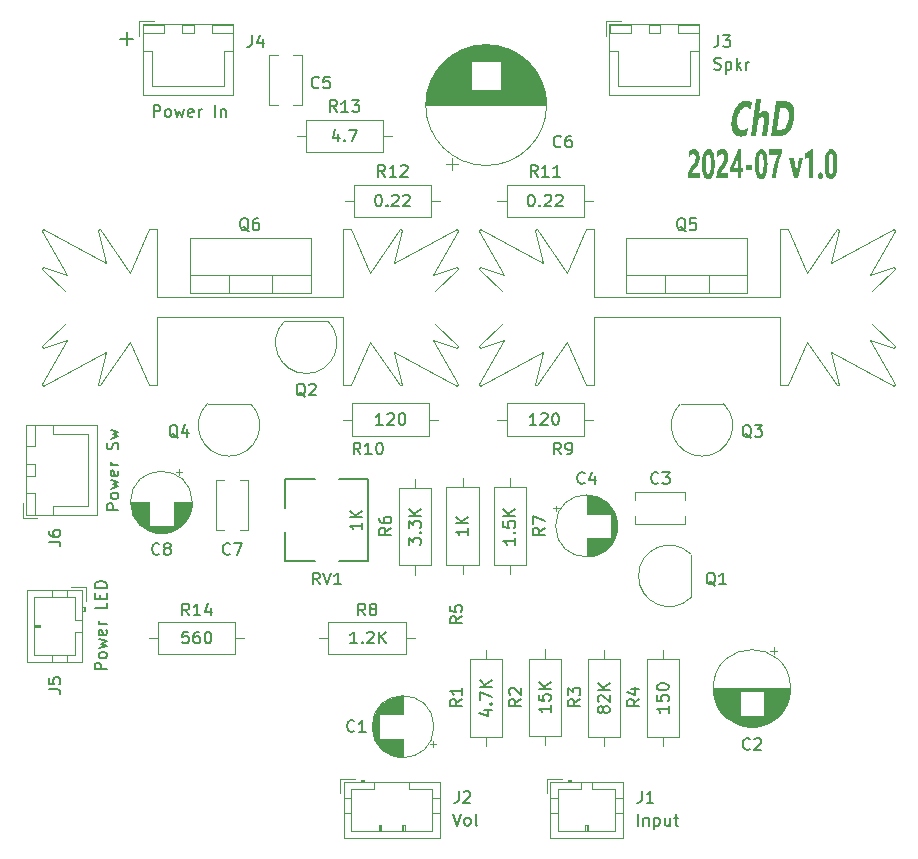
<source format=gbr>
%TF.GenerationSoftware,KiCad,Pcbnew,8.0.3*%
%TF.CreationDate,2024-07-15T18:29:38-05:00*%
%TF.ProjectId,amplifier,616d706c-6966-4696-9572-2e6b69636164,1.0*%
%TF.SameCoordinates,Original*%
%TF.FileFunction,Legend,Top*%
%TF.FilePolarity,Positive*%
%FSLAX46Y46*%
G04 Gerber Fmt 4.6, Leading zero omitted, Abs format (unit mm)*
G04 Created by KiCad (PCBNEW 8.0.3) date 2024-07-15 18:29:38*
%MOMM*%
%LPD*%
G01*
G04 APERTURE LIST*
%ADD10C,0.160000*%
%ADD11C,0.450000*%
%ADD12C,0.200000*%
%ADD13C,0.375000*%
%ADD14C,0.120000*%
%ADD15C,0.150000*%
G04 APERTURE END LIST*
D10*
X142295739Y-75821680D02*
X142438596Y-75869299D01*
X142438596Y-75869299D02*
X142676691Y-75869299D01*
X142676691Y-75869299D02*
X142771929Y-75821680D01*
X142771929Y-75821680D02*
X142819548Y-75774060D01*
X142819548Y-75774060D02*
X142867167Y-75678822D01*
X142867167Y-75678822D02*
X142867167Y-75583584D01*
X142867167Y-75583584D02*
X142819548Y-75488346D01*
X142819548Y-75488346D02*
X142771929Y-75440727D01*
X142771929Y-75440727D02*
X142676691Y-75393108D01*
X142676691Y-75393108D02*
X142486215Y-75345489D01*
X142486215Y-75345489D02*
X142390977Y-75297870D01*
X142390977Y-75297870D02*
X142343358Y-75250251D01*
X142343358Y-75250251D02*
X142295739Y-75155013D01*
X142295739Y-75155013D02*
X142295739Y-75059775D01*
X142295739Y-75059775D02*
X142343358Y-74964537D01*
X142343358Y-74964537D02*
X142390977Y-74916918D01*
X142390977Y-74916918D02*
X142486215Y-74869299D01*
X142486215Y-74869299D02*
X142724310Y-74869299D01*
X142724310Y-74869299D02*
X142867167Y-74916918D01*
X143295739Y-75202632D02*
X143295739Y-76202632D01*
X143295739Y-75250251D02*
X143390977Y-75202632D01*
X143390977Y-75202632D02*
X143581453Y-75202632D01*
X143581453Y-75202632D02*
X143676691Y-75250251D01*
X143676691Y-75250251D02*
X143724310Y-75297870D01*
X143724310Y-75297870D02*
X143771929Y-75393108D01*
X143771929Y-75393108D02*
X143771929Y-75678822D01*
X143771929Y-75678822D02*
X143724310Y-75774060D01*
X143724310Y-75774060D02*
X143676691Y-75821680D01*
X143676691Y-75821680D02*
X143581453Y-75869299D01*
X143581453Y-75869299D02*
X143390977Y-75869299D01*
X143390977Y-75869299D02*
X143295739Y-75821680D01*
X144200501Y-75869299D02*
X144200501Y-74869299D01*
X144295739Y-75488346D02*
X144581453Y-75869299D01*
X144581453Y-75202632D02*
X144200501Y-75583584D01*
X145010025Y-75869299D02*
X145010025Y-75202632D01*
X145010025Y-75393108D02*
X145057644Y-75297870D01*
X145057644Y-75297870D02*
X145105263Y-75250251D01*
X145105263Y-75250251D02*
X145200501Y-75202632D01*
X145200501Y-75202632D02*
X145295739Y-75202632D01*
X90869299Y-126656641D02*
X89869299Y-126656641D01*
X89869299Y-126656641D02*
X89869299Y-126275689D01*
X89869299Y-126275689D02*
X89916918Y-126180451D01*
X89916918Y-126180451D02*
X89964537Y-126132832D01*
X89964537Y-126132832D02*
X90059775Y-126085213D01*
X90059775Y-126085213D02*
X90202632Y-126085213D01*
X90202632Y-126085213D02*
X90297870Y-126132832D01*
X90297870Y-126132832D02*
X90345489Y-126180451D01*
X90345489Y-126180451D02*
X90393108Y-126275689D01*
X90393108Y-126275689D02*
X90393108Y-126656641D01*
X90869299Y-125513784D02*
X90821680Y-125609022D01*
X90821680Y-125609022D02*
X90774060Y-125656641D01*
X90774060Y-125656641D02*
X90678822Y-125704260D01*
X90678822Y-125704260D02*
X90393108Y-125704260D01*
X90393108Y-125704260D02*
X90297870Y-125656641D01*
X90297870Y-125656641D02*
X90250251Y-125609022D01*
X90250251Y-125609022D02*
X90202632Y-125513784D01*
X90202632Y-125513784D02*
X90202632Y-125370927D01*
X90202632Y-125370927D02*
X90250251Y-125275689D01*
X90250251Y-125275689D02*
X90297870Y-125228070D01*
X90297870Y-125228070D02*
X90393108Y-125180451D01*
X90393108Y-125180451D02*
X90678822Y-125180451D01*
X90678822Y-125180451D02*
X90774060Y-125228070D01*
X90774060Y-125228070D02*
X90821680Y-125275689D01*
X90821680Y-125275689D02*
X90869299Y-125370927D01*
X90869299Y-125370927D02*
X90869299Y-125513784D01*
X90202632Y-124847117D02*
X90869299Y-124656641D01*
X90869299Y-124656641D02*
X90393108Y-124466165D01*
X90393108Y-124466165D02*
X90869299Y-124275689D01*
X90869299Y-124275689D02*
X90202632Y-124085213D01*
X90821680Y-123323308D02*
X90869299Y-123418546D01*
X90869299Y-123418546D02*
X90869299Y-123609022D01*
X90869299Y-123609022D02*
X90821680Y-123704260D01*
X90821680Y-123704260D02*
X90726441Y-123751879D01*
X90726441Y-123751879D02*
X90345489Y-123751879D01*
X90345489Y-123751879D02*
X90250251Y-123704260D01*
X90250251Y-123704260D02*
X90202632Y-123609022D01*
X90202632Y-123609022D02*
X90202632Y-123418546D01*
X90202632Y-123418546D02*
X90250251Y-123323308D01*
X90250251Y-123323308D02*
X90345489Y-123275689D01*
X90345489Y-123275689D02*
X90440727Y-123275689D01*
X90440727Y-123275689D02*
X90535965Y-123751879D01*
X90869299Y-122847117D02*
X90202632Y-122847117D01*
X90393108Y-122847117D02*
X90297870Y-122799498D01*
X90297870Y-122799498D02*
X90250251Y-122751879D01*
X90250251Y-122751879D02*
X90202632Y-122656641D01*
X90202632Y-122656641D02*
X90202632Y-122561403D01*
X90869299Y-120989974D02*
X90869299Y-121466164D01*
X90869299Y-121466164D02*
X89869299Y-121466164D01*
X90345489Y-120656640D02*
X90345489Y-120323307D01*
X90869299Y-120180450D02*
X90869299Y-120656640D01*
X90869299Y-120656640D02*
X89869299Y-120656640D01*
X89869299Y-120656640D02*
X89869299Y-120180450D01*
X90869299Y-119751878D02*
X89869299Y-119751878D01*
X89869299Y-119751878D02*
X89869299Y-119513783D01*
X89869299Y-119513783D02*
X89916918Y-119370926D01*
X89916918Y-119370926D02*
X90012156Y-119275688D01*
X90012156Y-119275688D02*
X90107394Y-119228069D01*
X90107394Y-119228069D02*
X90297870Y-119180450D01*
X90297870Y-119180450D02*
X90440727Y-119180450D01*
X90440727Y-119180450D02*
X90631203Y-119228069D01*
X90631203Y-119228069D02*
X90726441Y-119275688D01*
X90726441Y-119275688D02*
X90821680Y-119370926D01*
X90821680Y-119370926D02*
X90869299Y-119513783D01*
X90869299Y-119513783D02*
X90869299Y-119751878D01*
D11*
G36*
X145116887Y-81383021D02*
G01*
X145010041Y-81442978D01*
X144910310Y-81482648D01*
X144803057Y-81511499D01*
X144688281Y-81529531D01*
X144586890Y-81536293D01*
X144544870Y-81536894D01*
X144437694Y-81530666D01*
X144338180Y-81511981D01*
X144224564Y-81471109D01*
X144122922Y-81410773D01*
X144033253Y-81330975D01*
X143955558Y-81231713D01*
X143902023Y-81138290D01*
X143846990Y-81007250D01*
X143806148Y-80863259D01*
X143779499Y-80706316D01*
X143767041Y-80536422D01*
X143768775Y-80353576D01*
X143780380Y-80197974D01*
X143795045Y-80075833D01*
X143823476Y-79903241D01*
X143859678Y-79739007D01*
X143903649Y-79583131D01*
X143955390Y-79435612D01*
X144014902Y-79296451D01*
X144082183Y-79165647D01*
X144157234Y-79043201D01*
X144240055Y-78929113D01*
X144328456Y-78825902D01*
X144420245Y-78736451D01*
X144515424Y-78660763D01*
X144613991Y-78598836D01*
X144715947Y-78550670D01*
X144821292Y-78516267D01*
X144930026Y-78495624D01*
X145042149Y-78488743D01*
X145144536Y-78492582D01*
X145254698Y-78506762D01*
X145354856Y-78531390D01*
X145457072Y-78572332D01*
X145503279Y-78597920D01*
X145414375Y-79239057D01*
X145324952Y-79161480D01*
X145225697Y-79106067D01*
X145116612Y-79072820D01*
X145013099Y-79061910D01*
X144997697Y-79061737D01*
X144898269Y-79070908D01*
X144788391Y-79104788D01*
X144685104Y-79163632D01*
X144588409Y-79247441D01*
X144523377Y-79322588D01*
X144452320Y-79426650D01*
X144391188Y-79543747D01*
X144339983Y-79673877D01*
X144298704Y-79817043D01*
X144267351Y-79973243D01*
X144259106Y-80028206D01*
X144243295Y-80182045D01*
X144240911Y-80346156D01*
X144255824Y-80493718D01*
X144294048Y-80642095D01*
X144321632Y-80708178D01*
X144391700Y-80819095D01*
X144479780Y-80898321D01*
X144585873Y-80945857D01*
X144693480Y-80961455D01*
X144709979Y-80961702D01*
X144820244Y-80953322D01*
X144928780Y-80928183D01*
X145035586Y-80886283D01*
X145140663Y-80827624D01*
X145199930Y-80786580D01*
X145116887Y-81383021D01*
G37*
G36*
X146746475Y-81490000D02*
G01*
X146323447Y-81490000D01*
X146489043Y-80294187D01*
X146503045Y-80137059D01*
X146490620Y-79978126D01*
X146425113Y-79860732D01*
X146332728Y-79831835D01*
X146232414Y-79860332D01*
X146148666Y-79938350D01*
X146131960Y-79961528D01*
X146070516Y-80077917D01*
X146029065Y-80217525D01*
X146016678Y-80289790D01*
X145850104Y-81490000D01*
X145425610Y-81490000D01*
X145860851Y-78348060D01*
X146285345Y-78348060D01*
X146098743Y-79697745D01*
X146104117Y-79697745D01*
X146183732Y-79573737D01*
X146267607Y-79475385D01*
X146355740Y-79402691D01*
X146463946Y-79350308D01*
X146561307Y-79333203D01*
X146577948Y-79332847D01*
X146685644Y-79346345D01*
X146794461Y-79401181D01*
X146874608Y-79498200D01*
X146926085Y-79637401D01*
X146948892Y-79818783D01*
X146946495Y-79994260D01*
X146932656Y-80143584D01*
X146925750Y-80196734D01*
X146746475Y-81490000D01*
G37*
G36*
X148367244Y-78541262D02*
G01*
X148481226Y-78558135D01*
X148585628Y-78586256D01*
X148680451Y-78625626D01*
X148804726Y-78705772D01*
X148907448Y-78811227D01*
X148988618Y-78941991D01*
X149048235Y-79098064D01*
X149086300Y-79279447D01*
X149102812Y-79486139D01*
X149101847Y-79637994D01*
X149091302Y-79801097D01*
X149071179Y-79975450D01*
X149043465Y-80143668D01*
X149008195Y-80303208D01*
X148965368Y-80454070D01*
X148914986Y-80596254D01*
X148857047Y-80729759D01*
X148791551Y-80854586D01*
X148718500Y-80970735D01*
X148637892Y-81078206D01*
X148551499Y-81174720D01*
X148461091Y-81258366D01*
X148366668Y-81329143D01*
X148268230Y-81387051D01*
X148165778Y-81432091D01*
X148059311Y-81464262D01*
X147948830Y-81483565D01*
X147834333Y-81490000D01*
X147151430Y-81490000D01*
X147226254Y-80949979D01*
X147660432Y-80949979D01*
X147875366Y-80949979D01*
X147978223Y-80940860D01*
X148075034Y-80913502D01*
X148180341Y-80858535D01*
X148277420Y-80778743D01*
X148354082Y-80690593D01*
X148423164Y-80586728D01*
X148482767Y-80469675D01*
X148532891Y-80339433D01*
X148573534Y-80196001D01*
X148604698Y-80039380D01*
X148612979Y-79984242D01*
X148628470Y-79832310D01*
X148630133Y-79671074D01*
X148610395Y-79507927D01*
X148567576Y-79367312D01*
X148545568Y-79320390D01*
X148472448Y-79214282D01*
X148379117Y-79138490D01*
X148280872Y-79097042D01*
X148167154Y-79078805D01*
X148131821Y-79077857D01*
X147919818Y-79077857D01*
X147660432Y-80949979D01*
X147226254Y-80949979D01*
X147560781Y-78535638D01*
X148243684Y-78535638D01*
X148367244Y-78541262D01*
G37*
D10*
X135843358Y-139869299D02*
X135843358Y-138869299D01*
X136319548Y-139202632D02*
X136319548Y-139869299D01*
X136319548Y-139297870D02*
X136367167Y-139250251D01*
X136367167Y-139250251D02*
X136462405Y-139202632D01*
X136462405Y-139202632D02*
X136605262Y-139202632D01*
X136605262Y-139202632D02*
X136700500Y-139250251D01*
X136700500Y-139250251D02*
X136748119Y-139345489D01*
X136748119Y-139345489D02*
X136748119Y-139869299D01*
X137224310Y-139202632D02*
X137224310Y-140202632D01*
X137224310Y-139250251D02*
X137319548Y-139202632D01*
X137319548Y-139202632D02*
X137510024Y-139202632D01*
X137510024Y-139202632D02*
X137605262Y-139250251D01*
X137605262Y-139250251D02*
X137652881Y-139297870D01*
X137652881Y-139297870D02*
X137700500Y-139393108D01*
X137700500Y-139393108D02*
X137700500Y-139678822D01*
X137700500Y-139678822D02*
X137652881Y-139774060D01*
X137652881Y-139774060D02*
X137605262Y-139821680D01*
X137605262Y-139821680D02*
X137510024Y-139869299D01*
X137510024Y-139869299D02*
X137319548Y-139869299D01*
X137319548Y-139869299D02*
X137224310Y-139821680D01*
X138557643Y-139202632D02*
X138557643Y-139869299D01*
X138129072Y-139202632D02*
X138129072Y-139726441D01*
X138129072Y-139726441D02*
X138176691Y-139821680D01*
X138176691Y-139821680D02*
X138271929Y-139869299D01*
X138271929Y-139869299D02*
X138414786Y-139869299D01*
X138414786Y-139869299D02*
X138510024Y-139821680D01*
X138510024Y-139821680D02*
X138557643Y-139774060D01*
X138890977Y-139202632D02*
X139271929Y-139202632D01*
X139033834Y-138869299D02*
X139033834Y-139726441D01*
X139033834Y-139726441D02*
X139081453Y-139821680D01*
X139081453Y-139821680D02*
X139176691Y-139869299D01*
X139176691Y-139869299D02*
X139271929Y-139869299D01*
D12*
X91988720Y-73234600D02*
X93131578Y-73234600D01*
X92560149Y-73806028D02*
X92560149Y-72663171D01*
D10*
X94843358Y-79869299D02*
X94843358Y-78869299D01*
X94843358Y-78869299D02*
X95224310Y-78869299D01*
X95224310Y-78869299D02*
X95319548Y-78916918D01*
X95319548Y-78916918D02*
X95367167Y-78964537D01*
X95367167Y-78964537D02*
X95414786Y-79059775D01*
X95414786Y-79059775D02*
X95414786Y-79202632D01*
X95414786Y-79202632D02*
X95367167Y-79297870D01*
X95367167Y-79297870D02*
X95319548Y-79345489D01*
X95319548Y-79345489D02*
X95224310Y-79393108D01*
X95224310Y-79393108D02*
X94843358Y-79393108D01*
X95986215Y-79869299D02*
X95890977Y-79821680D01*
X95890977Y-79821680D02*
X95843358Y-79774060D01*
X95843358Y-79774060D02*
X95795739Y-79678822D01*
X95795739Y-79678822D02*
X95795739Y-79393108D01*
X95795739Y-79393108D02*
X95843358Y-79297870D01*
X95843358Y-79297870D02*
X95890977Y-79250251D01*
X95890977Y-79250251D02*
X95986215Y-79202632D01*
X95986215Y-79202632D02*
X96129072Y-79202632D01*
X96129072Y-79202632D02*
X96224310Y-79250251D01*
X96224310Y-79250251D02*
X96271929Y-79297870D01*
X96271929Y-79297870D02*
X96319548Y-79393108D01*
X96319548Y-79393108D02*
X96319548Y-79678822D01*
X96319548Y-79678822D02*
X96271929Y-79774060D01*
X96271929Y-79774060D02*
X96224310Y-79821680D01*
X96224310Y-79821680D02*
X96129072Y-79869299D01*
X96129072Y-79869299D02*
X95986215Y-79869299D01*
X96652882Y-79202632D02*
X96843358Y-79869299D01*
X96843358Y-79869299D02*
X97033834Y-79393108D01*
X97033834Y-79393108D02*
X97224310Y-79869299D01*
X97224310Y-79869299D02*
X97414786Y-79202632D01*
X98176691Y-79821680D02*
X98081453Y-79869299D01*
X98081453Y-79869299D02*
X97890977Y-79869299D01*
X97890977Y-79869299D02*
X97795739Y-79821680D01*
X97795739Y-79821680D02*
X97748120Y-79726441D01*
X97748120Y-79726441D02*
X97748120Y-79345489D01*
X97748120Y-79345489D02*
X97795739Y-79250251D01*
X97795739Y-79250251D02*
X97890977Y-79202632D01*
X97890977Y-79202632D02*
X98081453Y-79202632D01*
X98081453Y-79202632D02*
X98176691Y-79250251D01*
X98176691Y-79250251D02*
X98224310Y-79345489D01*
X98224310Y-79345489D02*
X98224310Y-79440727D01*
X98224310Y-79440727D02*
X97748120Y-79535965D01*
X98652882Y-79869299D02*
X98652882Y-79202632D01*
X98652882Y-79393108D02*
X98700501Y-79297870D01*
X98700501Y-79297870D02*
X98748120Y-79250251D01*
X98748120Y-79250251D02*
X98843358Y-79202632D01*
X98843358Y-79202632D02*
X98938596Y-79202632D01*
X100033835Y-79869299D02*
X100033835Y-78869299D01*
X100510025Y-79202632D02*
X100510025Y-79869299D01*
X100510025Y-79297870D02*
X100557644Y-79250251D01*
X100557644Y-79250251D02*
X100652882Y-79202632D01*
X100652882Y-79202632D02*
X100795739Y-79202632D01*
X100795739Y-79202632D02*
X100890977Y-79250251D01*
X100890977Y-79250251D02*
X100938596Y-79345489D01*
X100938596Y-79345489D02*
X100938596Y-79869299D01*
X120200501Y-138869299D02*
X120533834Y-139869299D01*
X120533834Y-139869299D02*
X120867167Y-138869299D01*
X121343358Y-139869299D02*
X121248120Y-139821680D01*
X121248120Y-139821680D02*
X121200501Y-139774060D01*
X121200501Y-139774060D02*
X121152882Y-139678822D01*
X121152882Y-139678822D02*
X121152882Y-139393108D01*
X121152882Y-139393108D02*
X121200501Y-139297870D01*
X121200501Y-139297870D02*
X121248120Y-139250251D01*
X121248120Y-139250251D02*
X121343358Y-139202632D01*
X121343358Y-139202632D02*
X121486215Y-139202632D01*
X121486215Y-139202632D02*
X121581453Y-139250251D01*
X121581453Y-139250251D02*
X121629072Y-139297870D01*
X121629072Y-139297870D02*
X121676691Y-139393108D01*
X121676691Y-139393108D02*
X121676691Y-139678822D01*
X121676691Y-139678822D02*
X121629072Y-139774060D01*
X121629072Y-139774060D02*
X121581453Y-139821680D01*
X121581453Y-139821680D02*
X121486215Y-139869299D01*
X121486215Y-139869299D02*
X121343358Y-139869299D01*
X122248120Y-139869299D02*
X122152882Y-139821680D01*
X122152882Y-139821680D02*
X122105263Y-139726441D01*
X122105263Y-139726441D02*
X122105263Y-138869299D01*
X91869299Y-113156641D02*
X90869299Y-113156641D01*
X90869299Y-113156641D02*
X90869299Y-112775689D01*
X90869299Y-112775689D02*
X90916918Y-112680451D01*
X90916918Y-112680451D02*
X90964537Y-112632832D01*
X90964537Y-112632832D02*
X91059775Y-112585213D01*
X91059775Y-112585213D02*
X91202632Y-112585213D01*
X91202632Y-112585213D02*
X91297870Y-112632832D01*
X91297870Y-112632832D02*
X91345489Y-112680451D01*
X91345489Y-112680451D02*
X91393108Y-112775689D01*
X91393108Y-112775689D02*
X91393108Y-113156641D01*
X91869299Y-112013784D02*
X91821680Y-112109022D01*
X91821680Y-112109022D02*
X91774060Y-112156641D01*
X91774060Y-112156641D02*
X91678822Y-112204260D01*
X91678822Y-112204260D02*
X91393108Y-112204260D01*
X91393108Y-112204260D02*
X91297870Y-112156641D01*
X91297870Y-112156641D02*
X91250251Y-112109022D01*
X91250251Y-112109022D02*
X91202632Y-112013784D01*
X91202632Y-112013784D02*
X91202632Y-111870927D01*
X91202632Y-111870927D02*
X91250251Y-111775689D01*
X91250251Y-111775689D02*
X91297870Y-111728070D01*
X91297870Y-111728070D02*
X91393108Y-111680451D01*
X91393108Y-111680451D02*
X91678822Y-111680451D01*
X91678822Y-111680451D02*
X91774060Y-111728070D01*
X91774060Y-111728070D02*
X91821680Y-111775689D01*
X91821680Y-111775689D02*
X91869299Y-111870927D01*
X91869299Y-111870927D02*
X91869299Y-112013784D01*
X91202632Y-111347117D02*
X91869299Y-111156641D01*
X91869299Y-111156641D02*
X91393108Y-110966165D01*
X91393108Y-110966165D02*
X91869299Y-110775689D01*
X91869299Y-110775689D02*
X91202632Y-110585213D01*
X91821680Y-109823308D02*
X91869299Y-109918546D01*
X91869299Y-109918546D02*
X91869299Y-110109022D01*
X91869299Y-110109022D02*
X91821680Y-110204260D01*
X91821680Y-110204260D02*
X91726441Y-110251879D01*
X91726441Y-110251879D02*
X91345489Y-110251879D01*
X91345489Y-110251879D02*
X91250251Y-110204260D01*
X91250251Y-110204260D02*
X91202632Y-110109022D01*
X91202632Y-110109022D02*
X91202632Y-109918546D01*
X91202632Y-109918546D02*
X91250251Y-109823308D01*
X91250251Y-109823308D02*
X91345489Y-109775689D01*
X91345489Y-109775689D02*
X91440727Y-109775689D01*
X91440727Y-109775689D02*
X91535965Y-110251879D01*
X91869299Y-109347117D02*
X91202632Y-109347117D01*
X91393108Y-109347117D02*
X91297870Y-109299498D01*
X91297870Y-109299498D02*
X91250251Y-109251879D01*
X91250251Y-109251879D02*
X91202632Y-109156641D01*
X91202632Y-109156641D02*
X91202632Y-109061403D01*
X91821680Y-108013783D02*
X91869299Y-107870926D01*
X91869299Y-107870926D02*
X91869299Y-107632831D01*
X91869299Y-107632831D02*
X91821680Y-107537593D01*
X91821680Y-107537593D02*
X91774060Y-107489974D01*
X91774060Y-107489974D02*
X91678822Y-107442355D01*
X91678822Y-107442355D02*
X91583584Y-107442355D01*
X91583584Y-107442355D02*
X91488346Y-107489974D01*
X91488346Y-107489974D02*
X91440727Y-107537593D01*
X91440727Y-107537593D02*
X91393108Y-107632831D01*
X91393108Y-107632831D02*
X91345489Y-107823307D01*
X91345489Y-107823307D02*
X91297870Y-107918545D01*
X91297870Y-107918545D02*
X91250251Y-107966164D01*
X91250251Y-107966164D02*
X91155013Y-108013783D01*
X91155013Y-108013783D02*
X91059775Y-108013783D01*
X91059775Y-108013783D02*
X90964537Y-107966164D01*
X90964537Y-107966164D02*
X90916918Y-107918545D01*
X90916918Y-107918545D02*
X90869299Y-107823307D01*
X90869299Y-107823307D02*
X90869299Y-107585212D01*
X90869299Y-107585212D02*
X90916918Y-107442355D01*
X91202632Y-107109021D02*
X91869299Y-106918545D01*
X91869299Y-106918545D02*
X91393108Y-106728069D01*
X91393108Y-106728069D02*
X91869299Y-106537593D01*
X91869299Y-106537593D02*
X91202632Y-106347117D01*
D13*
G36*
X140442201Y-84624982D02*
G01*
X141068684Y-84624982D01*
X141068684Y-85075000D01*
X140085362Y-85075000D01*
X140085362Y-84889375D01*
X140089865Y-84764277D01*
X140105046Y-84638339D01*
X140123464Y-84551099D01*
X140157627Y-84434193D01*
X140198198Y-84327566D01*
X140219085Y-84281821D01*
X140267871Y-84189217D01*
X140324331Y-84099859D01*
X140345481Y-84070551D01*
X140404345Y-83993798D01*
X140464302Y-83919085D01*
X140475907Y-83905076D01*
X140536998Y-83829819D01*
X140589846Y-83757920D01*
X140645058Y-83669859D01*
X140672278Y-83617480D01*
X140713150Y-83512380D01*
X140722470Y-83477041D01*
X140738377Y-83354903D01*
X140738956Y-83325000D01*
X140728718Y-83201998D01*
X140688758Y-83092548D01*
X140685467Y-83087473D01*
X140617781Y-83027023D01*
X140541880Y-83007582D01*
X140521702Y-83006873D01*
X140439000Y-83019817D01*
X140357912Y-83058648D01*
X140289691Y-83112537D01*
X140222655Y-83185445D01*
X140156803Y-83277372D01*
X140156803Y-82787055D01*
X140230808Y-82714633D01*
X140308289Y-82657196D01*
X140389249Y-82614742D01*
X140473686Y-82587272D01*
X140546706Y-82575826D01*
X140591678Y-82573953D01*
X140666024Y-82579725D01*
X140740909Y-82599188D01*
X140792812Y-82622801D01*
X140860671Y-82669444D01*
X140923743Y-82735228D01*
X140943754Y-82762630D01*
X140995279Y-82856377D01*
X141033764Y-82967029D01*
X141037909Y-82983060D01*
X141060199Y-83102054D01*
X141070006Y-83232502D01*
X141070516Y-83271877D01*
X141066085Y-83394237D01*
X141051285Y-83514584D01*
X141039009Y-83574127D01*
X141007763Y-83684974D01*
X140965415Y-83793622D01*
X140955844Y-83814096D01*
X140903530Y-83911528D01*
X140848312Y-83995443D01*
X140835676Y-84012543D01*
X140775139Y-84090031D01*
X140712778Y-84165414D01*
X140694626Y-84186566D01*
X140634233Y-84258837D01*
X140599371Y-84301971D01*
X140541424Y-84380315D01*
X140518405Y-84415544D01*
X140469487Y-84507571D01*
X140462718Y-84524232D01*
X140442201Y-84624982D01*
G37*
G36*
X141927174Y-82584960D02*
G01*
X142010174Y-82617981D01*
X142084121Y-82673016D01*
X142149012Y-82750065D01*
X142204849Y-82849128D01*
X142251631Y-82970206D01*
X142289359Y-83113297D01*
X142318032Y-83278403D01*
X142332117Y-83400703D01*
X142342178Y-83532787D01*
X142348214Y-83674656D01*
X142350226Y-83826308D01*
X142348028Y-83977614D01*
X142341434Y-84119819D01*
X142330443Y-84252922D01*
X142315055Y-84376923D01*
X142289639Y-84519125D01*
X142257353Y-84647105D01*
X142218198Y-84760863D01*
X142209542Y-84781908D01*
X142162600Y-84877602D01*
X142098406Y-84971025D01*
X142025634Y-85041092D01*
X141944284Y-85087803D01*
X141869940Y-85108888D01*
X141806175Y-85114078D01*
X141711894Y-85103254D01*
X141626886Y-85070780D01*
X141551151Y-85016657D01*
X141484691Y-84940885D01*
X141427504Y-84843464D01*
X141379590Y-84724394D01*
X141340950Y-84583675D01*
X141311584Y-84421306D01*
X141297158Y-84301034D01*
X141286854Y-84171139D01*
X141280672Y-84031622D01*
X141278611Y-83882484D01*
X141278804Y-83869050D01*
X141609438Y-83869050D01*
X141611257Y-84017238D01*
X141616715Y-84150850D01*
X141629652Y-84306326D01*
X141649058Y-84435889D01*
X141682412Y-84561404D01*
X141735778Y-84658576D01*
X141816434Y-84698255D01*
X141895091Y-84657349D01*
X141947134Y-84557171D01*
X141979662Y-84427775D01*
X141998587Y-84294205D01*
X142011203Y-84133920D01*
X142016526Y-83996176D01*
X142018300Y-83843405D01*
X142016561Y-83690525D01*
X142011345Y-83552682D01*
X142002651Y-83429877D01*
X141985649Y-83289528D01*
X141955703Y-83151685D01*
X141907017Y-83041411D01*
X141832635Y-82988780D01*
X141820464Y-82987944D01*
X141748748Y-83018921D01*
X141691870Y-83111850D01*
X141655806Y-83236616D01*
X141634373Y-83367405D01*
X141619536Y-83525729D01*
X141612735Y-83662541D01*
X141609644Y-83814842D01*
X141609438Y-83869050D01*
X141278804Y-83869050D01*
X141280838Y-83727561D01*
X141287518Y-83582141D01*
X141298652Y-83446224D01*
X141314240Y-83319809D01*
X141339987Y-83175154D01*
X141372693Y-83045346D01*
X141412358Y-82930386D01*
X141421127Y-82909176D01*
X141468908Y-82812603D01*
X141534510Y-82718321D01*
X141609128Y-82647610D01*
X141678197Y-82606689D01*
X141753527Y-82582137D01*
X141835118Y-82573953D01*
X141927174Y-82584960D01*
G37*
G36*
X142857274Y-84624982D02*
G01*
X143483757Y-84624982D01*
X143483757Y-85075000D01*
X142500436Y-85075000D01*
X142500436Y-84889375D01*
X142504938Y-84764277D01*
X142520119Y-84638339D01*
X142538538Y-84551099D01*
X142572700Y-84434193D01*
X142613272Y-84327566D01*
X142634159Y-84281821D01*
X142682944Y-84189217D01*
X142739404Y-84099859D01*
X142760554Y-84070551D01*
X142819419Y-83993798D01*
X142879375Y-83919085D01*
X142890980Y-83905076D01*
X142952071Y-83829819D01*
X143004919Y-83757920D01*
X143060131Y-83669859D01*
X143087351Y-83617480D01*
X143128224Y-83512380D01*
X143137543Y-83477041D01*
X143153450Y-83354903D01*
X143154030Y-83325000D01*
X143143791Y-83201998D01*
X143103831Y-83092548D01*
X143100540Y-83087473D01*
X143032855Y-83027023D01*
X142956953Y-83007582D01*
X142936775Y-83006873D01*
X142854074Y-83019817D01*
X142772985Y-83058648D01*
X142704764Y-83112537D01*
X142637728Y-83185445D01*
X142571877Y-83277372D01*
X142571877Y-82787055D01*
X142645881Y-82714633D01*
X142723363Y-82657196D01*
X142804322Y-82614742D01*
X142888759Y-82587272D01*
X142961779Y-82575826D01*
X143006751Y-82573953D01*
X143081098Y-82579725D01*
X143155982Y-82599188D01*
X143207885Y-82622801D01*
X143275745Y-82669444D01*
X143338817Y-82735228D01*
X143358827Y-82762630D01*
X143410352Y-82856377D01*
X143448837Y-82967029D01*
X143452983Y-82983060D01*
X143475272Y-83102054D01*
X143485080Y-83232502D01*
X143485589Y-83271877D01*
X143481158Y-83394237D01*
X143466359Y-83514584D01*
X143454082Y-83574127D01*
X143422836Y-83684974D01*
X143380488Y-83793622D01*
X143370917Y-83814096D01*
X143318603Y-83911528D01*
X143263385Y-83995443D01*
X143250750Y-84012543D01*
X143190212Y-84090031D01*
X143127852Y-84165414D01*
X143109699Y-84186566D01*
X143049307Y-84258837D01*
X143014445Y-84301971D01*
X142956498Y-84380315D01*
X142933478Y-84415544D01*
X142884560Y-84507571D01*
X142877791Y-84524232D01*
X142857274Y-84624982D01*
G37*
G36*
X144603733Y-84161531D02*
G01*
X144780687Y-84161531D01*
X144780687Y-84566974D01*
X144603733Y-84566974D01*
X144603733Y-85075000D01*
X144306978Y-85075000D01*
X144306978Y-84566974D01*
X143662909Y-84566974D01*
X143662909Y-84161531D01*
X143954535Y-84161531D01*
X144306978Y-84161531D01*
X144306978Y-83303628D01*
X144269426Y-83415522D01*
X144231226Y-83521809D01*
X144228576Y-83528942D01*
X144188111Y-83634746D01*
X144145715Y-83739208D01*
X144139916Y-83753035D01*
X144096317Y-83855172D01*
X144052074Y-83954357D01*
X144046127Y-83967358D01*
X143999598Y-84067498D01*
X143954535Y-84161531D01*
X143662909Y-84161531D01*
X143662909Y-84142602D01*
X143711419Y-84050591D01*
X143760913Y-83953846D01*
X143811393Y-83852368D01*
X143839863Y-83793946D01*
X143891068Y-83686602D01*
X143935707Y-83589725D01*
X143979522Y-83491475D01*
X144017184Y-83404378D01*
X144059132Y-83304086D01*
X144104573Y-83190893D01*
X144148159Y-83077312D01*
X144176186Y-83001378D01*
X144215869Y-82888452D01*
X144252075Y-82778425D01*
X144288225Y-82659571D01*
X144301482Y-82613032D01*
X144603733Y-82613032D01*
X144603733Y-84161531D01*
G37*
G36*
X145541259Y-84332501D02*
G01*
X144977424Y-84332501D01*
X144977424Y-83941713D01*
X145541259Y-83941713D01*
X145541259Y-84332501D01*
G37*
G36*
X146398283Y-82584960D02*
G01*
X146481284Y-82617981D01*
X146555230Y-82673016D01*
X146620122Y-82750065D01*
X146675959Y-82849128D01*
X146722741Y-82970206D01*
X146760469Y-83113297D01*
X146789142Y-83278403D01*
X146803227Y-83400703D01*
X146813287Y-83532787D01*
X146819324Y-83674656D01*
X146821336Y-83826308D01*
X146819138Y-83977614D01*
X146812543Y-84119819D01*
X146801552Y-84252922D01*
X146786165Y-84376923D01*
X146760748Y-84519125D01*
X146728463Y-84647105D01*
X146689307Y-84760863D01*
X146680652Y-84781908D01*
X146633710Y-84877602D01*
X146569516Y-84971025D01*
X146496744Y-85041092D01*
X146415394Y-85087803D01*
X146341049Y-85108888D01*
X146277285Y-85114078D01*
X146183003Y-85103254D01*
X146097995Y-85070780D01*
X146022261Y-85016657D01*
X145955800Y-84940885D01*
X145898613Y-84843464D01*
X145850700Y-84724394D01*
X145812060Y-84583675D01*
X145782693Y-84421306D01*
X145768268Y-84301034D01*
X145757964Y-84171139D01*
X145751781Y-84031622D01*
X145749720Y-83882484D01*
X145749913Y-83869050D01*
X146080547Y-83869050D01*
X146082367Y-84017238D01*
X146087824Y-84150850D01*
X146100762Y-84306326D01*
X146120168Y-84435889D01*
X146153521Y-84561404D01*
X146206888Y-84658576D01*
X146287543Y-84698255D01*
X146366200Y-84657349D01*
X146418244Y-84557171D01*
X146450771Y-84427775D01*
X146469696Y-84294205D01*
X146482313Y-84133920D01*
X146487636Y-83996176D01*
X146489410Y-83843405D01*
X146487671Y-83690525D01*
X146482455Y-83552682D01*
X146473761Y-83429877D01*
X146456759Y-83289528D01*
X146426813Y-83151685D01*
X146378127Y-83041411D01*
X146303745Y-82988780D01*
X146291573Y-82987944D01*
X146219857Y-83018921D01*
X146162979Y-83111850D01*
X146126915Y-83236616D01*
X146105483Y-83367405D01*
X146090645Y-83525729D01*
X146083845Y-83662541D01*
X146080753Y-83814842D01*
X146080547Y-83869050D01*
X145749913Y-83869050D01*
X145751947Y-83727561D01*
X145758628Y-83582141D01*
X145769762Y-83446224D01*
X145785349Y-83319809D01*
X145811097Y-83175154D01*
X145843803Y-83045346D01*
X145883468Y-82930386D01*
X145892236Y-82909176D01*
X145940017Y-82812603D01*
X146005619Y-82718321D01*
X146080237Y-82647610D01*
X146149306Y-82606689D01*
X146224637Y-82582137D01*
X146306228Y-82573953D01*
X146398283Y-82584960D01*
G37*
G36*
X148013485Y-82925662D02*
G01*
X147977112Y-83035658D01*
X147942182Y-83143077D01*
X147903252Y-83265143D01*
X147866287Y-83383704D01*
X147836165Y-83482536D01*
X147802758Y-83596017D01*
X147771140Y-83708854D01*
X147741309Y-83821049D01*
X147709407Y-83948485D01*
X147698046Y-83996057D01*
X147669263Y-84123292D01*
X147642633Y-84251596D01*
X147618155Y-84380968D01*
X147595830Y-84511409D01*
X147575726Y-84644636D01*
X147559712Y-84765404D01*
X147545171Y-84890088D01*
X147532103Y-85018687D01*
X147526953Y-85075000D01*
X147186967Y-85075000D01*
X147200506Y-84950675D01*
X147215799Y-84828278D01*
X147232844Y-84707811D01*
X147251642Y-84589271D01*
X147263171Y-84522400D01*
X147287901Y-84390318D01*
X147314462Y-84260297D01*
X147342855Y-84132337D01*
X147373080Y-84006437D01*
X147405046Y-83882369D01*
X147438660Y-83759904D01*
X147473922Y-83639042D01*
X147510833Y-83519783D01*
X147549302Y-83401974D01*
X147588869Y-83285463D01*
X147629535Y-83170249D01*
X147671301Y-83056332D01*
X146985101Y-83056332D01*
X146985101Y-82613032D01*
X148013485Y-82613032D01*
X148013485Y-82925662D01*
G37*
G36*
X149814166Y-83316451D02*
G01*
X149421423Y-85075000D01*
X149050662Y-85075000D01*
X148676605Y-83316451D01*
X149025017Y-83316451D01*
X149208565Y-84400279D01*
X149226693Y-84520142D01*
X149240302Y-84645056D01*
X149244469Y-84712909D01*
X149248499Y-84712909D01*
X149260520Y-84585675D01*
X149277556Y-84465533D01*
X149286601Y-84410659D01*
X149474180Y-83316451D01*
X149814166Y-83316451D01*
G37*
G36*
X150667062Y-82573953D02*
G01*
X150667062Y-85075000D01*
X150342463Y-85075000D01*
X150342463Y-83181507D01*
X150281362Y-83253784D01*
X150279082Y-83256001D01*
X150211322Y-83311766D01*
X150201046Y-83318893D01*
X150129456Y-83360206D01*
X150115683Y-83366521D01*
X150041659Y-83391669D01*
X150028122Y-83394609D01*
X150028122Y-82937875D01*
X150098267Y-82900871D01*
X150173486Y-82853526D01*
X150245843Y-82799620D01*
X150266992Y-82782170D01*
X150335177Y-82721169D01*
X150399141Y-82656471D01*
X150464624Y-82581033D01*
X150470324Y-82573953D01*
X150667062Y-82573953D01*
G37*
G36*
X151299773Y-85114078D02*
G01*
X151225950Y-85092860D01*
X151165683Y-85029204D01*
X151123947Y-84927347D01*
X151112194Y-84819155D01*
X151127704Y-84696487D01*
X151167149Y-84609717D01*
X151233579Y-84545874D01*
X151304902Y-84527896D01*
X151380556Y-84548656D01*
X151441189Y-84610938D01*
X151484144Y-84717391D01*
X151494312Y-84819155D01*
X151479009Y-84943597D01*
X151440090Y-85031646D01*
X151373666Y-85095966D01*
X151299773Y-85114078D01*
G37*
G36*
X152305541Y-82584960D02*
G01*
X152388541Y-82617981D01*
X152462488Y-82673016D01*
X152527379Y-82750065D01*
X152583216Y-82849128D01*
X152629998Y-82970206D01*
X152667726Y-83113297D01*
X152696399Y-83278403D01*
X152710484Y-83400703D01*
X152720545Y-83532787D01*
X152726581Y-83674656D01*
X152728593Y-83826308D01*
X152726395Y-83977614D01*
X152719801Y-84119819D01*
X152708810Y-84252922D01*
X152693422Y-84376923D01*
X152668006Y-84519125D01*
X152635720Y-84647105D01*
X152596565Y-84760863D01*
X152587909Y-84781908D01*
X152540967Y-84877602D01*
X152476773Y-84971025D01*
X152404001Y-85041092D01*
X152322651Y-85087803D01*
X152248307Y-85108888D01*
X152184542Y-85114078D01*
X152090261Y-85103254D01*
X152005253Y-85070780D01*
X151929519Y-85016657D01*
X151863058Y-84940885D01*
X151805871Y-84843464D01*
X151757957Y-84724394D01*
X151719317Y-84583675D01*
X151689951Y-84421306D01*
X151675525Y-84301034D01*
X151665221Y-84171139D01*
X151659039Y-84031622D01*
X151656978Y-83882484D01*
X151657171Y-83869050D01*
X151987805Y-83869050D01*
X151989624Y-84017238D01*
X151995082Y-84150850D01*
X152008019Y-84306326D01*
X152027425Y-84435889D01*
X152060779Y-84561404D01*
X152114145Y-84658576D01*
X152194801Y-84698255D01*
X152273458Y-84657349D01*
X152325501Y-84557171D01*
X152358029Y-84427775D01*
X152376954Y-84294205D01*
X152389570Y-84133920D01*
X152394893Y-83996176D01*
X152396667Y-83843405D01*
X152394929Y-83690525D01*
X152389712Y-83552682D01*
X152381018Y-83429877D01*
X152364017Y-83289528D01*
X152334071Y-83151685D01*
X152285384Y-83041411D01*
X152211002Y-82988780D01*
X152198831Y-82987944D01*
X152127115Y-83018921D01*
X152070237Y-83111850D01*
X152034173Y-83236616D01*
X152012740Y-83367405D01*
X151997903Y-83525729D01*
X151991102Y-83662541D01*
X151988011Y-83814842D01*
X151987805Y-83869050D01*
X151657171Y-83869050D01*
X151659205Y-83727561D01*
X151665885Y-83582141D01*
X151677019Y-83446224D01*
X151692607Y-83319809D01*
X151718354Y-83175154D01*
X151751060Y-83045346D01*
X151790726Y-82930386D01*
X151799494Y-82909176D01*
X151847275Y-82812603D01*
X151912877Y-82718321D01*
X151987495Y-82647610D01*
X152056564Y-82606689D01*
X152131894Y-82582137D01*
X152213485Y-82573953D01*
X152305541Y-82584960D01*
G37*
D10*
X130954299Y-129166666D02*
X130478108Y-129499999D01*
X130954299Y-129738094D02*
X129954299Y-129738094D01*
X129954299Y-129738094D02*
X129954299Y-129357142D01*
X129954299Y-129357142D02*
X130001918Y-129261904D01*
X130001918Y-129261904D02*
X130049537Y-129214285D01*
X130049537Y-129214285D02*
X130144775Y-129166666D01*
X130144775Y-129166666D02*
X130287632Y-129166666D01*
X130287632Y-129166666D02*
X130382870Y-129214285D01*
X130382870Y-129214285D02*
X130430489Y-129261904D01*
X130430489Y-129261904D02*
X130478108Y-129357142D01*
X130478108Y-129357142D02*
X130478108Y-129738094D01*
X129954299Y-128833332D02*
X129954299Y-128214285D01*
X129954299Y-128214285D02*
X130335251Y-128547618D01*
X130335251Y-128547618D02*
X130335251Y-128404761D01*
X130335251Y-128404761D02*
X130382870Y-128309523D01*
X130382870Y-128309523D02*
X130430489Y-128261904D01*
X130430489Y-128261904D02*
X130525727Y-128214285D01*
X130525727Y-128214285D02*
X130763822Y-128214285D01*
X130763822Y-128214285D02*
X130859060Y-128261904D01*
X130859060Y-128261904D02*
X130906680Y-128309523D01*
X130906680Y-128309523D02*
X130954299Y-128404761D01*
X130954299Y-128404761D02*
X130954299Y-128690475D01*
X130954299Y-128690475D02*
X130906680Y-128785713D01*
X130906680Y-128785713D02*
X130859060Y-128833332D01*
X132882870Y-130151428D02*
X132835251Y-130246666D01*
X132835251Y-130246666D02*
X132787632Y-130294285D01*
X132787632Y-130294285D02*
X132692394Y-130341904D01*
X132692394Y-130341904D02*
X132644775Y-130341904D01*
X132644775Y-130341904D02*
X132549537Y-130294285D01*
X132549537Y-130294285D02*
X132501918Y-130246666D01*
X132501918Y-130246666D02*
X132454299Y-130151428D01*
X132454299Y-130151428D02*
X132454299Y-129960952D01*
X132454299Y-129960952D02*
X132501918Y-129865714D01*
X132501918Y-129865714D02*
X132549537Y-129818095D01*
X132549537Y-129818095D02*
X132644775Y-129770476D01*
X132644775Y-129770476D02*
X132692394Y-129770476D01*
X132692394Y-129770476D02*
X132787632Y-129818095D01*
X132787632Y-129818095D02*
X132835251Y-129865714D01*
X132835251Y-129865714D02*
X132882870Y-129960952D01*
X132882870Y-129960952D02*
X132882870Y-130151428D01*
X132882870Y-130151428D02*
X132930489Y-130246666D01*
X132930489Y-130246666D02*
X132978108Y-130294285D01*
X132978108Y-130294285D02*
X133073346Y-130341904D01*
X133073346Y-130341904D02*
X133263822Y-130341904D01*
X133263822Y-130341904D02*
X133359060Y-130294285D01*
X133359060Y-130294285D02*
X133406680Y-130246666D01*
X133406680Y-130246666D02*
X133454299Y-130151428D01*
X133454299Y-130151428D02*
X133454299Y-129960952D01*
X133454299Y-129960952D02*
X133406680Y-129865714D01*
X133406680Y-129865714D02*
X133359060Y-129818095D01*
X133359060Y-129818095D02*
X133263822Y-129770476D01*
X133263822Y-129770476D02*
X133073346Y-129770476D01*
X133073346Y-129770476D02*
X132978108Y-129818095D01*
X132978108Y-129818095D02*
X132930489Y-129865714D01*
X132930489Y-129865714D02*
X132882870Y-129960952D01*
X132549537Y-129389523D02*
X132501918Y-129341904D01*
X132501918Y-129341904D02*
X132454299Y-129246666D01*
X132454299Y-129246666D02*
X132454299Y-129008571D01*
X132454299Y-129008571D02*
X132501918Y-128913333D01*
X132501918Y-128913333D02*
X132549537Y-128865714D01*
X132549537Y-128865714D02*
X132644775Y-128818095D01*
X132644775Y-128818095D02*
X132740013Y-128818095D01*
X132740013Y-128818095D02*
X132882870Y-128865714D01*
X132882870Y-128865714D02*
X133454299Y-129437142D01*
X133454299Y-129437142D02*
X133454299Y-128818095D01*
X133454299Y-128389523D02*
X132454299Y-128389523D01*
X133454299Y-127818095D02*
X132882870Y-128246666D01*
X132454299Y-127818095D02*
X133025727Y-128389523D01*
X97857142Y-122084299D02*
X97523809Y-121608108D01*
X97285714Y-122084299D02*
X97285714Y-121084299D01*
X97285714Y-121084299D02*
X97666666Y-121084299D01*
X97666666Y-121084299D02*
X97761904Y-121131918D01*
X97761904Y-121131918D02*
X97809523Y-121179537D01*
X97809523Y-121179537D02*
X97857142Y-121274775D01*
X97857142Y-121274775D02*
X97857142Y-121417632D01*
X97857142Y-121417632D02*
X97809523Y-121512870D01*
X97809523Y-121512870D02*
X97761904Y-121560489D01*
X97761904Y-121560489D02*
X97666666Y-121608108D01*
X97666666Y-121608108D02*
X97285714Y-121608108D01*
X98809523Y-122084299D02*
X98238095Y-122084299D01*
X98523809Y-122084299D02*
X98523809Y-121084299D01*
X98523809Y-121084299D02*
X98428571Y-121227156D01*
X98428571Y-121227156D02*
X98333333Y-121322394D01*
X98333333Y-121322394D02*
X98238095Y-121370013D01*
X99666666Y-121417632D02*
X99666666Y-122084299D01*
X99428571Y-121036680D02*
X99190476Y-121750965D01*
X99190476Y-121750965D02*
X99809523Y-121750965D01*
X97785714Y-123454299D02*
X97309524Y-123454299D01*
X97309524Y-123454299D02*
X97261905Y-123930489D01*
X97261905Y-123930489D02*
X97309524Y-123882870D01*
X97309524Y-123882870D02*
X97404762Y-123835251D01*
X97404762Y-123835251D02*
X97642857Y-123835251D01*
X97642857Y-123835251D02*
X97738095Y-123882870D01*
X97738095Y-123882870D02*
X97785714Y-123930489D01*
X97785714Y-123930489D02*
X97833333Y-124025727D01*
X97833333Y-124025727D02*
X97833333Y-124263822D01*
X97833333Y-124263822D02*
X97785714Y-124359060D01*
X97785714Y-124359060D02*
X97738095Y-124406680D01*
X97738095Y-124406680D02*
X97642857Y-124454299D01*
X97642857Y-124454299D02*
X97404762Y-124454299D01*
X97404762Y-124454299D02*
X97309524Y-124406680D01*
X97309524Y-124406680D02*
X97261905Y-124359060D01*
X98690476Y-123454299D02*
X98500000Y-123454299D01*
X98500000Y-123454299D02*
X98404762Y-123501918D01*
X98404762Y-123501918D02*
X98357143Y-123549537D01*
X98357143Y-123549537D02*
X98261905Y-123692394D01*
X98261905Y-123692394D02*
X98214286Y-123882870D01*
X98214286Y-123882870D02*
X98214286Y-124263822D01*
X98214286Y-124263822D02*
X98261905Y-124359060D01*
X98261905Y-124359060D02*
X98309524Y-124406680D01*
X98309524Y-124406680D02*
X98404762Y-124454299D01*
X98404762Y-124454299D02*
X98595238Y-124454299D01*
X98595238Y-124454299D02*
X98690476Y-124406680D01*
X98690476Y-124406680D02*
X98738095Y-124359060D01*
X98738095Y-124359060D02*
X98785714Y-124263822D01*
X98785714Y-124263822D02*
X98785714Y-124025727D01*
X98785714Y-124025727D02*
X98738095Y-123930489D01*
X98738095Y-123930489D02*
X98690476Y-123882870D01*
X98690476Y-123882870D02*
X98595238Y-123835251D01*
X98595238Y-123835251D02*
X98404762Y-123835251D01*
X98404762Y-123835251D02*
X98309524Y-123882870D01*
X98309524Y-123882870D02*
X98261905Y-123930489D01*
X98261905Y-123930489D02*
X98214286Y-124025727D01*
X99404762Y-123454299D02*
X99500000Y-123454299D01*
X99500000Y-123454299D02*
X99595238Y-123501918D01*
X99595238Y-123501918D02*
X99642857Y-123549537D01*
X99642857Y-123549537D02*
X99690476Y-123644775D01*
X99690476Y-123644775D02*
X99738095Y-123835251D01*
X99738095Y-123835251D02*
X99738095Y-124073346D01*
X99738095Y-124073346D02*
X99690476Y-124263822D01*
X99690476Y-124263822D02*
X99642857Y-124359060D01*
X99642857Y-124359060D02*
X99595238Y-124406680D01*
X99595238Y-124406680D02*
X99500000Y-124454299D01*
X99500000Y-124454299D02*
X99404762Y-124454299D01*
X99404762Y-124454299D02*
X99309524Y-124406680D01*
X99309524Y-124406680D02*
X99261905Y-124359060D01*
X99261905Y-124359060D02*
X99214286Y-124263822D01*
X99214286Y-124263822D02*
X99166667Y-124073346D01*
X99166667Y-124073346D02*
X99166667Y-123835251D01*
X99166667Y-123835251D02*
X99214286Y-123644775D01*
X99214286Y-123644775D02*
X99261905Y-123549537D01*
X99261905Y-123549537D02*
X99309524Y-123501918D01*
X99309524Y-123501918D02*
X99404762Y-123454299D01*
X96904761Y-107049537D02*
X96809523Y-107001918D01*
X96809523Y-107001918D02*
X96714285Y-106906680D01*
X96714285Y-106906680D02*
X96571428Y-106763822D01*
X96571428Y-106763822D02*
X96476190Y-106716203D01*
X96476190Y-106716203D02*
X96380952Y-106716203D01*
X96428571Y-106954299D02*
X96333333Y-106906680D01*
X96333333Y-106906680D02*
X96238095Y-106811441D01*
X96238095Y-106811441D02*
X96190476Y-106620965D01*
X96190476Y-106620965D02*
X96190476Y-106287632D01*
X96190476Y-106287632D02*
X96238095Y-106097156D01*
X96238095Y-106097156D02*
X96333333Y-106001918D01*
X96333333Y-106001918D02*
X96428571Y-105954299D01*
X96428571Y-105954299D02*
X96619047Y-105954299D01*
X96619047Y-105954299D02*
X96714285Y-106001918D01*
X96714285Y-106001918D02*
X96809523Y-106097156D01*
X96809523Y-106097156D02*
X96857142Y-106287632D01*
X96857142Y-106287632D02*
X96857142Y-106620965D01*
X96857142Y-106620965D02*
X96809523Y-106811441D01*
X96809523Y-106811441D02*
X96714285Y-106906680D01*
X96714285Y-106906680D02*
X96619047Y-106954299D01*
X96619047Y-106954299D02*
X96428571Y-106954299D01*
X97714285Y-106287632D02*
X97714285Y-106954299D01*
X97476190Y-105906680D02*
X97238095Y-106620965D01*
X97238095Y-106620965D02*
X97857142Y-106620965D01*
X112753333Y-122084299D02*
X112420000Y-121608108D01*
X112181905Y-122084299D02*
X112181905Y-121084299D01*
X112181905Y-121084299D02*
X112562857Y-121084299D01*
X112562857Y-121084299D02*
X112658095Y-121131918D01*
X112658095Y-121131918D02*
X112705714Y-121179537D01*
X112705714Y-121179537D02*
X112753333Y-121274775D01*
X112753333Y-121274775D02*
X112753333Y-121417632D01*
X112753333Y-121417632D02*
X112705714Y-121512870D01*
X112705714Y-121512870D02*
X112658095Y-121560489D01*
X112658095Y-121560489D02*
X112562857Y-121608108D01*
X112562857Y-121608108D02*
X112181905Y-121608108D01*
X113324762Y-121512870D02*
X113229524Y-121465251D01*
X113229524Y-121465251D02*
X113181905Y-121417632D01*
X113181905Y-121417632D02*
X113134286Y-121322394D01*
X113134286Y-121322394D02*
X113134286Y-121274775D01*
X113134286Y-121274775D02*
X113181905Y-121179537D01*
X113181905Y-121179537D02*
X113229524Y-121131918D01*
X113229524Y-121131918D02*
X113324762Y-121084299D01*
X113324762Y-121084299D02*
X113515238Y-121084299D01*
X113515238Y-121084299D02*
X113610476Y-121131918D01*
X113610476Y-121131918D02*
X113658095Y-121179537D01*
X113658095Y-121179537D02*
X113705714Y-121274775D01*
X113705714Y-121274775D02*
X113705714Y-121322394D01*
X113705714Y-121322394D02*
X113658095Y-121417632D01*
X113658095Y-121417632D02*
X113610476Y-121465251D01*
X113610476Y-121465251D02*
X113515238Y-121512870D01*
X113515238Y-121512870D02*
X113324762Y-121512870D01*
X113324762Y-121512870D02*
X113229524Y-121560489D01*
X113229524Y-121560489D02*
X113181905Y-121608108D01*
X113181905Y-121608108D02*
X113134286Y-121703346D01*
X113134286Y-121703346D02*
X113134286Y-121893822D01*
X113134286Y-121893822D02*
X113181905Y-121989060D01*
X113181905Y-121989060D02*
X113229524Y-122036680D01*
X113229524Y-122036680D02*
X113324762Y-122084299D01*
X113324762Y-122084299D02*
X113515238Y-122084299D01*
X113515238Y-122084299D02*
X113610476Y-122036680D01*
X113610476Y-122036680D02*
X113658095Y-121989060D01*
X113658095Y-121989060D02*
X113705714Y-121893822D01*
X113705714Y-121893822D02*
X113705714Y-121703346D01*
X113705714Y-121703346D02*
X113658095Y-121608108D01*
X113658095Y-121608108D02*
X113610476Y-121560489D01*
X113610476Y-121560489D02*
X113515238Y-121512870D01*
X112071428Y-124454299D02*
X111500000Y-124454299D01*
X111785714Y-124454299D02*
X111785714Y-123454299D01*
X111785714Y-123454299D02*
X111690476Y-123597156D01*
X111690476Y-123597156D02*
X111595238Y-123692394D01*
X111595238Y-123692394D02*
X111500000Y-123740013D01*
X112500000Y-124359060D02*
X112547619Y-124406680D01*
X112547619Y-124406680D02*
X112500000Y-124454299D01*
X112500000Y-124454299D02*
X112452381Y-124406680D01*
X112452381Y-124406680D02*
X112500000Y-124359060D01*
X112500000Y-124359060D02*
X112500000Y-124454299D01*
X112928571Y-123549537D02*
X112976190Y-123501918D01*
X112976190Y-123501918D02*
X113071428Y-123454299D01*
X113071428Y-123454299D02*
X113309523Y-123454299D01*
X113309523Y-123454299D02*
X113404761Y-123501918D01*
X113404761Y-123501918D02*
X113452380Y-123549537D01*
X113452380Y-123549537D02*
X113499999Y-123644775D01*
X113499999Y-123644775D02*
X113499999Y-123740013D01*
X113499999Y-123740013D02*
X113452380Y-123882870D01*
X113452380Y-123882870D02*
X112880952Y-124454299D01*
X112880952Y-124454299D02*
X113499999Y-124454299D01*
X113928571Y-124454299D02*
X113928571Y-123454299D01*
X114499999Y-124454299D02*
X114071428Y-123882870D01*
X114499999Y-123454299D02*
X113928571Y-124025727D01*
X101333333Y-116859060D02*
X101285714Y-116906680D01*
X101285714Y-116906680D02*
X101142857Y-116954299D01*
X101142857Y-116954299D02*
X101047619Y-116954299D01*
X101047619Y-116954299D02*
X100904762Y-116906680D01*
X100904762Y-116906680D02*
X100809524Y-116811441D01*
X100809524Y-116811441D02*
X100761905Y-116716203D01*
X100761905Y-116716203D02*
X100714286Y-116525727D01*
X100714286Y-116525727D02*
X100714286Y-116382870D01*
X100714286Y-116382870D02*
X100761905Y-116192394D01*
X100761905Y-116192394D02*
X100809524Y-116097156D01*
X100809524Y-116097156D02*
X100904762Y-116001918D01*
X100904762Y-116001918D02*
X101047619Y-115954299D01*
X101047619Y-115954299D02*
X101142857Y-115954299D01*
X101142857Y-115954299D02*
X101285714Y-116001918D01*
X101285714Y-116001918D02*
X101333333Y-116049537D01*
X101666667Y-115954299D02*
X102333333Y-115954299D01*
X102333333Y-115954299D02*
X101904762Y-116954299D01*
X108904761Y-119454299D02*
X108571428Y-118978108D01*
X108333333Y-119454299D02*
X108333333Y-118454299D01*
X108333333Y-118454299D02*
X108714285Y-118454299D01*
X108714285Y-118454299D02*
X108809523Y-118501918D01*
X108809523Y-118501918D02*
X108857142Y-118549537D01*
X108857142Y-118549537D02*
X108904761Y-118644775D01*
X108904761Y-118644775D02*
X108904761Y-118787632D01*
X108904761Y-118787632D02*
X108857142Y-118882870D01*
X108857142Y-118882870D02*
X108809523Y-118930489D01*
X108809523Y-118930489D02*
X108714285Y-118978108D01*
X108714285Y-118978108D02*
X108333333Y-118978108D01*
X109190476Y-118454299D02*
X109523809Y-119454299D01*
X109523809Y-119454299D02*
X109857142Y-118454299D01*
X110714285Y-119454299D02*
X110142857Y-119454299D01*
X110428571Y-119454299D02*
X110428571Y-118454299D01*
X110428571Y-118454299D02*
X110333333Y-118597156D01*
X110333333Y-118597156D02*
X110238095Y-118692394D01*
X110238095Y-118692394D02*
X110142857Y-118740013D01*
X112454299Y-114214285D02*
X112454299Y-114785713D01*
X112454299Y-114499999D02*
X111454299Y-114499999D01*
X111454299Y-114499999D02*
X111597156Y-114595237D01*
X111597156Y-114595237D02*
X111692394Y-114690475D01*
X111692394Y-114690475D02*
X111740013Y-114785713D01*
X112454299Y-113785713D02*
X111454299Y-113785713D01*
X112454299Y-113214285D02*
X111882870Y-113642856D01*
X111454299Y-113214285D02*
X112025727Y-113785713D01*
X139904761Y-89549537D02*
X139809523Y-89501918D01*
X139809523Y-89501918D02*
X139714285Y-89406680D01*
X139714285Y-89406680D02*
X139571428Y-89263822D01*
X139571428Y-89263822D02*
X139476190Y-89216203D01*
X139476190Y-89216203D02*
X139380952Y-89216203D01*
X139428571Y-89454299D02*
X139333333Y-89406680D01*
X139333333Y-89406680D02*
X139238095Y-89311441D01*
X139238095Y-89311441D02*
X139190476Y-89120965D01*
X139190476Y-89120965D02*
X139190476Y-88787632D01*
X139190476Y-88787632D02*
X139238095Y-88597156D01*
X139238095Y-88597156D02*
X139333333Y-88501918D01*
X139333333Y-88501918D02*
X139428571Y-88454299D01*
X139428571Y-88454299D02*
X139619047Y-88454299D01*
X139619047Y-88454299D02*
X139714285Y-88501918D01*
X139714285Y-88501918D02*
X139809523Y-88597156D01*
X139809523Y-88597156D02*
X139857142Y-88787632D01*
X139857142Y-88787632D02*
X139857142Y-89120965D01*
X139857142Y-89120965D02*
X139809523Y-89311441D01*
X139809523Y-89311441D02*
X139714285Y-89406680D01*
X139714285Y-89406680D02*
X139619047Y-89454299D01*
X139619047Y-89454299D02*
X139428571Y-89454299D01*
X140761904Y-88454299D02*
X140285714Y-88454299D01*
X140285714Y-88454299D02*
X140238095Y-88930489D01*
X140238095Y-88930489D02*
X140285714Y-88882870D01*
X140285714Y-88882870D02*
X140380952Y-88835251D01*
X140380952Y-88835251D02*
X140619047Y-88835251D01*
X140619047Y-88835251D02*
X140714285Y-88882870D01*
X140714285Y-88882870D02*
X140761904Y-88930489D01*
X140761904Y-88930489D02*
X140809523Y-89025727D01*
X140809523Y-89025727D02*
X140809523Y-89263822D01*
X140809523Y-89263822D02*
X140761904Y-89359060D01*
X140761904Y-89359060D02*
X140714285Y-89406680D01*
X140714285Y-89406680D02*
X140619047Y-89454299D01*
X140619047Y-89454299D02*
X140380952Y-89454299D01*
X140380952Y-89454299D02*
X140285714Y-89406680D01*
X140285714Y-89406680D02*
X140238095Y-89359060D01*
X142404761Y-119549537D02*
X142309523Y-119501918D01*
X142309523Y-119501918D02*
X142214285Y-119406680D01*
X142214285Y-119406680D02*
X142071428Y-119263822D01*
X142071428Y-119263822D02*
X141976190Y-119216203D01*
X141976190Y-119216203D02*
X141880952Y-119216203D01*
X141928571Y-119454299D02*
X141833333Y-119406680D01*
X141833333Y-119406680D02*
X141738095Y-119311441D01*
X141738095Y-119311441D02*
X141690476Y-119120965D01*
X141690476Y-119120965D02*
X141690476Y-118787632D01*
X141690476Y-118787632D02*
X141738095Y-118597156D01*
X141738095Y-118597156D02*
X141833333Y-118501918D01*
X141833333Y-118501918D02*
X141928571Y-118454299D01*
X141928571Y-118454299D02*
X142119047Y-118454299D01*
X142119047Y-118454299D02*
X142214285Y-118501918D01*
X142214285Y-118501918D02*
X142309523Y-118597156D01*
X142309523Y-118597156D02*
X142357142Y-118787632D01*
X142357142Y-118787632D02*
X142357142Y-119120965D01*
X142357142Y-119120965D02*
X142309523Y-119311441D01*
X142309523Y-119311441D02*
X142214285Y-119406680D01*
X142214285Y-119406680D02*
X142119047Y-119454299D01*
X142119047Y-119454299D02*
X141928571Y-119454299D01*
X143309523Y-119454299D02*
X142738095Y-119454299D01*
X143023809Y-119454299D02*
X143023809Y-118454299D01*
X143023809Y-118454299D02*
X142928571Y-118597156D01*
X142928571Y-118597156D02*
X142833333Y-118692394D01*
X142833333Y-118692394D02*
X142738095Y-118740013D01*
X112357142Y-108454299D02*
X112023809Y-107978108D01*
X111785714Y-108454299D02*
X111785714Y-107454299D01*
X111785714Y-107454299D02*
X112166666Y-107454299D01*
X112166666Y-107454299D02*
X112261904Y-107501918D01*
X112261904Y-107501918D02*
X112309523Y-107549537D01*
X112309523Y-107549537D02*
X112357142Y-107644775D01*
X112357142Y-107644775D02*
X112357142Y-107787632D01*
X112357142Y-107787632D02*
X112309523Y-107882870D01*
X112309523Y-107882870D02*
X112261904Y-107930489D01*
X112261904Y-107930489D02*
X112166666Y-107978108D01*
X112166666Y-107978108D02*
X111785714Y-107978108D01*
X113309523Y-108454299D02*
X112738095Y-108454299D01*
X113023809Y-108454299D02*
X113023809Y-107454299D01*
X113023809Y-107454299D02*
X112928571Y-107597156D01*
X112928571Y-107597156D02*
X112833333Y-107692394D01*
X112833333Y-107692394D02*
X112738095Y-107740013D01*
X113928571Y-107454299D02*
X114023809Y-107454299D01*
X114023809Y-107454299D02*
X114119047Y-107501918D01*
X114119047Y-107501918D02*
X114166666Y-107549537D01*
X114166666Y-107549537D02*
X114214285Y-107644775D01*
X114214285Y-107644775D02*
X114261904Y-107835251D01*
X114261904Y-107835251D02*
X114261904Y-108073346D01*
X114261904Y-108073346D02*
X114214285Y-108263822D01*
X114214285Y-108263822D02*
X114166666Y-108359060D01*
X114166666Y-108359060D02*
X114119047Y-108406680D01*
X114119047Y-108406680D02*
X114023809Y-108454299D01*
X114023809Y-108454299D02*
X113928571Y-108454299D01*
X113928571Y-108454299D02*
X113833333Y-108406680D01*
X113833333Y-108406680D02*
X113785714Y-108359060D01*
X113785714Y-108359060D02*
X113738095Y-108263822D01*
X113738095Y-108263822D02*
X113690476Y-108073346D01*
X113690476Y-108073346D02*
X113690476Y-107835251D01*
X113690476Y-107835251D02*
X113738095Y-107644775D01*
X113738095Y-107644775D02*
X113785714Y-107549537D01*
X113785714Y-107549537D02*
X113833333Y-107501918D01*
X113833333Y-107501918D02*
X113928571Y-107454299D01*
X114253333Y-105954299D02*
X113681905Y-105954299D01*
X113967619Y-105954299D02*
X113967619Y-104954299D01*
X113967619Y-104954299D02*
X113872381Y-105097156D01*
X113872381Y-105097156D02*
X113777143Y-105192394D01*
X113777143Y-105192394D02*
X113681905Y-105240013D01*
X114634286Y-105049537D02*
X114681905Y-105001918D01*
X114681905Y-105001918D02*
X114777143Y-104954299D01*
X114777143Y-104954299D02*
X115015238Y-104954299D01*
X115015238Y-104954299D02*
X115110476Y-105001918D01*
X115110476Y-105001918D02*
X115158095Y-105049537D01*
X115158095Y-105049537D02*
X115205714Y-105144775D01*
X115205714Y-105144775D02*
X115205714Y-105240013D01*
X115205714Y-105240013D02*
X115158095Y-105382870D01*
X115158095Y-105382870D02*
X114586667Y-105954299D01*
X114586667Y-105954299D02*
X115205714Y-105954299D01*
X115824762Y-104954299D02*
X115920000Y-104954299D01*
X115920000Y-104954299D02*
X116015238Y-105001918D01*
X116015238Y-105001918D02*
X116062857Y-105049537D01*
X116062857Y-105049537D02*
X116110476Y-105144775D01*
X116110476Y-105144775D02*
X116158095Y-105335251D01*
X116158095Y-105335251D02*
X116158095Y-105573346D01*
X116158095Y-105573346D02*
X116110476Y-105763822D01*
X116110476Y-105763822D02*
X116062857Y-105859060D01*
X116062857Y-105859060D02*
X116015238Y-105906680D01*
X116015238Y-105906680D02*
X115920000Y-105954299D01*
X115920000Y-105954299D02*
X115824762Y-105954299D01*
X115824762Y-105954299D02*
X115729524Y-105906680D01*
X115729524Y-105906680D02*
X115681905Y-105859060D01*
X115681905Y-105859060D02*
X115634286Y-105763822D01*
X115634286Y-105763822D02*
X115586667Y-105573346D01*
X115586667Y-105573346D02*
X115586667Y-105335251D01*
X115586667Y-105335251D02*
X115634286Y-105144775D01*
X115634286Y-105144775D02*
X115681905Y-105049537D01*
X115681905Y-105049537D02*
X115729524Y-105001918D01*
X115729524Y-105001918D02*
X115824762Y-104954299D01*
X85954299Y-128333333D02*
X86668584Y-128333333D01*
X86668584Y-128333333D02*
X86811441Y-128380952D01*
X86811441Y-128380952D02*
X86906680Y-128476190D01*
X86906680Y-128476190D02*
X86954299Y-128619047D01*
X86954299Y-128619047D02*
X86954299Y-128714285D01*
X85954299Y-127380952D02*
X85954299Y-127857142D01*
X85954299Y-127857142D02*
X86430489Y-127904761D01*
X86430489Y-127904761D02*
X86382870Y-127857142D01*
X86382870Y-127857142D02*
X86335251Y-127761904D01*
X86335251Y-127761904D02*
X86335251Y-127523809D01*
X86335251Y-127523809D02*
X86382870Y-127428571D01*
X86382870Y-127428571D02*
X86430489Y-127380952D01*
X86430489Y-127380952D02*
X86525727Y-127333333D01*
X86525727Y-127333333D02*
X86763822Y-127333333D01*
X86763822Y-127333333D02*
X86859060Y-127380952D01*
X86859060Y-127380952D02*
X86906680Y-127428571D01*
X86906680Y-127428571D02*
X86954299Y-127523809D01*
X86954299Y-127523809D02*
X86954299Y-127761904D01*
X86954299Y-127761904D02*
X86906680Y-127857142D01*
X86906680Y-127857142D02*
X86859060Y-127904761D01*
X125954299Y-129166666D02*
X125478108Y-129499999D01*
X125954299Y-129738094D02*
X124954299Y-129738094D01*
X124954299Y-129738094D02*
X124954299Y-129357142D01*
X124954299Y-129357142D02*
X125001918Y-129261904D01*
X125001918Y-129261904D02*
X125049537Y-129214285D01*
X125049537Y-129214285D02*
X125144775Y-129166666D01*
X125144775Y-129166666D02*
X125287632Y-129166666D01*
X125287632Y-129166666D02*
X125382870Y-129214285D01*
X125382870Y-129214285D02*
X125430489Y-129261904D01*
X125430489Y-129261904D02*
X125478108Y-129357142D01*
X125478108Y-129357142D02*
X125478108Y-129738094D01*
X125049537Y-128785713D02*
X125001918Y-128738094D01*
X125001918Y-128738094D02*
X124954299Y-128642856D01*
X124954299Y-128642856D02*
X124954299Y-128404761D01*
X124954299Y-128404761D02*
X125001918Y-128309523D01*
X125001918Y-128309523D02*
X125049537Y-128261904D01*
X125049537Y-128261904D02*
X125144775Y-128214285D01*
X125144775Y-128214285D02*
X125240013Y-128214285D01*
X125240013Y-128214285D02*
X125382870Y-128261904D01*
X125382870Y-128261904D02*
X125954299Y-128833332D01*
X125954299Y-128833332D02*
X125954299Y-128214285D01*
X128454299Y-129690476D02*
X128454299Y-130261904D01*
X128454299Y-129976190D02*
X127454299Y-129976190D01*
X127454299Y-129976190D02*
X127597156Y-130071428D01*
X127597156Y-130071428D02*
X127692394Y-130166666D01*
X127692394Y-130166666D02*
X127740013Y-130261904D01*
X127454299Y-128785714D02*
X127454299Y-129261904D01*
X127454299Y-129261904D02*
X127930489Y-129309523D01*
X127930489Y-129309523D02*
X127882870Y-129261904D01*
X127882870Y-129261904D02*
X127835251Y-129166666D01*
X127835251Y-129166666D02*
X127835251Y-128928571D01*
X127835251Y-128928571D02*
X127882870Y-128833333D01*
X127882870Y-128833333D02*
X127930489Y-128785714D01*
X127930489Y-128785714D02*
X128025727Y-128738095D01*
X128025727Y-128738095D02*
X128263822Y-128738095D01*
X128263822Y-128738095D02*
X128359060Y-128785714D01*
X128359060Y-128785714D02*
X128406680Y-128833333D01*
X128406680Y-128833333D02*
X128454299Y-128928571D01*
X128454299Y-128928571D02*
X128454299Y-129166666D01*
X128454299Y-129166666D02*
X128406680Y-129261904D01*
X128406680Y-129261904D02*
X128359060Y-129309523D01*
X128454299Y-128309523D02*
X127454299Y-128309523D01*
X128454299Y-127738095D02*
X127882870Y-128166666D01*
X127454299Y-127738095D02*
X128025727Y-128309523D01*
X131333333Y-110859060D02*
X131285714Y-110906680D01*
X131285714Y-110906680D02*
X131142857Y-110954299D01*
X131142857Y-110954299D02*
X131047619Y-110954299D01*
X131047619Y-110954299D02*
X130904762Y-110906680D01*
X130904762Y-110906680D02*
X130809524Y-110811441D01*
X130809524Y-110811441D02*
X130761905Y-110716203D01*
X130761905Y-110716203D02*
X130714286Y-110525727D01*
X130714286Y-110525727D02*
X130714286Y-110382870D01*
X130714286Y-110382870D02*
X130761905Y-110192394D01*
X130761905Y-110192394D02*
X130809524Y-110097156D01*
X130809524Y-110097156D02*
X130904762Y-110001918D01*
X130904762Y-110001918D02*
X131047619Y-109954299D01*
X131047619Y-109954299D02*
X131142857Y-109954299D01*
X131142857Y-109954299D02*
X131285714Y-110001918D01*
X131285714Y-110001918D02*
X131333333Y-110049537D01*
X132190476Y-110287632D02*
X132190476Y-110954299D01*
X131952381Y-109906680D02*
X131714286Y-110620965D01*
X131714286Y-110620965D02*
X132333333Y-110620965D01*
X129333333Y-108454299D02*
X129000000Y-107978108D01*
X128761905Y-108454299D02*
X128761905Y-107454299D01*
X128761905Y-107454299D02*
X129142857Y-107454299D01*
X129142857Y-107454299D02*
X129238095Y-107501918D01*
X129238095Y-107501918D02*
X129285714Y-107549537D01*
X129285714Y-107549537D02*
X129333333Y-107644775D01*
X129333333Y-107644775D02*
X129333333Y-107787632D01*
X129333333Y-107787632D02*
X129285714Y-107882870D01*
X129285714Y-107882870D02*
X129238095Y-107930489D01*
X129238095Y-107930489D02*
X129142857Y-107978108D01*
X129142857Y-107978108D02*
X128761905Y-107978108D01*
X129809524Y-108454299D02*
X130000000Y-108454299D01*
X130000000Y-108454299D02*
X130095238Y-108406680D01*
X130095238Y-108406680D02*
X130142857Y-108359060D01*
X130142857Y-108359060D02*
X130238095Y-108216203D01*
X130238095Y-108216203D02*
X130285714Y-108025727D01*
X130285714Y-108025727D02*
X130285714Y-107644775D01*
X130285714Y-107644775D02*
X130238095Y-107549537D01*
X130238095Y-107549537D02*
X130190476Y-107501918D01*
X130190476Y-107501918D02*
X130095238Y-107454299D01*
X130095238Y-107454299D02*
X129904762Y-107454299D01*
X129904762Y-107454299D02*
X129809524Y-107501918D01*
X129809524Y-107501918D02*
X129761905Y-107549537D01*
X129761905Y-107549537D02*
X129714286Y-107644775D01*
X129714286Y-107644775D02*
X129714286Y-107882870D01*
X129714286Y-107882870D02*
X129761905Y-107978108D01*
X129761905Y-107978108D02*
X129809524Y-108025727D01*
X129809524Y-108025727D02*
X129904762Y-108073346D01*
X129904762Y-108073346D02*
X130095238Y-108073346D01*
X130095238Y-108073346D02*
X130190476Y-108025727D01*
X130190476Y-108025727D02*
X130238095Y-107978108D01*
X130238095Y-107978108D02*
X130285714Y-107882870D01*
X127253333Y-105954299D02*
X126681905Y-105954299D01*
X126967619Y-105954299D02*
X126967619Y-104954299D01*
X126967619Y-104954299D02*
X126872381Y-105097156D01*
X126872381Y-105097156D02*
X126777143Y-105192394D01*
X126777143Y-105192394D02*
X126681905Y-105240013D01*
X127634286Y-105049537D02*
X127681905Y-105001918D01*
X127681905Y-105001918D02*
X127777143Y-104954299D01*
X127777143Y-104954299D02*
X128015238Y-104954299D01*
X128015238Y-104954299D02*
X128110476Y-105001918D01*
X128110476Y-105001918D02*
X128158095Y-105049537D01*
X128158095Y-105049537D02*
X128205714Y-105144775D01*
X128205714Y-105144775D02*
X128205714Y-105240013D01*
X128205714Y-105240013D02*
X128158095Y-105382870D01*
X128158095Y-105382870D02*
X127586667Y-105954299D01*
X127586667Y-105954299D02*
X128205714Y-105954299D01*
X128824762Y-104954299D02*
X128920000Y-104954299D01*
X128920000Y-104954299D02*
X129015238Y-105001918D01*
X129015238Y-105001918D02*
X129062857Y-105049537D01*
X129062857Y-105049537D02*
X129110476Y-105144775D01*
X129110476Y-105144775D02*
X129158095Y-105335251D01*
X129158095Y-105335251D02*
X129158095Y-105573346D01*
X129158095Y-105573346D02*
X129110476Y-105763822D01*
X129110476Y-105763822D02*
X129062857Y-105859060D01*
X129062857Y-105859060D02*
X129015238Y-105906680D01*
X129015238Y-105906680D02*
X128920000Y-105954299D01*
X128920000Y-105954299D02*
X128824762Y-105954299D01*
X128824762Y-105954299D02*
X128729524Y-105906680D01*
X128729524Y-105906680D02*
X128681905Y-105859060D01*
X128681905Y-105859060D02*
X128634286Y-105763822D01*
X128634286Y-105763822D02*
X128586667Y-105573346D01*
X128586667Y-105573346D02*
X128586667Y-105335251D01*
X128586667Y-105335251D02*
X128634286Y-105144775D01*
X128634286Y-105144775D02*
X128681905Y-105049537D01*
X128681905Y-105049537D02*
X128729524Y-105001918D01*
X128729524Y-105001918D02*
X128824762Y-104954299D01*
X110357142Y-79454299D02*
X110023809Y-78978108D01*
X109785714Y-79454299D02*
X109785714Y-78454299D01*
X109785714Y-78454299D02*
X110166666Y-78454299D01*
X110166666Y-78454299D02*
X110261904Y-78501918D01*
X110261904Y-78501918D02*
X110309523Y-78549537D01*
X110309523Y-78549537D02*
X110357142Y-78644775D01*
X110357142Y-78644775D02*
X110357142Y-78787632D01*
X110357142Y-78787632D02*
X110309523Y-78882870D01*
X110309523Y-78882870D02*
X110261904Y-78930489D01*
X110261904Y-78930489D02*
X110166666Y-78978108D01*
X110166666Y-78978108D02*
X109785714Y-78978108D01*
X111309523Y-79454299D02*
X110738095Y-79454299D01*
X111023809Y-79454299D02*
X111023809Y-78454299D01*
X111023809Y-78454299D02*
X110928571Y-78597156D01*
X110928571Y-78597156D02*
X110833333Y-78692394D01*
X110833333Y-78692394D02*
X110738095Y-78740013D01*
X111642857Y-78454299D02*
X112261904Y-78454299D01*
X112261904Y-78454299D02*
X111928571Y-78835251D01*
X111928571Y-78835251D02*
X112071428Y-78835251D01*
X112071428Y-78835251D02*
X112166666Y-78882870D01*
X112166666Y-78882870D02*
X112214285Y-78930489D01*
X112214285Y-78930489D02*
X112261904Y-79025727D01*
X112261904Y-79025727D02*
X112261904Y-79263822D01*
X112261904Y-79263822D02*
X112214285Y-79359060D01*
X112214285Y-79359060D02*
X112166666Y-79406680D01*
X112166666Y-79406680D02*
X112071428Y-79454299D01*
X112071428Y-79454299D02*
X111785714Y-79454299D01*
X111785714Y-79454299D02*
X111690476Y-79406680D01*
X111690476Y-79406680D02*
X111642857Y-79359060D01*
X110476190Y-81287632D02*
X110476190Y-81954299D01*
X110238095Y-80906680D02*
X110000000Y-81620965D01*
X110000000Y-81620965D02*
X110619047Y-81620965D01*
X111000000Y-81859060D02*
X111047619Y-81906680D01*
X111047619Y-81906680D02*
X111000000Y-81954299D01*
X111000000Y-81954299D02*
X110952381Y-81906680D01*
X110952381Y-81906680D02*
X111000000Y-81859060D01*
X111000000Y-81859060D02*
X111000000Y-81954299D01*
X111380952Y-80954299D02*
X112047618Y-80954299D01*
X112047618Y-80954299D02*
X111619047Y-81954299D01*
X129333333Y-82359060D02*
X129285714Y-82406680D01*
X129285714Y-82406680D02*
X129142857Y-82454299D01*
X129142857Y-82454299D02*
X129047619Y-82454299D01*
X129047619Y-82454299D02*
X128904762Y-82406680D01*
X128904762Y-82406680D02*
X128809524Y-82311441D01*
X128809524Y-82311441D02*
X128761905Y-82216203D01*
X128761905Y-82216203D02*
X128714286Y-82025727D01*
X128714286Y-82025727D02*
X128714286Y-81882870D01*
X128714286Y-81882870D02*
X128761905Y-81692394D01*
X128761905Y-81692394D02*
X128809524Y-81597156D01*
X128809524Y-81597156D02*
X128904762Y-81501918D01*
X128904762Y-81501918D02*
X129047619Y-81454299D01*
X129047619Y-81454299D02*
X129142857Y-81454299D01*
X129142857Y-81454299D02*
X129285714Y-81501918D01*
X129285714Y-81501918D02*
X129333333Y-81549537D01*
X130190476Y-81454299D02*
X130000000Y-81454299D01*
X130000000Y-81454299D02*
X129904762Y-81501918D01*
X129904762Y-81501918D02*
X129857143Y-81549537D01*
X129857143Y-81549537D02*
X129761905Y-81692394D01*
X129761905Y-81692394D02*
X129714286Y-81882870D01*
X129714286Y-81882870D02*
X129714286Y-82263822D01*
X129714286Y-82263822D02*
X129761905Y-82359060D01*
X129761905Y-82359060D02*
X129809524Y-82406680D01*
X129809524Y-82406680D02*
X129904762Y-82454299D01*
X129904762Y-82454299D02*
X130095238Y-82454299D01*
X130095238Y-82454299D02*
X130190476Y-82406680D01*
X130190476Y-82406680D02*
X130238095Y-82359060D01*
X130238095Y-82359060D02*
X130285714Y-82263822D01*
X130285714Y-82263822D02*
X130285714Y-82025727D01*
X130285714Y-82025727D02*
X130238095Y-81930489D01*
X130238095Y-81930489D02*
X130190476Y-81882870D01*
X130190476Y-81882870D02*
X130095238Y-81835251D01*
X130095238Y-81835251D02*
X129904762Y-81835251D01*
X129904762Y-81835251D02*
X129809524Y-81882870D01*
X129809524Y-81882870D02*
X129761905Y-81930489D01*
X129761905Y-81930489D02*
X129714286Y-82025727D01*
X95333333Y-116859060D02*
X95285714Y-116906680D01*
X95285714Y-116906680D02*
X95142857Y-116954299D01*
X95142857Y-116954299D02*
X95047619Y-116954299D01*
X95047619Y-116954299D02*
X94904762Y-116906680D01*
X94904762Y-116906680D02*
X94809524Y-116811441D01*
X94809524Y-116811441D02*
X94761905Y-116716203D01*
X94761905Y-116716203D02*
X94714286Y-116525727D01*
X94714286Y-116525727D02*
X94714286Y-116382870D01*
X94714286Y-116382870D02*
X94761905Y-116192394D01*
X94761905Y-116192394D02*
X94809524Y-116097156D01*
X94809524Y-116097156D02*
X94904762Y-116001918D01*
X94904762Y-116001918D02*
X95047619Y-115954299D01*
X95047619Y-115954299D02*
X95142857Y-115954299D01*
X95142857Y-115954299D02*
X95285714Y-116001918D01*
X95285714Y-116001918D02*
X95333333Y-116049537D01*
X95904762Y-116382870D02*
X95809524Y-116335251D01*
X95809524Y-116335251D02*
X95761905Y-116287632D01*
X95761905Y-116287632D02*
X95714286Y-116192394D01*
X95714286Y-116192394D02*
X95714286Y-116144775D01*
X95714286Y-116144775D02*
X95761905Y-116049537D01*
X95761905Y-116049537D02*
X95809524Y-116001918D01*
X95809524Y-116001918D02*
X95904762Y-115954299D01*
X95904762Y-115954299D02*
X96095238Y-115954299D01*
X96095238Y-115954299D02*
X96190476Y-116001918D01*
X96190476Y-116001918D02*
X96238095Y-116049537D01*
X96238095Y-116049537D02*
X96285714Y-116144775D01*
X96285714Y-116144775D02*
X96285714Y-116192394D01*
X96285714Y-116192394D02*
X96238095Y-116287632D01*
X96238095Y-116287632D02*
X96190476Y-116335251D01*
X96190476Y-116335251D02*
X96095238Y-116382870D01*
X96095238Y-116382870D02*
X95904762Y-116382870D01*
X95904762Y-116382870D02*
X95809524Y-116430489D01*
X95809524Y-116430489D02*
X95761905Y-116478108D01*
X95761905Y-116478108D02*
X95714286Y-116573346D01*
X95714286Y-116573346D02*
X95714286Y-116763822D01*
X95714286Y-116763822D02*
X95761905Y-116859060D01*
X95761905Y-116859060D02*
X95809524Y-116906680D01*
X95809524Y-116906680D02*
X95904762Y-116954299D01*
X95904762Y-116954299D02*
X96095238Y-116954299D01*
X96095238Y-116954299D02*
X96190476Y-116906680D01*
X96190476Y-116906680D02*
X96238095Y-116859060D01*
X96238095Y-116859060D02*
X96285714Y-116763822D01*
X96285714Y-116763822D02*
X96285714Y-116573346D01*
X96285714Y-116573346D02*
X96238095Y-116478108D01*
X96238095Y-116478108D02*
X96190476Y-116430489D01*
X96190476Y-116430489D02*
X96095238Y-116382870D01*
X137583333Y-110859060D02*
X137535714Y-110906680D01*
X137535714Y-110906680D02*
X137392857Y-110954299D01*
X137392857Y-110954299D02*
X137297619Y-110954299D01*
X137297619Y-110954299D02*
X137154762Y-110906680D01*
X137154762Y-110906680D02*
X137059524Y-110811441D01*
X137059524Y-110811441D02*
X137011905Y-110716203D01*
X137011905Y-110716203D02*
X136964286Y-110525727D01*
X136964286Y-110525727D02*
X136964286Y-110382870D01*
X136964286Y-110382870D02*
X137011905Y-110192394D01*
X137011905Y-110192394D02*
X137059524Y-110097156D01*
X137059524Y-110097156D02*
X137154762Y-110001918D01*
X137154762Y-110001918D02*
X137297619Y-109954299D01*
X137297619Y-109954299D02*
X137392857Y-109954299D01*
X137392857Y-109954299D02*
X137535714Y-110001918D01*
X137535714Y-110001918D02*
X137583333Y-110049537D01*
X137916667Y-109954299D02*
X138535714Y-109954299D01*
X138535714Y-109954299D02*
X138202381Y-110335251D01*
X138202381Y-110335251D02*
X138345238Y-110335251D01*
X138345238Y-110335251D02*
X138440476Y-110382870D01*
X138440476Y-110382870D02*
X138488095Y-110430489D01*
X138488095Y-110430489D02*
X138535714Y-110525727D01*
X138535714Y-110525727D02*
X138535714Y-110763822D01*
X138535714Y-110763822D02*
X138488095Y-110859060D01*
X138488095Y-110859060D02*
X138440476Y-110906680D01*
X138440476Y-110906680D02*
X138345238Y-110954299D01*
X138345238Y-110954299D02*
X138059524Y-110954299D01*
X138059524Y-110954299D02*
X137964286Y-110906680D01*
X137964286Y-110906680D02*
X137916667Y-110859060D01*
X114954299Y-114666666D02*
X114478108Y-114999999D01*
X114954299Y-115238094D02*
X113954299Y-115238094D01*
X113954299Y-115238094D02*
X113954299Y-114857142D01*
X113954299Y-114857142D02*
X114001918Y-114761904D01*
X114001918Y-114761904D02*
X114049537Y-114714285D01*
X114049537Y-114714285D02*
X114144775Y-114666666D01*
X114144775Y-114666666D02*
X114287632Y-114666666D01*
X114287632Y-114666666D02*
X114382870Y-114714285D01*
X114382870Y-114714285D02*
X114430489Y-114761904D01*
X114430489Y-114761904D02*
X114478108Y-114857142D01*
X114478108Y-114857142D02*
X114478108Y-115238094D01*
X113954299Y-113809523D02*
X113954299Y-113999999D01*
X113954299Y-113999999D02*
X114001918Y-114095237D01*
X114001918Y-114095237D02*
X114049537Y-114142856D01*
X114049537Y-114142856D02*
X114192394Y-114238094D01*
X114192394Y-114238094D02*
X114382870Y-114285713D01*
X114382870Y-114285713D02*
X114763822Y-114285713D01*
X114763822Y-114285713D02*
X114859060Y-114238094D01*
X114859060Y-114238094D02*
X114906680Y-114190475D01*
X114906680Y-114190475D02*
X114954299Y-114095237D01*
X114954299Y-114095237D02*
X114954299Y-113904761D01*
X114954299Y-113904761D02*
X114906680Y-113809523D01*
X114906680Y-113809523D02*
X114859060Y-113761904D01*
X114859060Y-113761904D02*
X114763822Y-113714285D01*
X114763822Y-113714285D02*
X114525727Y-113714285D01*
X114525727Y-113714285D02*
X114430489Y-113761904D01*
X114430489Y-113761904D02*
X114382870Y-113809523D01*
X114382870Y-113809523D02*
X114335251Y-113904761D01*
X114335251Y-113904761D02*
X114335251Y-114095237D01*
X114335251Y-114095237D02*
X114382870Y-114190475D01*
X114382870Y-114190475D02*
X114430489Y-114238094D01*
X114430489Y-114238094D02*
X114525727Y-114285713D01*
X116454299Y-116127618D02*
X116454299Y-115508571D01*
X116454299Y-115508571D02*
X116835251Y-115841904D01*
X116835251Y-115841904D02*
X116835251Y-115699047D01*
X116835251Y-115699047D02*
X116882870Y-115603809D01*
X116882870Y-115603809D02*
X116930489Y-115556190D01*
X116930489Y-115556190D02*
X117025727Y-115508571D01*
X117025727Y-115508571D02*
X117263822Y-115508571D01*
X117263822Y-115508571D02*
X117359060Y-115556190D01*
X117359060Y-115556190D02*
X117406680Y-115603809D01*
X117406680Y-115603809D02*
X117454299Y-115699047D01*
X117454299Y-115699047D02*
X117454299Y-115984761D01*
X117454299Y-115984761D02*
X117406680Y-116079999D01*
X117406680Y-116079999D02*
X117359060Y-116127618D01*
X117359060Y-115079999D02*
X117406680Y-115032380D01*
X117406680Y-115032380D02*
X117454299Y-115079999D01*
X117454299Y-115079999D02*
X117406680Y-115127618D01*
X117406680Y-115127618D02*
X117359060Y-115079999D01*
X117359060Y-115079999D02*
X117454299Y-115079999D01*
X116454299Y-114699047D02*
X116454299Y-114080000D01*
X116454299Y-114080000D02*
X116835251Y-114413333D01*
X116835251Y-114413333D02*
X116835251Y-114270476D01*
X116835251Y-114270476D02*
X116882870Y-114175238D01*
X116882870Y-114175238D02*
X116930489Y-114127619D01*
X116930489Y-114127619D02*
X117025727Y-114080000D01*
X117025727Y-114080000D02*
X117263822Y-114080000D01*
X117263822Y-114080000D02*
X117359060Y-114127619D01*
X117359060Y-114127619D02*
X117406680Y-114175238D01*
X117406680Y-114175238D02*
X117454299Y-114270476D01*
X117454299Y-114270476D02*
X117454299Y-114556190D01*
X117454299Y-114556190D02*
X117406680Y-114651428D01*
X117406680Y-114651428D02*
X117359060Y-114699047D01*
X117454299Y-113651428D02*
X116454299Y-113651428D01*
X117454299Y-113080000D02*
X116882870Y-113508571D01*
X116454299Y-113080000D02*
X117025727Y-113651428D01*
X127954299Y-114666666D02*
X127478108Y-114999999D01*
X127954299Y-115238094D02*
X126954299Y-115238094D01*
X126954299Y-115238094D02*
X126954299Y-114857142D01*
X126954299Y-114857142D02*
X127001918Y-114761904D01*
X127001918Y-114761904D02*
X127049537Y-114714285D01*
X127049537Y-114714285D02*
X127144775Y-114666666D01*
X127144775Y-114666666D02*
X127287632Y-114666666D01*
X127287632Y-114666666D02*
X127382870Y-114714285D01*
X127382870Y-114714285D02*
X127430489Y-114761904D01*
X127430489Y-114761904D02*
X127478108Y-114857142D01*
X127478108Y-114857142D02*
X127478108Y-115238094D01*
X126954299Y-114333332D02*
X126954299Y-113666666D01*
X126954299Y-113666666D02*
X127954299Y-114095237D01*
X125454299Y-115508571D02*
X125454299Y-116079999D01*
X125454299Y-115794285D02*
X124454299Y-115794285D01*
X124454299Y-115794285D02*
X124597156Y-115889523D01*
X124597156Y-115889523D02*
X124692394Y-115984761D01*
X124692394Y-115984761D02*
X124740013Y-116079999D01*
X125359060Y-115079999D02*
X125406680Y-115032380D01*
X125406680Y-115032380D02*
X125454299Y-115079999D01*
X125454299Y-115079999D02*
X125406680Y-115127618D01*
X125406680Y-115127618D02*
X125359060Y-115079999D01*
X125359060Y-115079999D02*
X125454299Y-115079999D01*
X124454299Y-114127619D02*
X124454299Y-114603809D01*
X124454299Y-114603809D02*
X124930489Y-114651428D01*
X124930489Y-114651428D02*
X124882870Y-114603809D01*
X124882870Y-114603809D02*
X124835251Y-114508571D01*
X124835251Y-114508571D02*
X124835251Y-114270476D01*
X124835251Y-114270476D02*
X124882870Y-114175238D01*
X124882870Y-114175238D02*
X124930489Y-114127619D01*
X124930489Y-114127619D02*
X125025727Y-114080000D01*
X125025727Y-114080000D02*
X125263822Y-114080000D01*
X125263822Y-114080000D02*
X125359060Y-114127619D01*
X125359060Y-114127619D02*
X125406680Y-114175238D01*
X125406680Y-114175238D02*
X125454299Y-114270476D01*
X125454299Y-114270476D02*
X125454299Y-114508571D01*
X125454299Y-114508571D02*
X125406680Y-114603809D01*
X125406680Y-114603809D02*
X125359060Y-114651428D01*
X125454299Y-113651428D02*
X124454299Y-113651428D01*
X125454299Y-113080000D02*
X124882870Y-113508571D01*
X124454299Y-113080000D02*
X125025727Y-113651428D01*
X120666666Y-136954299D02*
X120666666Y-137668584D01*
X120666666Y-137668584D02*
X120619047Y-137811441D01*
X120619047Y-137811441D02*
X120523809Y-137906680D01*
X120523809Y-137906680D02*
X120380952Y-137954299D01*
X120380952Y-137954299D02*
X120285714Y-137954299D01*
X121095238Y-137049537D02*
X121142857Y-137001918D01*
X121142857Y-137001918D02*
X121238095Y-136954299D01*
X121238095Y-136954299D02*
X121476190Y-136954299D01*
X121476190Y-136954299D02*
X121571428Y-137001918D01*
X121571428Y-137001918D02*
X121619047Y-137049537D01*
X121619047Y-137049537D02*
X121666666Y-137144775D01*
X121666666Y-137144775D02*
X121666666Y-137240013D01*
X121666666Y-137240013D02*
X121619047Y-137382870D01*
X121619047Y-137382870D02*
X121047619Y-137954299D01*
X121047619Y-137954299D02*
X121666666Y-137954299D01*
X145333333Y-133359060D02*
X145285714Y-133406680D01*
X145285714Y-133406680D02*
X145142857Y-133454299D01*
X145142857Y-133454299D02*
X145047619Y-133454299D01*
X145047619Y-133454299D02*
X144904762Y-133406680D01*
X144904762Y-133406680D02*
X144809524Y-133311441D01*
X144809524Y-133311441D02*
X144761905Y-133216203D01*
X144761905Y-133216203D02*
X144714286Y-133025727D01*
X144714286Y-133025727D02*
X144714286Y-132882870D01*
X144714286Y-132882870D02*
X144761905Y-132692394D01*
X144761905Y-132692394D02*
X144809524Y-132597156D01*
X144809524Y-132597156D02*
X144904762Y-132501918D01*
X144904762Y-132501918D02*
X145047619Y-132454299D01*
X145047619Y-132454299D02*
X145142857Y-132454299D01*
X145142857Y-132454299D02*
X145285714Y-132501918D01*
X145285714Y-132501918D02*
X145333333Y-132549537D01*
X145714286Y-132549537D02*
X145761905Y-132501918D01*
X145761905Y-132501918D02*
X145857143Y-132454299D01*
X145857143Y-132454299D02*
X146095238Y-132454299D01*
X146095238Y-132454299D02*
X146190476Y-132501918D01*
X146190476Y-132501918D02*
X146238095Y-132549537D01*
X146238095Y-132549537D02*
X146285714Y-132644775D01*
X146285714Y-132644775D02*
X146285714Y-132740013D01*
X146285714Y-132740013D02*
X146238095Y-132882870D01*
X146238095Y-132882870D02*
X145666667Y-133454299D01*
X145666667Y-133454299D02*
X146285714Y-133454299D01*
X107674761Y-103549537D02*
X107579523Y-103501918D01*
X107579523Y-103501918D02*
X107484285Y-103406680D01*
X107484285Y-103406680D02*
X107341428Y-103263822D01*
X107341428Y-103263822D02*
X107246190Y-103216203D01*
X107246190Y-103216203D02*
X107150952Y-103216203D01*
X107198571Y-103454299D02*
X107103333Y-103406680D01*
X107103333Y-103406680D02*
X107008095Y-103311441D01*
X107008095Y-103311441D02*
X106960476Y-103120965D01*
X106960476Y-103120965D02*
X106960476Y-102787632D01*
X106960476Y-102787632D02*
X107008095Y-102597156D01*
X107008095Y-102597156D02*
X107103333Y-102501918D01*
X107103333Y-102501918D02*
X107198571Y-102454299D01*
X107198571Y-102454299D02*
X107389047Y-102454299D01*
X107389047Y-102454299D02*
X107484285Y-102501918D01*
X107484285Y-102501918D02*
X107579523Y-102597156D01*
X107579523Y-102597156D02*
X107627142Y-102787632D01*
X107627142Y-102787632D02*
X107627142Y-103120965D01*
X107627142Y-103120965D02*
X107579523Y-103311441D01*
X107579523Y-103311441D02*
X107484285Y-103406680D01*
X107484285Y-103406680D02*
X107389047Y-103454299D01*
X107389047Y-103454299D02*
X107198571Y-103454299D01*
X108008095Y-102549537D02*
X108055714Y-102501918D01*
X108055714Y-102501918D02*
X108150952Y-102454299D01*
X108150952Y-102454299D02*
X108389047Y-102454299D01*
X108389047Y-102454299D02*
X108484285Y-102501918D01*
X108484285Y-102501918D02*
X108531904Y-102549537D01*
X108531904Y-102549537D02*
X108579523Y-102644775D01*
X108579523Y-102644775D02*
X108579523Y-102740013D01*
X108579523Y-102740013D02*
X108531904Y-102882870D01*
X108531904Y-102882870D02*
X107960476Y-103454299D01*
X107960476Y-103454299D02*
X108579523Y-103454299D01*
X102904761Y-89549537D02*
X102809523Y-89501918D01*
X102809523Y-89501918D02*
X102714285Y-89406680D01*
X102714285Y-89406680D02*
X102571428Y-89263822D01*
X102571428Y-89263822D02*
X102476190Y-89216203D01*
X102476190Y-89216203D02*
X102380952Y-89216203D01*
X102428571Y-89454299D02*
X102333333Y-89406680D01*
X102333333Y-89406680D02*
X102238095Y-89311441D01*
X102238095Y-89311441D02*
X102190476Y-89120965D01*
X102190476Y-89120965D02*
X102190476Y-88787632D01*
X102190476Y-88787632D02*
X102238095Y-88597156D01*
X102238095Y-88597156D02*
X102333333Y-88501918D01*
X102333333Y-88501918D02*
X102428571Y-88454299D01*
X102428571Y-88454299D02*
X102619047Y-88454299D01*
X102619047Y-88454299D02*
X102714285Y-88501918D01*
X102714285Y-88501918D02*
X102809523Y-88597156D01*
X102809523Y-88597156D02*
X102857142Y-88787632D01*
X102857142Y-88787632D02*
X102857142Y-89120965D01*
X102857142Y-89120965D02*
X102809523Y-89311441D01*
X102809523Y-89311441D02*
X102714285Y-89406680D01*
X102714285Y-89406680D02*
X102619047Y-89454299D01*
X102619047Y-89454299D02*
X102428571Y-89454299D01*
X103714285Y-88454299D02*
X103523809Y-88454299D01*
X103523809Y-88454299D02*
X103428571Y-88501918D01*
X103428571Y-88501918D02*
X103380952Y-88549537D01*
X103380952Y-88549537D02*
X103285714Y-88692394D01*
X103285714Y-88692394D02*
X103238095Y-88882870D01*
X103238095Y-88882870D02*
X103238095Y-89263822D01*
X103238095Y-89263822D02*
X103285714Y-89359060D01*
X103285714Y-89359060D02*
X103333333Y-89406680D01*
X103333333Y-89406680D02*
X103428571Y-89454299D01*
X103428571Y-89454299D02*
X103619047Y-89454299D01*
X103619047Y-89454299D02*
X103714285Y-89406680D01*
X103714285Y-89406680D02*
X103761904Y-89359060D01*
X103761904Y-89359060D02*
X103809523Y-89263822D01*
X103809523Y-89263822D02*
X103809523Y-89025727D01*
X103809523Y-89025727D02*
X103761904Y-88930489D01*
X103761904Y-88930489D02*
X103714285Y-88882870D01*
X103714285Y-88882870D02*
X103619047Y-88835251D01*
X103619047Y-88835251D02*
X103428571Y-88835251D01*
X103428571Y-88835251D02*
X103333333Y-88882870D01*
X103333333Y-88882870D02*
X103285714Y-88930489D01*
X103285714Y-88930489D02*
X103238095Y-89025727D01*
X85954299Y-115833333D02*
X86668584Y-115833333D01*
X86668584Y-115833333D02*
X86811441Y-115880952D01*
X86811441Y-115880952D02*
X86906680Y-115976190D01*
X86906680Y-115976190D02*
X86954299Y-116119047D01*
X86954299Y-116119047D02*
X86954299Y-116214285D01*
X85954299Y-114928571D02*
X85954299Y-115119047D01*
X85954299Y-115119047D02*
X86001918Y-115214285D01*
X86001918Y-115214285D02*
X86049537Y-115261904D01*
X86049537Y-115261904D02*
X86192394Y-115357142D01*
X86192394Y-115357142D02*
X86382870Y-115404761D01*
X86382870Y-115404761D02*
X86763822Y-115404761D01*
X86763822Y-115404761D02*
X86859060Y-115357142D01*
X86859060Y-115357142D02*
X86906680Y-115309523D01*
X86906680Y-115309523D02*
X86954299Y-115214285D01*
X86954299Y-115214285D02*
X86954299Y-115023809D01*
X86954299Y-115023809D02*
X86906680Y-114928571D01*
X86906680Y-114928571D02*
X86859060Y-114880952D01*
X86859060Y-114880952D02*
X86763822Y-114833333D01*
X86763822Y-114833333D02*
X86525727Y-114833333D01*
X86525727Y-114833333D02*
X86430489Y-114880952D01*
X86430489Y-114880952D02*
X86382870Y-114928571D01*
X86382870Y-114928571D02*
X86335251Y-115023809D01*
X86335251Y-115023809D02*
X86335251Y-115214285D01*
X86335251Y-115214285D02*
X86382870Y-115309523D01*
X86382870Y-115309523D02*
X86430489Y-115357142D01*
X86430489Y-115357142D02*
X86525727Y-115404761D01*
X127357142Y-84954299D02*
X127023809Y-84478108D01*
X126785714Y-84954299D02*
X126785714Y-83954299D01*
X126785714Y-83954299D02*
X127166666Y-83954299D01*
X127166666Y-83954299D02*
X127261904Y-84001918D01*
X127261904Y-84001918D02*
X127309523Y-84049537D01*
X127309523Y-84049537D02*
X127357142Y-84144775D01*
X127357142Y-84144775D02*
X127357142Y-84287632D01*
X127357142Y-84287632D02*
X127309523Y-84382870D01*
X127309523Y-84382870D02*
X127261904Y-84430489D01*
X127261904Y-84430489D02*
X127166666Y-84478108D01*
X127166666Y-84478108D02*
X126785714Y-84478108D01*
X128309523Y-84954299D02*
X127738095Y-84954299D01*
X128023809Y-84954299D02*
X128023809Y-83954299D01*
X128023809Y-83954299D02*
X127928571Y-84097156D01*
X127928571Y-84097156D02*
X127833333Y-84192394D01*
X127833333Y-84192394D02*
X127738095Y-84240013D01*
X129261904Y-84954299D02*
X128690476Y-84954299D01*
X128976190Y-84954299D02*
X128976190Y-83954299D01*
X128976190Y-83954299D02*
X128880952Y-84097156D01*
X128880952Y-84097156D02*
X128785714Y-84192394D01*
X128785714Y-84192394D02*
X128690476Y-84240013D01*
X126761905Y-86454299D02*
X126857143Y-86454299D01*
X126857143Y-86454299D02*
X126952381Y-86501918D01*
X126952381Y-86501918D02*
X127000000Y-86549537D01*
X127000000Y-86549537D02*
X127047619Y-86644775D01*
X127047619Y-86644775D02*
X127095238Y-86835251D01*
X127095238Y-86835251D02*
X127095238Y-87073346D01*
X127095238Y-87073346D02*
X127047619Y-87263822D01*
X127047619Y-87263822D02*
X127000000Y-87359060D01*
X127000000Y-87359060D02*
X126952381Y-87406680D01*
X126952381Y-87406680D02*
X126857143Y-87454299D01*
X126857143Y-87454299D02*
X126761905Y-87454299D01*
X126761905Y-87454299D02*
X126666667Y-87406680D01*
X126666667Y-87406680D02*
X126619048Y-87359060D01*
X126619048Y-87359060D02*
X126571429Y-87263822D01*
X126571429Y-87263822D02*
X126523810Y-87073346D01*
X126523810Y-87073346D02*
X126523810Y-86835251D01*
X126523810Y-86835251D02*
X126571429Y-86644775D01*
X126571429Y-86644775D02*
X126619048Y-86549537D01*
X126619048Y-86549537D02*
X126666667Y-86501918D01*
X126666667Y-86501918D02*
X126761905Y-86454299D01*
X127523810Y-87359060D02*
X127571429Y-87406680D01*
X127571429Y-87406680D02*
X127523810Y-87454299D01*
X127523810Y-87454299D02*
X127476191Y-87406680D01*
X127476191Y-87406680D02*
X127523810Y-87359060D01*
X127523810Y-87359060D02*
X127523810Y-87454299D01*
X127952381Y-86549537D02*
X128000000Y-86501918D01*
X128000000Y-86501918D02*
X128095238Y-86454299D01*
X128095238Y-86454299D02*
X128333333Y-86454299D01*
X128333333Y-86454299D02*
X128428571Y-86501918D01*
X128428571Y-86501918D02*
X128476190Y-86549537D01*
X128476190Y-86549537D02*
X128523809Y-86644775D01*
X128523809Y-86644775D02*
X128523809Y-86740013D01*
X128523809Y-86740013D02*
X128476190Y-86882870D01*
X128476190Y-86882870D02*
X127904762Y-87454299D01*
X127904762Y-87454299D02*
X128523809Y-87454299D01*
X128904762Y-86549537D02*
X128952381Y-86501918D01*
X128952381Y-86501918D02*
X129047619Y-86454299D01*
X129047619Y-86454299D02*
X129285714Y-86454299D01*
X129285714Y-86454299D02*
X129380952Y-86501918D01*
X129380952Y-86501918D02*
X129428571Y-86549537D01*
X129428571Y-86549537D02*
X129476190Y-86644775D01*
X129476190Y-86644775D02*
X129476190Y-86740013D01*
X129476190Y-86740013D02*
X129428571Y-86882870D01*
X129428571Y-86882870D02*
X128857143Y-87454299D01*
X128857143Y-87454299D02*
X129476190Y-87454299D01*
X120954299Y-129166666D02*
X120478108Y-129499999D01*
X120954299Y-129738094D02*
X119954299Y-129738094D01*
X119954299Y-129738094D02*
X119954299Y-129357142D01*
X119954299Y-129357142D02*
X120001918Y-129261904D01*
X120001918Y-129261904D02*
X120049537Y-129214285D01*
X120049537Y-129214285D02*
X120144775Y-129166666D01*
X120144775Y-129166666D02*
X120287632Y-129166666D01*
X120287632Y-129166666D02*
X120382870Y-129214285D01*
X120382870Y-129214285D02*
X120430489Y-129261904D01*
X120430489Y-129261904D02*
X120478108Y-129357142D01*
X120478108Y-129357142D02*
X120478108Y-129738094D01*
X120954299Y-128214285D02*
X120954299Y-128785713D01*
X120954299Y-128499999D02*
X119954299Y-128499999D01*
X119954299Y-128499999D02*
X120097156Y-128595237D01*
X120097156Y-128595237D02*
X120192394Y-128690475D01*
X120192394Y-128690475D02*
X120240013Y-128785713D01*
X122787632Y-130103809D02*
X123454299Y-130103809D01*
X122406680Y-130341904D02*
X123120965Y-130579999D01*
X123120965Y-130579999D02*
X123120965Y-129960952D01*
X123359060Y-129579999D02*
X123406680Y-129532380D01*
X123406680Y-129532380D02*
X123454299Y-129579999D01*
X123454299Y-129579999D02*
X123406680Y-129627618D01*
X123406680Y-129627618D02*
X123359060Y-129579999D01*
X123359060Y-129579999D02*
X123454299Y-129579999D01*
X122454299Y-129199047D02*
X122454299Y-128532381D01*
X122454299Y-128532381D02*
X123454299Y-128960952D01*
X123454299Y-128151428D02*
X122454299Y-128151428D01*
X123454299Y-127580000D02*
X122882870Y-128008571D01*
X122454299Y-127580000D02*
X123025727Y-128151428D01*
X108833333Y-77359060D02*
X108785714Y-77406680D01*
X108785714Y-77406680D02*
X108642857Y-77454299D01*
X108642857Y-77454299D02*
X108547619Y-77454299D01*
X108547619Y-77454299D02*
X108404762Y-77406680D01*
X108404762Y-77406680D02*
X108309524Y-77311441D01*
X108309524Y-77311441D02*
X108261905Y-77216203D01*
X108261905Y-77216203D02*
X108214286Y-77025727D01*
X108214286Y-77025727D02*
X108214286Y-76882870D01*
X108214286Y-76882870D02*
X108261905Y-76692394D01*
X108261905Y-76692394D02*
X108309524Y-76597156D01*
X108309524Y-76597156D02*
X108404762Y-76501918D01*
X108404762Y-76501918D02*
X108547619Y-76454299D01*
X108547619Y-76454299D02*
X108642857Y-76454299D01*
X108642857Y-76454299D02*
X108785714Y-76501918D01*
X108785714Y-76501918D02*
X108833333Y-76549537D01*
X109738095Y-76454299D02*
X109261905Y-76454299D01*
X109261905Y-76454299D02*
X109214286Y-76930489D01*
X109214286Y-76930489D02*
X109261905Y-76882870D01*
X109261905Y-76882870D02*
X109357143Y-76835251D01*
X109357143Y-76835251D02*
X109595238Y-76835251D01*
X109595238Y-76835251D02*
X109690476Y-76882870D01*
X109690476Y-76882870D02*
X109738095Y-76930489D01*
X109738095Y-76930489D02*
X109785714Y-77025727D01*
X109785714Y-77025727D02*
X109785714Y-77263822D01*
X109785714Y-77263822D02*
X109738095Y-77359060D01*
X109738095Y-77359060D02*
X109690476Y-77406680D01*
X109690476Y-77406680D02*
X109595238Y-77454299D01*
X109595238Y-77454299D02*
X109357143Y-77454299D01*
X109357143Y-77454299D02*
X109261905Y-77406680D01*
X109261905Y-77406680D02*
X109214286Y-77359060D01*
X120954299Y-122166666D02*
X120478108Y-122499999D01*
X120954299Y-122738094D02*
X119954299Y-122738094D01*
X119954299Y-122738094D02*
X119954299Y-122357142D01*
X119954299Y-122357142D02*
X120001918Y-122261904D01*
X120001918Y-122261904D02*
X120049537Y-122214285D01*
X120049537Y-122214285D02*
X120144775Y-122166666D01*
X120144775Y-122166666D02*
X120287632Y-122166666D01*
X120287632Y-122166666D02*
X120382870Y-122214285D01*
X120382870Y-122214285D02*
X120430489Y-122261904D01*
X120430489Y-122261904D02*
X120478108Y-122357142D01*
X120478108Y-122357142D02*
X120478108Y-122738094D01*
X119954299Y-121261904D02*
X119954299Y-121738094D01*
X119954299Y-121738094D02*
X120430489Y-121785713D01*
X120430489Y-121785713D02*
X120382870Y-121738094D01*
X120382870Y-121738094D02*
X120335251Y-121642856D01*
X120335251Y-121642856D02*
X120335251Y-121404761D01*
X120335251Y-121404761D02*
X120382870Y-121309523D01*
X120382870Y-121309523D02*
X120430489Y-121261904D01*
X120430489Y-121261904D02*
X120525727Y-121214285D01*
X120525727Y-121214285D02*
X120763822Y-121214285D01*
X120763822Y-121214285D02*
X120859060Y-121261904D01*
X120859060Y-121261904D02*
X120906680Y-121309523D01*
X120906680Y-121309523D02*
X120954299Y-121404761D01*
X120954299Y-121404761D02*
X120954299Y-121642856D01*
X120954299Y-121642856D02*
X120906680Y-121738094D01*
X120906680Y-121738094D02*
X120859060Y-121785713D01*
X121454299Y-114714285D02*
X121454299Y-115285713D01*
X121454299Y-114999999D02*
X120454299Y-114999999D01*
X120454299Y-114999999D02*
X120597156Y-115095237D01*
X120597156Y-115095237D02*
X120692394Y-115190475D01*
X120692394Y-115190475D02*
X120740013Y-115285713D01*
X121454299Y-114285713D02*
X120454299Y-114285713D01*
X121454299Y-113714285D02*
X120882870Y-114142856D01*
X120454299Y-113714285D02*
X121025727Y-114285713D01*
X135954299Y-129166666D02*
X135478108Y-129499999D01*
X135954299Y-129738094D02*
X134954299Y-129738094D01*
X134954299Y-129738094D02*
X134954299Y-129357142D01*
X134954299Y-129357142D02*
X135001918Y-129261904D01*
X135001918Y-129261904D02*
X135049537Y-129214285D01*
X135049537Y-129214285D02*
X135144775Y-129166666D01*
X135144775Y-129166666D02*
X135287632Y-129166666D01*
X135287632Y-129166666D02*
X135382870Y-129214285D01*
X135382870Y-129214285D02*
X135430489Y-129261904D01*
X135430489Y-129261904D02*
X135478108Y-129357142D01*
X135478108Y-129357142D02*
X135478108Y-129738094D01*
X135287632Y-128309523D02*
X135954299Y-128309523D01*
X134906680Y-128547618D02*
X135620965Y-128785713D01*
X135620965Y-128785713D02*
X135620965Y-128166666D01*
X138454299Y-129746666D02*
X138454299Y-130318094D01*
X138454299Y-130032380D02*
X137454299Y-130032380D01*
X137454299Y-130032380D02*
X137597156Y-130127618D01*
X137597156Y-130127618D02*
X137692394Y-130222856D01*
X137692394Y-130222856D02*
X137740013Y-130318094D01*
X137454299Y-128841904D02*
X137454299Y-129318094D01*
X137454299Y-129318094D02*
X137930489Y-129365713D01*
X137930489Y-129365713D02*
X137882870Y-129318094D01*
X137882870Y-129318094D02*
X137835251Y-129222856D01*
X137835251Y-129222856D02*
X137835251Y-128984761D01*
X137835251Y-128984761D02*
X137882870Y-128889523D01*
X137882870Y-128889523D02*
X137930489Y-128841904D01*
X137930489Y-128841904D02*
X138025727Y-128794285D01*
X138025727Y-128794285D02*
X138263822Y-128794285D01*
X138263822Y-128794285D02*
X138359060Y-128841904D01*
X138359060Y-128841904D02*
X138406680Y-128889523D01*
X138406680Y-128889523D02*
X138454299Y-128984761D01*
X138454299Y-128984761D02*
X138454299Y-129222856D01*
X138454299Y-129222856D02*
X138406680Y-129318094D01*
X138406680Y-129318094D02*
X138359060Y-129365713D01*
X137454299Y-128175237D02*
X137454299Y-128079999D01*
X137454299Y-128079999D02*
X137501918Y-127984761D01*
X137501918Y-127984761D02*
X137549537Y-127937142D01*
X137549537Y-127937142D02*
X137644775Y-127889523D01*
X137644775Y-127889523D02*
X137835251Y-127841904D01*
X137835251Y-127841904D02*
X138073346Y-127841904D01*
X138073346Y-127841904D02*
X138263822Y-127889523D01*
X138263822Y-127889523D02*
X138359060Y-127937142D01*
X138359060Y-127937142D02*
X138406680Y-127984761D01*
X138406680Y-127984761D02*
X138454299Y-128079999D01*
X138454299Y-128079999D02*
X138454299Y-128175237D01*
X138454299Y-128175237D02*
X138406680Y-128270475D01*
X138406680Y-128270475D02*
X138359060Y-128318094D01*
X138359060Y-128318094D02*
X138263822Y-128365713D01*
X138263822Y-128365713D02*
X138073346Y-128413332D01*
X138073346Y-128413332D02*
X137835251Y-128413332D01*
X137835251Y-128413332D02*
X137644775Y-128365713D01*
X137644775Y-128365713D02*
X137549537Y-128318094D01*
X137549537Y-128318094D02*
X137501918Y-128270475D01*
X137501918Y-128270475D02*
X137454299Y-128175237D01*
X114437142Y-84954299D02*
X114103809Y-84478108D01*
X113865714Y-84954299D02*
X113865714Y-83954299D01*
X113865714Y-83954299D02*
X114246666Y-83954299D01*
X114246666Y-83954299D02*
X114341904Y-84001918D01*
X114341904Y-84001918D02*
X114389523Y-84049537D01*
X114389523Y-84049537D02*
X114437142Y-84144775D01*
X114437142Y-84144775D02*
X114437142Y-84287632D01*
X114437142Y-84287632D02*
X114389523Y-84382870D01*
X114389523Y-84382870D02*
X114341904Y-84430489D01*
X114341904Y-84430489D02*
X114246666Y-84478108D01*
X114246666Y-84478108D02*
X113865714Y-84478108D01*
X115389523Y-84954299D02*
X114818095Y-84954299D01*
X115103809Y-84954299D02*
X115103809Y-83954299D01*
X115103809Y-83954299D02*
X115008571Y-84097156D01*
X115008571Y-84097156D02*
X114913333Y-84192394D01*
X114913333Y-84192394D02*
X114818095Y-84240013D01*
X115770476Y-84049537D02*
X115818095Y-84001918D01*
X115818095Y-84001918D02*
X115913333Y-83954299D01*
X115913333Y-83954299D02*
X116151428Y-83954299D01*
X116151428Y-83954299D02*
X116246666Y-84001918D01*
X116246666Y-84001918D02*
X116294285Y-84049537D01*
X116294285Y-84049537D02*
X116341904Y-84144775D01*
X116341904Y-84144775D02*
X116341904Y-84240013D01*
X116341904Y-84240013D02*
X116294285Y-84382870D01*
X116294285Y-84382870D02*
X115722857Y-84954299D01*
X115722857Y-84954299D02*
X116341904Y-84954299D01*
X113841905Y-86454299D02*
X113937143Y-86454299D01*
X113937143Y-86454299D02*
X114032381Y-86501918D01*
X114032381Y-86501918D02*
X114080000Y-86549537D01*
X114080000Y-86549537D02*
X114127619Y-86644775D01*
X114127619Y-86644775D02*
X114175238Y-86835251D01*
X114175238Y-86835251D02*
X114175238Y-87073346D01*
X114175238Y-87073346D02*
X114127619Y-87263822D01*
X114127619Y-87263822D02*
X114080000Y-87359060D01*
X114080000Y-87359060D02*
X114032381Y-87406680D01*
X114032381Y-87406680D02*
X113937143Y-87454299D01*
X113937143Y-87454299D02*
X113841905Y-87454299D01*
X113841905Y-87454299D02*
X113746667Y-87406680D01*
X113746667Y-87406680D02*
X113699048Y-87359060D01*
X113699048Y-87359060D02*
X113651429Y-87263822D01*
X113651429Y-87263822D02*
X113603810Y-87073346D01*
X113603810Y-87073346D02*
X113603810Y-86835251D01*
X113603810Y-86835251D02*
X113651429Y-86644775D01*
X113651429Y-86644775D02*
X113699048Y-86549537D01*
X113699048Y-86549537D02*
X113746667Y-86501918D01*
X113746667Y-86501918D02*
X113841905Y-86454299D01*
X114603810Y-87359060D02*
X114651429Y-87406680D01*
X114651429Y-87406680D02*
X114603810Y-87454299D01*
X114603810Y-87454299D02*
X114556191Y-87406680D01*
X114556191Y-87406680D02*
X114603810Y-87359060D01*
X114603810Y-87359060D02*
X114603810Y-87454299D01*
X115032381Y-86549537D02*
X115080000Y-86501918D01*
X115080000Y-86501918D02*
X115175238Y-86454299D01*
X115175238Y-86454299D02*
X115413333Y-86454299D01*
X115413333Y-86454299D02*
X115508571Y-86501918D01*
X115508571Y-86501918D02*
X115556190Y-86549537D01*
X115556190Y-86549537D02*
X115603809Y-86644775D01*
X115603809Y-86644775D02*
X115603809Y-86740013D01*
X115603809Y-86740013D02*
X115556190Y-86882870D01*
X115556190Y-86882870D02*
X114984762Y-87454299D01*
X114984762Y-87454299D02*
X115603809Y-87454299D01*
X115984762Y-86549537D02*
X116032381Y-86501918D01*
X116032381Y-86501918D02*
X116127619Y-86454299D01*
X116127619Y-86454299D02*
X116365714Y-86454299D01*
X116365714Y-86454299D02*
X116460952Y-86501918D01*
X116460952Y-86501918D02*
X116508571Y-86549537D01*
X116508571Y-86549537D02*
X116556190Y-86644775D01*
X116556190Y-86644775D02*
X116556190Y-86740013D01*
X116556190Y-86740013D02*
X116508571Y-86882870D01*
X116508571Y-86882870D02*
X115937143Y-87454299D01*
X115937143Y-87454299D02*
X116556190Y-87454299D01*
X111833333Y-131859060D02*
X111785714Y-131906680D01*
X111785714Y-131906680D02*
X111642857Y-131954299D01*
X111642857Y-131954299D02*
X111547619Y-131954299D01*
X111547619Y-131954299D02*
X111404762Y-131906680D01*
X111404762Y-131906680D02*
X111309524Y-131811441D01*
X111309524Y-131811441D02*
X111261905Y-131716203D01*
X111261905Y-131716203D02*
X111214286Y-131525727D01*
X111214286Y-131525727D02*
X111214286Y-131382870D01*
X111214286Y-131382870D02*
X111261905Y-131192394D01*
X111261905Y-131192394D02*
X111309524Y-131097156D01*
X111309524Y-131097156D02*
X111404762Y-131001918D01*
X111404762Y-131001918D02*
X111547619Y-130954299D01*
X111547619Y-130954299D02*
X111642857Y-130954299D01*
X111642857Y-130954299D02*
X111785714Y-131001918D01*
X111785714Y-131001918D02*
X111833333Y-131049537D01*
X112785714Y-131954299D02*
X112214286Y-131954299D01*
X112500000Y-131954299D02*
X112500000Y-130954299D01*
X112500000Y-130954299D02*
X112404762Y-131097156D01*
X112404762Y-131097156D02*
X112309524Y-131192394D01*
X112309524Y-131192394D02*
X112214286Y-131240013D01*
X103166666Y-72954299D02*
X103166666Y-73668584D01*
X103166666Y-73668584D02*
X103119047Y-73811441D01*
X103119047Y-73811441D02*
X103023809Y-73906680D01*
X103023809Y-73906680D02*
X102880952Y-73954299D01*
X102880952Y-73954299D02*
X102785714Y-73954299D01*
X104071428Y-73287632D02*
X104071428Y-73954299D01*
X103833333Y-72906680D02*
X103595238Y-73620965D01*
X103595238Y-73620965D02*
X104214285Y-73620965D01*
X142666666Y-72954299D02*
X142666666Y-73668584D01*
X142666666Y-73668584D02*
X142619047Y-73811441D01*
X142619047Y-73811441D02*
X142523809Y-73906680D01*
X142523809Y-73906680D02*
X142380952Y-73954299D01*
X142380952Y-73954299D02*
X142285714Y-73954299D01*
X143047619Y-72954299D02*
X143666666Y-72954299D01*
X143666666Y-72954299D02*
X143333333Y-73335251D01*
X143333333Y-73335251D02*
X143476190Y-73335251D01*
X143476190Y-73335251D02*
X143571428Y-73382870D01*
X143571428Y-73382870D02*
X143619047Y-73430489D01*
X143619047Y-73430489D02*
X143666666Y-73525727D01*
X143666666Y-73525727D02*
X143666666Y-73763822D01*
X143666666Y-73763822D02*
X143619047Y-73859060D01*
X143619047Y-73859060D02*
X143571428Y-73906680D01*
X143571428Y-73906680D02*
X143476190Y-73954299D01*
X143476190Y-73954299D02*
X143190476Y-73954299D01*
X143190476Y-73954299D02*
X143095238Y-73906680D01*
X143095238Y-73906680D02*
X143047619Y-73859060D01*
X145444761Y-107049537D02*
X145349523Y-107001918D01*
X145349523Y-107001918D02*
X145254285Y-106906680D01*
X145254285Y-106906680D02*
X145111428Y-106763822D01*
X145111428Y-106763822D02*
X145016190Y-106716203D01*
X145016190Y-106716203D02*
X144920952Y-106716203D01*
X144968571Y-106954299D02*
X144873333Y-106906680D01*
X144873333Y-106906680D02*
X144778095Y-106811441D01*
X144778095Y-106811441D02*
X144730476Y-106620965D01*
X144730476Y-106620965D02*
X144730476Y-106287632D01*
X144730476Y-106287632D02*
X144778095Y-106097156D01*
X144778095Y-106097156D02*
X144873333Y-106001918D01*
X144873333Y-106001918D02*
X144968571Y-105954299D01*
X144968571Y-105954299D02*
X145159047Y-105954299D01*
X145159047Y-105954299D02*
X145254285Y-106001918D01*
X145254285Y-106001918D02*
X145349523Y-106097156D01*
X145349523Y-106097156D02*
X145397142Y-106287632D01*
X145397142Y-106287632D02*
X145397142Y-106620965D01*
X145397142Y-106620965D02*
X145349523Y-106811441D01*
X145349523Y-106811441D02*
X145254285Y-106906680D01*
X145254285Y-106906680D02*
X145159047Y-106954299D01*
X145159047Y-106954299D02*
X144968571Y-106954299D01*
X145730476Y-105954299D02*
X146349523Y-105954299D01*
X146349523Y-105954299D02*
X146016190Y-106335251D01*
X146016190Y-106335251D02*
X146159047Y-106335251D01*
X146159047Y-106335251D02*
X146254285Y-106382870D01*
X146254285Y-106382870D02*
X146301904Y-106430489D01*
X146301904Y-106430489D02*
X146349523Y-106525727D01*
X146349523Y-106525727D02*
X146349523Y-106763822D01*
X146349523Y-106763822D02*
X146301904Y-106859060D01*
X146301904Y-106859060D02*
X146254285Y-106906680D01*
X146254285Y-106906680D02*
X146159047Y-106954299D01*
X146159047Y-106954299D02*
X145873333Y-106954299D01*
X145873333Y-106954299D02*
X145778095Y-106906680D01*
X145778095Y-106906680D02*
X145730476Y-106859060D01*
X136166666Y-136954299D02*
X136166666Y-137668584D01*
X136166666Y-137668584D02*
X136119047Y-137811441D01*
X136119047Y-137811441D02*
X136023809Y-137906680D01*
X136023809Y-137906680D02*
X135880952Y-137954299D01*
X135880952Y-137954299D02*
X135785714Y-137954299D01*
X137166666Y-137954299D02*
X136595238Y-137954299D01*
X136880952Y-137954299D02*
X136880952Y-136954299D01*
X136880952Y-136954299D02*
X136785714Y-137097156D01*
X136785714Y-137097156D02*
X136690476Y-137192394D01*
X136690476Y-137192394D02*
X136595238Y-137240013D01*
D14*
%TO.C,R3*%
X131630000Y-125810000D02*
X131630000Y-132350000D01*
X131630000Y-132350000D02*
X134370000Y-132350000D01*
X133000000Y-125040000D02*
X133000000Y-125810000D01*
X133000000Y-133120000D02*
X133000000Y-132350000D01*
X134370000Y-125810000D02*
X131630000Y-125810000D01*
X134370000Y-132350000D02*
X134370000Y-125810000D01*
%TO.C,R14*%
X94460000Y-124000000D02*
X95230000Y-124000000D01*
X95230000Y-122630000D02*
X95230000Y-125370000D01*
X95230000Y-125370000D02*
X101770000Y-125370000D01*
X101770000Y-122630000D02*
X95230000Y-122630000D01*
X101770000Y-125370000D02*
X101770000Y-122630000D01*
X102540000Y-124000000D02*
X101770000Y-124000000D01*
%TO.C,Q4*%
X103030000Y-104150000D02*
X99430000Y-104150000D01*
X101230000Y-108600000D02*
G75*
G02*
X99391522Y-104161522I0J2600000D01*
G01*
X103068478Y-104161522D02*
G75*
G02*
X101230000Y-108600001I-1838478J-1838478D01*
G01*
%TO.C,R8*%
X108880000Y-124000000D02*
X109650000Y-124000000D01*
X109650000Y-122630000D02*
X109650000Y-125370000D01*
X109650000Y-125370000D02*
X116190000Y-125370000D01*
X116190000Y-122630000D02*
X109650000Y-122630000D01*
X116190000Y-125370000D02*
X116190000Y-122630000D01*
X116960000Y-124000000D02*
X116190000Y-124000000D01*
%TO.C,C7*%
X100130000Y-110630000D02*
X100130000Y-114870000D01*
X100835000Y-110630000D02*
X100130000Y-110630000D01*
X100835000Y-114870000D02*
X100130000Y-114870000D01*
X102870000Y-110630000D02*
X102165000Y-110630000D01*
X102870000Y-110630000D02*
X102870000Y-114870000D01*
X102870000Y-114870000D02*
X102165000Y-114870000D01*
D15*
%TO.C,RV1*%
X106000000Y-110500000D02*
X108500000Y-110500000D01*
X106000000Y-113000000D02*
X106000000Y-110500000D01*
X106000000Y-117500000D02*
X106000000Y-115000000D01*
X108500000Y-117500000D02*
X106000000Y-117500000D01*
X110500000Y-110500000D02*
X113000000Y-110500000D01*
X113000000Y-110500000D02*
X113000000Y-117500000D01*
X113000000Y-117500000D02*
X110500000Y-117500000D01*
D14*
%TO.C,HS1*%
X85370000Y-89490000D02*
X87520000Y-93260000D01*
X85370000Y-102510000D02*
X87520000Y-98740000D01*
X85380000Y-92730000D02*
X87340000Y-94620000D01*
X85380000Y-99270000D02*
X87340000Y-97380000D01*
X85470000Y-92580000D02*
X85380000Y-92730000D01*
X85470000Y-99420000D02*
X85380000Y-99270000D01*
X85490000Y-89370000D02*
X85370000Y-89490000D01*
X85490000Y-102630000D02*
X85370000Y-102510000D01*
X87520000Y-93260000D02*
X85470000Y-92580000D01*
X87520000Y-98740000D02*
X85470000Y-99420000D01*
X90130000Y-89450000D02*
X90790000Y-92250000D01*
X90130000Y-102550000D02*
X90790000Y-99750000D01*
X90310000Y-89390000D02*
X90130000Y-89450000D01*
X90310000Y-102610000D02*
X90130000Y-102550000D01*
X90790000Y-92250000D02*
X85490000Y-89370000D01*
X90790000Y-99750000D02*
X85490000Y-102630000D01*
X92810000Y-93110000D02*
X90310000Y-89390000D01*
X92810000Y-98890000D02*
X90310000Y-102610000D01*
X94430000Y-89400000D02*
X92820000Y-93110000D01*
X94430000Y-102600000D02*
X92820000Y-98890000D01*
X95100000Y-89400000D02*
X94430000Y-89400000D01*
X95100000Y-95150000D02*
X95100000Y-89400000D01*
X95100000Y-96850000D02*
X95100000Y-102600000D01*
X95100000Y-102600000D02*
X94430000Y-102600000D01*
X103000000Y-95150000D02*
X95100000Y-95150000D01*
X103000000Y-95150000D02*
X110900000Y-95150000D01*
X103000000Y-96850000D02*
X95100000Y-96850000D01*
X103000000Y-96850000D02*
X110900000Y-96850000D01*
X110900000Y-89400000D02*
X111570000Y-89400000D01*
X110900000Y-95150000D02*
X110900000Y-89400000D01*
X110900000Y-96850000D02*
X110900000Y-102600000D01*
X110900000Y-102600000D02*
X111570000Y-102600000D01*
X111570000Y-89400000D02*
X113180000Y-93110000D01*
X111570000Y-102600000D02*
X113180000Y-98890000D01*
X113190000Y-93110000D02*
X115690000Y-89390000D01*
X113190000Y-98890000D02*
X115690000Y-102610000D01*
X115210000Y-92250000D02*
X120510000Y-89370000D01*
X115210000Y-99750000D02*
X120510000Y-102630000D01*
X115690000Y-89390000D02*
X115870000Y-89450000D01*
X115690000Y-102610000D02*
X115870000Y-102550000D01*
X115870000Y-89450000D02*
X115210000Y-92250000D01*
X115870000Y-102550000D02*
X115210000Y-99750000D01*
X118480000Y-93260000D02*
X120530000Y-92580000D01*
X118480000Y-98740000D02*
X120530000Y-99420000D01*
X120510000Y-89370000D02*
X120630000Y-89490000D01*
X120510000Y-102630000D02*
X120630000Y-102510000D01*
X120530000Y-92580000D02*
X120620000Y-92730000D01*
X120530000Y-99420000D02*
X120620000Y-99270000D01*
X120620000Y-92730000D02*
X118660000Y-94620000D01*
X120620000Y-99270000D02*
X118660000Y-97380000D01*
X120630000Y-89490000D02*
X118480000Y-93260000D01*
X120630000Y-102510000D02*
X118480000Y-98740000D01*
%TO.C,Q5*%
X134880000Y-94770000D02*
X134880000Y-90129000D01*
X138149000Y-94770000D02*
X138149000Y-93260000D01*
X141850000Y-94770000D02*
X141850000Y-93260000D01*
X145120000Y-90129000D02*
X134880000Y-90129000D01*
X145120000Y-93260000D02*
X134880000Y-93260000D01*
X145120000Y-94770000D02*
X134880000Y-94770000D01*
X145120000Y-94770000D02*
X145120000Y-90129000D01*
%TO.C,Q1*%
X140350000Y-120530000D02*
X140350000Y-116930000D01*
X135900000Y-118730000D02*
G75*
G02*
X140338478Y-116891522I2600000J0D01*
G01*
X140338478Y-120568478D02*
G75*
G02*
X135899999Y-118730000I-1838478J1838478D01*
G01*
%TO.C,R10*%
X110880000Y-105500000D02*
X111650000Y-105500000D01*
X111650000Y-104130000D02*
X111650000Y-106870000D01*
X111650000Y-106870000D02*
X118190000Y-106870000D01*
X118190000Y-104130000D02*
X111650000Y-104130000D01*
X118190000Y-106870000D02*
X118190000Y-104130000D01*
X118960000Y-105500000D02*
X118190000Y-105500000D01*
%TO.C,J5*%
X84090000Y-119940000D02*
X84090000Y-126060000D01*
X84090000Y-126060000D02*
X88810000Y-126060000D01*
X84700000Y-120550000D02*
X84700000Y-125450000D01*
X84700000Y-122900000D02*
X85200000Y-122900000D01*
X84700000Y-123000000D02*
X85200000Y-123000000D01*
X84700000Y-125450000D02*
X88200000Y-125450000D01*
X85200000Y-122900000D02*
X85200000Y-123100000D01*
X85200000Y-123100000D02*
X84700000Y-123100000D01*
X86200000Y-119940000D02*
X86200000Y-120550000D01*
X86200000Y-126060000D02*
X86200000Y-125450000D01*
X87500000Y-119940000D02*
X87500000Y-120550000D01*
X87500000Y-126060000D02*
X87500000Y-125450000D01*
X88200000Y-120550000D02*
X84700000Y-120550000D01*
X88200000Y-122500000D02*
X88200000Y-120550000D01*
X88200000Y-123500000D02*
X88810000Y-123500000D01*
X88200000Y-125450000D02*
X88200000Y-123500000D01*
X88810000Y-119940000D02*
X84090000Y-119940000D01*
X88810000Y-121700000D02*
X89010000Y-121700000D01*
X88810000Y-122500000D02*
X88200000Y-122500000D01*
X88810000Y-126060000D02*
X88810000Y-119940000D01*
X88910000Y-121700000D02*
X88910000Y-121400000D01*
X89010000Y-121400000D02*
X88810000Y-121400000D01*
X89010000Y-121700000D02*
X89010000Y-121400000D01*
X89110000Y-119640000D02*
X87860000Y-119640000D01*
X89110000Y-120890000D02*
X89110000Y-119640000D01*
%TO.C,R2*%
X126630000Y-125730000D02*
X126630000Y-132270000D01*
X126630000Y-132270000D02*
X129370000Y-132270000D01*
X128000000Y-124960000D02*
X128000000Y-125730000D01*
X128000000Y-133040000D02*
X128000000Y-132270000D01*
X129370000Y-125730000D02*
X126630000Y-125730000D01*
X129370000Y-132270000D02*
X129370000Y-125730000D01*
%TO.C,C4*%
X128695225Y-113025000D02*
X129195225Y-113025000D01*
X128945225Y-112775000D02*
X128945225Y-113275000D01*
X131500000Y-111920000D02*
X131500000Y-113460000D01*
X131500000Y-115540000D02*
X131500000Y-117080000D01*
X131540000Y-111920000D02*
X131540000Y-113460000D01*
X131540000Y-115540000D02*
X131540000Y-117080000D01*
X131580000Y-111921000D02*
X131580000Y-113460000D01*
X131580000Y-115540000D02*
X131580000Y-117079000D01*
X131620000Y-111922000D02*
X131620000Y-113460000D01*
X131620000Y-115540000D02*
X131620000Y-117078000D01*
X131660000Y-111924000D02*
X131660000Y-113460000D01*
X131660000Y-115540000D02*
X131660000Y-117076000D01*
X131700000Y-111927000D02*
X131700000Y-113460000D01*
X131700000Y-115540000D02*
X131700000Y-117073000D01*
X131740000Y-111931000D02*
X131740000Y-113460000D01*
X131740000Y-115540000D02*
X131740000Y-117069000D01*
X131780000Y-111935000D02*
X131780000Y-113460000D01*
X131780000Y-115540000D02*
X131780000Y-117065000D01*
X131820000Y-111939000D02*
X131820000Y-113460000D01*
X131820000Y-115540000D02*
X131820000Y-117061000D01*
X131860000Y-111944000D02*
X131860000Y-113460000D01*
X131860000Y-115540000D02*
X131860000Y-117056000D01*
X131900000Y-111950000D02*
X131900000Y-113460000D01*
X131900000Y-115540000D02*
X131900000Y-117050000D01*
X131940000Y-111957000D02*
X131940000Y-113460000D01*
X131940000Y-115540000D02*
X131940000Y-117043000D01*
X131980000Y-111964000D02*
X131980000Y-113460000D01*
X131980000Y-115540000D02*
X131980000Y-117036000D01*
X132020000Y-111972000D02*
X132020000Y-113460000D01*
X132020000Y-115540000D02*
X132020000Y-117028000D01*
X132060000Y-111980000D02*
X132060000Y-113460000D01*
X132060000Y-115540000D02*
X132060000Y-117020000D01*
X132100000Y-111989000D02*
X132100000Y-113460000D01*
X132100000Y-115540000D02*
X132100000Y-117011000D01*
X132140000Y-111999000D02*
X132140000Y-113460000D01*
X132140000Y-115540000D02*
X132140000Y-117001000D01*
X132180000Y-112009000D02*
X132180000Y-113460000D01*
X132180000Y-115540000D02*
X132180000Y-116991000D01*
X132221000Y-112020000D02*
X132221000Y-113460000D01*
X132221000Y-115540000D02*
X132221000Y-116980000D01*
X132261000Y-112032000D02*
X132261000Y-113460000D01*
X132261000Y-115540000D02*
X132261000Y-116968000D01*
X132301000Y-112045000D02*
X132301000Y-113460000D01*
X132301000Y-115540000D02*
X132301000Y-116955000D01*
X132341000Y-112058000D02*
X132341000Y-113460000D01*
X132341000Y-115540000D02*
X132341000Y-116942000D01*
X132381000Y-112072000D02*
X132381000Y-113460000D01*
X132381000Y-115540000D02*
X132381000Y-116928000D01*
X132421000Y-112086000D02*
X132421000Y-113460000D01*
X132421000Y-115540000D02*
X132421000Y-116914000D01*
X132461000Y-112102000D02*
X132461000Y-113460000D01*
X132461000Y-115540000D02*
X132461000Y-116898000D01*
X132501000Y-112118000D02*
X132501000Y-113460000D01*
X132501000Y-115540000D02*
X132501000Y-116882000D01*
X132541000Y-112135000D02*
X132541000Y-113460000D01*
X132541000Y-115540000D02*
X132541000Y-116865000D01*
X132581000Y-112152000D02*
X132581000Y-113460000D01*
X132581000Y-115540000D02*
X132581000Y-116848000D01*
X132621000Y-112171000D02*
X132621000Y-113460000D01*
X132621000Y-115540000D02*
X132621000Y-116829000D01*
X132661000Y-112190000D02*
X132661000Y-113460000D01*
X132661000Y-115540000D02*
X132661000Y-116810000D01*
X132701000Y-112210000D02*
X132701000Y-113460000D01*
X132701000Y-115540000D02*
X132701000Y-116790000D01*
X132741000Y-112232000D02*
X132741000Y-113460000D01*
X132741000Y-115540000D02*
X132741000Y-116768000D01*
X132781000Y-112253000D02*
X132781000Y-113460000D01*
X132781000Y-115540000D02*
X132781000Y-116747000D01*
X132821000Y-112276000D02*
X132821000Y-113460000D01*
X132821000Y-115540000D02*
X132821000Y-116724000D01*
X132861000Y-112300000D02*
X132861000Y-113460000D01*
X132861000Y-115540000D02*
X132861000Y-116700000D01*
X132901000Y-112325000D02*
X132901000Y-113460000D01*
X132901000Y-115540000D02*
X132901000Y-116675000D01*
X132941000Y-112351000D02*
X132941000Y-113460000D01*
X132941000Y-115540000D02*
X132941000Y-116649000D01*
X132981000Y-112378000D02*
X132981000Y-113460000D01*
X132981000Y-115540000D02*
X132981000Y-116622000D01*
X133021000Y-112405000D02*
X133021000Y-113460000D01*
X133021000Y-115540000D02*
X133021000Y-116595000D01*
X133061000Y-112435000D02*
X133061000Y-113460000D01*
X133061000Y-115540000D02*
X133061000Y-116565000D01*
X133101000Y-112465000D02*
X133101000Y-113460000D01*
X133101000Y-115540000D02*
X133101000Y-116535000D01*
X133141000Y-112496000D02*
X133141000Y-113460000D01*
X133141000Y-115540000D02*
X133141000Y-116504000D01*
X133181000Y-112529000D02*
X133181000Y-113460000D01*
X133181000Y-115540000D02*
X133181000Y-116471000D01*
X133221000Y-112563000D02*
X133221000Y-113460000D01*
X133221000Y-115540000D02*
X133221000Y-116437000D01*
X133261000Y-112599000D02*
X133261000Y-113460000D01*
X133261000Y-115540000D02*
X133261000Y-116401000D01*
X133301000Y-112636000D02*
X133301000Y-113460000D01*
X133301000Y-115540000D02*
X133301000Y-116364000D01*
X133341000Y-112674000D02*
X133341000Y-113460000D01*
X133341000Y-115540000D02*
X133341000Y-116326000D01*
X133381000Y-112715000D02*
X133381000Y-113460000D01*
X133381000Y-115540000D02*
X133381000Y-116285000D01*
X133421000Y-112757000D02*
X133421000Y-113460000D01*
X133421000Y-115540000D02*
X133421000Y-116243000D01*
X133461000Y-112801000D02*
X133461000Y-113460000D01*
X133461000Y-115540000D02*
X133461000Y-116199000D01*
X133501000Y-112847000D02*
X133501000Y-113460000D01*
X133501000Y-115540000D02*
X133501000Y-116153000D01*
X133541000Y-112895000D02*
X133541000Y-116105000D01*
X133581000Y-112946000D02*
X133581000Y-116054000D01*
X133621000Y-113000000D02*
X133621000Y-116000000D01*
X133661000Y-113057000D02*
X133661000Y-115943000D01*
X133701000Y-113117000D02*
X133701000Y-115883000D01*
X133741000Y-113181000D02*
X133741000Y-115819000D01*
X133781000Y-113249000D02*
X133781000Y-115751000D01*
X133821000Y-113322000D02*
X133821000Y-115678000D01*
X133861000Y-113402000D02*
X133861000Y-115598000D01*
X133901000Y-113489000D02*
X133901000Y-115511000D01*
X133941000Y-113585000D02*
X133941000Y-115415000D01*
X133981000Y-113695000D02*
X133981000Y-115305000D01*
X134021000Y-113823000D02*
X134021000Y-115177000D01*
X134061000Y-113982000D02*
X134061000Y-115018000D01*
X134101000Y-114216000D02*
X134101000Y-114784000D01*
X134120000Y-114500000D02*
G75*
G02*
X128880000Y-114500000I-2620000J0D01*
G01*
X128880000Y-114500000D02*
G75*
G02*
X134120000Y-114500000I2620000J0D01*
G01*
%TO.C,R9*%
X123960000Y-105500000D02*
X124730000Y-105500000D01*
X124730000Y-104130000D02*
X124730000Y-106870000D01*
X124730000Y-106870000D02*
X131270000Y-106870000D01*
X131270000Y-104130000D02*
X124730000Y-104130000D01*
X131270000Y-106870000D02*
X131270000Y-104130000D01*
X132040000Y-105500000D02*
X131270000Y-105500000D01*
%TO.C,R13*%
X106960000Y-81500000D02*
X107730000Y-81500000D01*
X107730000Y-80130000D02*
X107730000Y-82870000D01*
X107730000Y-82870000D02*
X114270000Y-82870000D01*
X114270000Y-80130000D02*
X107730000Y-80130000D01*
X114270000Y-82870000D02*
X114270000Y-80130000D01*
X115040000Y-81500000D02*
X114270000Y-81500000D01*
%TO.C,C6*%
X117920000Y-78787677D02*
X128080000Y-78787677D01*
X117920000Y-78827677D02*
X128080000Y-78827677D01*
X117920000Y-78867677D02*
X128080000Y-78867677D01*
X117921000Y-78747677D02*
X128079000Y-78747677D01*
X117922000Y-78707677D02*
X128078000Y-78707677D01*
X117923000Y-78667677D02*
X128077000Y-78667677D01*
X117925000Y-78627677D02*
X128075000Y-78627677D01*
X117927000Y-78587677D02*
X128073000Y-78587677D01*
X117930000Y-78547677D02*
X128070000Y-78547677D01*
X117932000Y-78507677D02*
X128068000Y-78507677D01*
X117935000Y-78467677D02*
X128065000Y-78467677D01*
X117938000Y-78427677D02*
X128062000Y-78427677D01*
X117942000Y-78387677D02*
X128058000Y-78387677D01*
X117946000Y-78347677D02*
X128054000Y-78347677D01*
X117950000Y-78307677D02*
X128050000Y-78307677D01*
X117955000Y-78267677D02*
X128045000Y-78267677D01*
X117960000Y-78227677D02*
X128040000Y-78227677D01*
X117965000Y-78187677D02*
X128035000Y-78187677D01*
X117970000Y-78146677D02*
X128030000Y-78146677D01*
X117976000Y-78106677D02*
X128024000Y-78106677D01*
X117982000Y-78066677D02*
X128018000Y-78066677D01*
X117989000Y-78026677D02*
X128011000Y-78026677D01*
X117996000Y-77986677D02*
X128004000Y-77986677D01*
X118003000Y-77946677D02*
X127997000Y-77946677D01*
X118010000Y-77906677D02*
X127990000Y-77906677D01*
X118018000Y-77866677D02*
X127982000Y-77866677D01*
X118026000Y-77826677D02*
X127974000Y-77826677D01*
X118035000Y-77786677D02*
X127965000Y-77786677D01*
X118044000Y-77746677D02*
X127956000Y-77746677D01*
X118053000Y-77706677D02*
X127947000Y-77706677D01*
X118062000Y-77666677D02*
X127938000Y-77666677D01*
X118072000Y-77626677D02*
X127928000Y-77626677D01*
X118082000Y-77586677D02*
X121759000Y-77586677D01*
X118093000Y-77546677D02*
X121759000Y-77546677D01*
X118103000Y-77506677D02*
X121759000Y-77506677D01*
X118115000Y-77466677D02*
X121759000Y-77466677D01*
X118126000Y-77426677D02*
X121759000Y-77426677D01*
X118138000Y-77386677D02*
X121759000Y-77386677D01*
X118150000Y-77346677D02*
X121759000Y-77346677D01*
X118163000Y-77306677D02*
X121759000Y-77306677D01*
X118176000Y-77266677D02*
X121759000Y-77266677D01*
X118189000Y-77226677D02*
X121759000Y-77226677D01*
X118203000Y-77186677D02*
X121759000Y-77186677D01*
X118217000Y-77146677D02*
X121759000Y-77146677D01*
X118232000Y-77106677D02*
X121759000Y-77106677D01*
X118246000Y-77066677D02*
X121759000Y-77066677D01*
X118262000Y-77026677D02*
X121759000Y-77026677D01*
X118277000Y-76986677D02*
X121759000Y-76986677D01*
X118293000Y-76946677D02*
X121759000Y-76946677D01*
X118310000Y-76906677D02*
X121759000Y-76906677D01*
X118326000Y-76866677D02*
X121759000Y-76866677D01*
X118343000Y-76826677D02*
X121759000Y-76826677D01*
X118361000Y-76786677D02*
X121759000Y-76786677D01*
X118379000Y-76746677D02*
X121759000Y-76746677D01*
X118397000Y-76706677D02*
X121759000Y-76706677D01*
X118416000Y-76666677D02*
X121759000Y-76666677D01*
X118436000Y-76626677D02*
X121759000Y-76626677D01*
X118455000Y-76586677D02*
X121759000Y-76586677D01*
X118475000Y-76546677D02*
X121759000Y-76546677D01*
X118496000Y-76506677D02*
X121759000Y-76506677D01*
X118517000Y-76466677D02*
X121759000Y-76466677D01*
X118538000Y-76426677D02*
X121759000Y-76426677D01*
X118560000Y-76386677D02*
X121759000Y-76386677D01*
X118583000Y-76346677D02*
X121759000Y-76346677D01*
X118605000Y-76306677D02*
X121759000Y-76306677D01*
X118629000Y-76266677D02*
X121759000Y-76266677D01*
X118653000Y-76226677D02*
X121759000Y-76226677D01*
X118677000Y-76186677D02*
X121759000Y-76186677D01*
X118702000Y-76146677D02*
X121759000Y-76146677D01*
X118727000Y-76106677D02*
X121759000Y-76106677D01*
X118753000Y-76066677D02*
X121759000Y-76066677D01*
X118779000Y-76026677D02*
X121759000Y-76026677D01*
X118806000Y-75986677D02*
X121759000Y-75986677D01*
X118834000Y-75946677D02*
X121759000Y-75946677D01*
X118862000Y-75906677D02*
X121759000Y-75906677D01*
X118890000Y-75866677D02*
X121759000Y-75866677D01*
X118920000Y-75826677D02*
X121759000Y-75826677D01*
X118950000Y-75786677D02*
X121759000Y-75786677D01*
X118980000Y-75746677D02*
X121759000Y-75746677D01*
X119011000Y-75706677D02*
X121759000Y-75706677D01*
X119043000Y-75666677D02*
X121759000Y-75666677D01*
X119075000Y-75626677D02*
X121759000Y-75626677D01*
X119108000Y-75586677D02*
X121759000Y-75586677D01*
X119142000Y-75546677D02*
X121759000Y-75546677D01*
X119176000Y-75506677D02*
X121759000Y-75506677D01*
X119211000Y-75466677D02*
X121759000Y-75466677D01*
X119247000Y-75426677D02*
X121759000Y-75426677D01*
X119284000Y-75386677D02*
X121759000Y-75386677D01*
X119321000Y-75346677D02*
X121759000Y-75346677D01*
X119360000Y-75306677D02*
X121759000Y-75306677D01*
X119399000Y-75266677D02*
X121759000Y-75266677D01*
X119439000Y-75226677D02*
X121759000Y-75226677D01*
X119480000Y-75186677D02*
X121759000Y-75186677D01*
X119522000Y-75146677D02*
X121759000Y-75146677D01*
X119564000Y-75106677D02*
X126436000Y-75106677D01*
X119608000Y-75066677D02*
X126392000Y-75066677D01*
X119625000Y-83847323D02*
X120625000Y-83847323D01*
X119653000Y-75026677D02*
X126347000Y-75026677D01*
X119699000Y-74986677D02*
X126301000Y-74986677D01*
X119746000Y-74946677D02*
X126254000Y-74946677D01*
X119794000Y-74906677D02*
X126206000Y-74906677D01*
X119844000Y-74866677D02*
X126156000Y-74866677D01*
X119894000Y-74826677D02*
X126106000Y-74826677D01*
X119946000Y-74786677D02*
X126054000Y-74786677D01*
X120000000Y-74746677D02*
X126000000Y-74746677D01*
X120055000Y-74706677D02*
X125945000Y-74706677D01*
X120111000Y-74666677D02*
X125889000Y-74666677D01*
X120125000Y-84347323D02*
X120125000Y-83347323D01*
X120170000Y-74626677D02*
X125830000Y-74626677D01*
X120230000Y-74586677D02*
X125770000Y-74586677D01*
X120291000Y-74546677D02*
X125709000Y-74546677D01*
X120355000Y-74506677D02*
X125645000Y-74506677D01*
X120421000Y-74466677D02*
X125579000Y-74466677D01*
X120490000Y-74426677D02*
X125510000Y-74426677D01*
X120561000Y-74386677D02*
X125439000Y-74386677D01*
X120635000Y-74346677D02*
X125365000Y-74346677D01*
X120711000Y-74306677D02*
X125289000Y-74306677D01*
X120791000Y-74266677D02*
X125209000Y-74266677D01*
X120875000Y-74226677D02*
X125125000Y-74226677D01*
X120963000Y-74186677D02*
X125037000Y-74186677D01*
X121056000Y-74146677D02*
X124944000Y-74146677D01*
X121154000Y-74106677D02*
X124846000Y-74106677D01*
X121258000Y-74066677D02*
X124742000Y-74066677D01*
X121370000Y-74026677D02*
X124630000Y-74026677D01*
X121490000Y-73986677D02*
X124510000Y-73986677D01*
X121622000Y-73946677D02*
X124378000Y-73946677D01*
X121770000Y-73906677D02*
X124230000Y-73906677D01*
X121938000Y-73866677D02*
X124062000Y-73866677D01*
X122138000Y-73826677D02*
X123862000Y-73826677D01*
X122401000Y-73786677D02*
X123599000Y-73786677D01*
X124241000Y-75146677D02*
X126478000Y-75146677D01*
X124241000Y-75186677D02*
X126520000Y-75186677D01*
X124241000Y-75226677D02*
X126561000Y-75226677D01*
X124241000Y-75266677D02*
X126601000Y-75266677D01*
X124241000Y-75306677D02*
X126640000Y-75306677D01*
X124241000Y-75346677D02*
X126679000Y-75346677D01*
X124241000Y-75386677D02*
X126716000Y-75386677D01*
X124241000Y-75426677D02*
X126753000Y-75426677D01*
X124241000Y-75466677D02*
X126789000Y-75466677D01*
X124241000Y-75506677D02*
X126824000Y-75506677D01*
X124241000Y-75546677D02*
X126858000Y-75546677D01*
X124241000Y-75586677D02*
X126892000Y-75586677D01*
X124241000Y-75626677D02*
X126925000Y-75626677D01*
X124241000Y-75666677D02*
X126957000Y-75666677D01*
X124241000Y-75706677D02*
X126989000Y-75706677D01*
X124241000Y-75746677D02*
X127020000Y-75746677D01*
X124241000Y-75786677D02*
X127050000Y-75786677D01*
X124241000Y-75826677D02*
X127080000Y-75826677D01*
X124241000Y-75866677D02*
X127110000Y-75866677D01*
X124241000Y-75906677D02*
X127138000Y-75906677D01*
X124241000Y-75946677D02*
X127166000Y-75946677D01*
X124241000Y-75986677D02*
X127194000Y-75986677D01*
X124241000Y-76026677D02*
X127221000Y-76026677D01*
X124241000Y-76066677D02*
X127247000Y-76066677D01*
X124241000Y-76106677D02*
X127273000Y-76106677D01*
X124241000Y-76146677D02*
X127298000Y-76146677D01*
X124241000Y-76186677D02*
X127323000Y-76186677D01*
X124241000Y-76226677D02*
X127347000Y-76226677D01*
X124241000Y-76266677D02*
X127371000Y-76266677D01*
X124241000Y-76306677D02*
X127395000Y-76306677D01*
X124241000Y-76346677D02*
X127417000Y-76346677D01*
X124241000Y-76386677D02*
X127440000Y-76386677D01*
X124241000Y-76426677D02*
X127462000Y-76426677D01*
X124241000Y-76466677D02*
X127483000Y-76466677D01*
X124241000Y-76506677D02*
X127504000Y-76506677D01*
X124241000Y-76546677D02*
X127525000Y-76546677D01*
X124241000Y-76586677D02*
X127545000Y-76586677D01*
X124241000Y-76626677D02*
X127564000Y-76626677D01*
X124241000Y-76666677D02*
X127584000Y-76666677D01*
X124241000Y-76706677D02*
X127603000Y-76706677D01*
X124241000Y-76746677D02*
X127621000Y-76746677D01*
X124241000Y-76786677D02*
X127639000Y-76786677D01*
X124241000Y-76826677D02*
X127657000Y-76826677D01*
X124241000Y-76866677D02*
X127674000Y-76866677D01*
X124241000Y-76906677D02*
X127690000Y-76906677D01*
X124241000Y-76946677D02*
X127707000Y-76946677D01*
X124241000Y-76986677D02*
X127723000Y-76986677D01*
X124241000Y-77026677D02*
X127738000Y-77026677D01*
X124241000Y-77066677D02*
X127754000Y-77066677D01*
X124241000Y-77106677D02*
X127768000Y-77106677D01*
X124241000Y-77146677D02*
X127783000Y-77146677D01*
X124241000Y-77186677D02*
X127797000Y-77186677D01*
X124241000Y-77226677D02*
X127811000Y-77226677D01*
X124241000Y-77266677D02*
X127824000Y-77266677D01*
X124241000Y-77306677D02*
X127837000Y-77306677D01*
X124241000Y-77346677D02*
X127850000Y-77346677D01*
X124241000Y-77386677D02*
X127862000Y-77386677D01*
X124241000Y-77426677D02*
X127874000Y-77426677D01*
X124241000Y-77466677D02*
X127885000Y-77466677D01*
X124241000Y-77506677D02*
X127897000Y-77506677D01*
X124241000Y-77546677D02*
X127907000Y-77546677D01*
X124241000Y-77586677D02*
X127918000Y-77586677D01*
X128120000Y-78867677D02*
G75*
G02*
X117880000Y-78867677I-5120000J0D01*
G01*
X117880000Y-78867677D02*
G75*
G02*
X128120000Y-78867677I5120000J0D01*
G01*
%TO.C,C8*%
X94460000Y-112500000D02*
X92920000Y-112500000D01*
X94460000Y-112540000D02*
X92920000Y-112540000D01*
X94460000Y-112580000D02*
X92921000Y-112580000D01*
X94460000Y-112620000D02*
X92922000Y-112620000D01*
X94460000Y-112660000D02*
X92924000Y-112660000D01*
X94460000Y-112700000D02*
X92927000Y-112700000D01*
X94460000Y-112740000D02*
X92931000Y-112740000D01*
X94460000Y-112780000D02*
X92935000Y-112780000D01*
X94460000Y-112820000D02*
X92939000Y-112820000D01*
X94460000Y-112860000D02*
X92944000Y-112860000D01*
X94460000Y-112900000D02*
X92950000Y-112900000D01*
X94460000Y-112940000D02*
X92957000Y-112940000D01*
X94460000Y-112980000D02*
X92964000Y-112980000D01*
X94460000Y-113020000D02*
X92972000Y-113020000D01*
X94460000Y-113060000D02*
X92980000Y-113060000D01*
X94460000Y-113100000D02*
X92989000Y-113100000D01*
X94460000Y-113140000D02*
X92999000Y-113140000D01*
X94460000Y-113180000D02*
X93009000Y-113180000D01*
X94460000Y-113221000D02*
X93020000Y-113221000D01*
X94460000Y-113261000D02*
X93032000Y-113261000D01*
X94460000Y-113301000D02*
X93045000Y-113301000D01*
X94460000Y-113341000D02*
X93058000Y-113341000D01*
X94460000Y-113381000D02*
X93072000Y-113381000D01*
X94460000Y-113421000D02*
X93086000Y-113421000D01*
X94460000Y-113461000D02*
X93102000Y-113461000D01*
X94460000Y-113501000D02*
X93118000Y-113501000D01*
X94460000Y-113541000D02*
X93135000Y-113541000D01*
X94460000Y-113581000D02*
X93152000Y-113581000D01*
X94460000Y-113621000D02*
X93171000Y-113621000D01*
X94460000Y-113661000D02*
X93190000Y-113661000D01*
X94460000Y-113701000D02*
X93210000Y-113701000D01*
X94460000Y-113741000D02*
X93232000Y-113741000D01*
X94460000Y-113781000D02*
X93253000Y-113781000D01*
X94460000Y-113821000D02*
X93276000Y-113821000D01*
X94460000Y-113861000D02*
X93300000Y-113861000D01*
X94460000Y-113901000D02*
X93325000Y-113901000D01*
X94460000Y-113941000D02*
X93351000Y-113941000D01*
X94460000Y-113981000D02*
X93378000Y-113981000D01*
X94460000Y-114021000D02*
X93405000Y-114021000D01*
X94460000Y-114061000D02*
X93435000Y-114061000D01*
X94460000Y-114101000D02*
X93465000Y-114101000D01*
X94460000Y-114141000D02*
X93496000Y-114141000D01*
X94460000Y-114181000D02*
X93529000Y-114181000D01*
X94460000Y-114221000D02*
X93563000Y-114221000D01*
X94460000Y-114261000D02*
X93599000Y-114261000D01*
X94460000Y-114301000D02*
X93636000Y-114301000D01*
X94460000Y-114341000D02*
X93674000Y-114341000D01*
X94460000Y-114381000D02*
X93715000Y-114381000D01*
X94460000Y-114421000D02*
X93757000Y-114421000D01*
X94460000Y-114461000D02*
X93801000Y-114461000D01*
X94460000Y-114501000D02*
X93847000Y-114501000D01*
X95784000Y-115101000D02*
X95216000Y-115101000D01*
X96018000Y-115061000D02*
X94982000Y-115061000D01*
X96177000Y-115021000D02*
X94823000Y-115021000D01*
X96305000Y-114981000D02*
X94695000Y-114981000D01*
X96415000Y-114941000D02*
X94585000Y-114941000D01*
X96511000Y-114901000D02*
X94489000Y-114901000D01*
X96598000Y-114861000D02*
X94402000Y-114861000D01*
X96678000Y-114821000D02*
X94322000Y-114821000D01*
X96751000Y-114781000D02*
X94249000Y-114781000D01*
X96819000Y-114741000D02*
X94181000Y-114741000D01*
X96883000Y-114701000D02*
X94117000Y-114701000D01*
X96943000Y-114661000D02*
X94057000Y-114661000D01*
X96975000Y-109695225D02*
X96975000Y-110195225D01*
X97000000Y-114621000D02*
X94000000Y-114621000D01*
X97054000Y-114581000D02*
X93946000Y-114581000D01*
X97105000Y-114541000D02*
X93895000Y-114541000D01*
X97153000Y-114501000D02*
X96540000Y-114501000D01*
X97199000Y-114461000D02*
X96540000Y-114461000D01*
X97225000Y-109945225D02*
X96725000Y-109945225D01*
X97243000Y-114421000D02*
X96540000Y-114421000D01*
X97285000Y-114381000D02*
X96540000Y-114381000D01*
X97326000Y-114341000D02*
X96540000Y-114341000D01*
X97364000Y-114301000D02*
X96540000Y-114301000D01*
X97401000Y-114261000D02*
X96540000Y-114261000D01*
X97437000Y-114221000D02*
X96540000Y-114221000D01*
X97471000Y-114181000D02*
X96540000Y-114181000D01*
X97504000Y-114141000D02*
X96540000Y-114141000D01*
X97535000Y-114101000D02*
X96540000Y-114101000D01*
X97565000Y-114061000D02*
X96540000Y-114061000D01*
X97595000Y-114021000D02*
X96540000Y-114021000D01*
X97622000Y-113981000D02*
X96540000Y-113981000D01*
X97649000Y-113941000D02*
X96540000Y-113941000D01*
X97675000Y-113901000D02*
X96540000Y-113901000D01*
X97700000Y-113861000D02*
X96540000Y-113861000D01*
X97724000Y-113821000D02*
X96540000Y-113821000D01*
X97747000Y-113781000D02*
X96540000Y-113781000D01*
X97768000Y-113741000D02*
X96540000Y-113741000D01*
X97790000Y-113701000D02*
X96540000Y-113701000D01*
X97810000Y-113661000D02*
X96540000Y-113661000D01*
X97829000Y-113621000D02*
X96540000Y-113621000D01*
X97848000Y-113581000D02*
X96540000Y-113581000D01*
X97865000Y-113541000D02*
X96540000Y-113541000D01*
X97882000Y-113501000D02*
X96540000Y-113501000D01*
X97898000Y-113461000D02*
X96540000Y-113461000D01*
X97914000Y-113421000D02*
X96540000Y-113421000D01*
X97928000Y-113381000D02*
X96540000Y-113381000D01*
X97942000Y-113341000D02*
X96540000Y-113341000D01*
X97955000Y-113301000D02*
X96540000Y-113301000D01*
X97968000Y-113261000D02*
X96540000Y-113261000D01*
X97980000Y-113221000D02*
X96540000Y-113221000D01*
X97991000Y-113180000D02*
X96540000Y-113180000D01*
X98001000Y-113140000D02*
X96540000Y-113140000D01*
X98011000Y-113100000D02*
X96540000Y-113100000D01*
X98020000Y-113060000D02*
X96540000Y-113060000D01*
X98028000Y-113020000D02*
X96540000Y-113020000D01*
X98036000Y-112980000D02*
X96540000Y-112980000D01*
X98043000Y-112940000D02*
X96540000Y-112940000D01*
X98050000Y-112900000D02*
X96540000Y-112900000D01*
X98056000Y-112860000D02*
X96540000Y-112860000D01*
X98061000Y-112820000D02*
X96540000Y-112820000D01*
X98065000Y-112780000D02*
X96540000Y-112780000D01*
X98069000Y-112740000D02*
X96540000Y-112740000D01*
X98073000Y-112700000D02*
X96540000Y-112700000D01*
X98076000Y-112660000D02*
X96540000Y-112660000D01*
X98078000Y-112620000D02*
X96540000Y-112620000D01*
X98079000Y-112580000D02*
X96540000Y-112580000D01*
X98080000Y-112500000D02*
X96540000Y-112500000D01*
X98080000Y-112540000D02*
X96540000Y-112540000D01*
X98120000Y-112500000D02*
G75*
G02*
X92880000Y-112500000I-2620000J0D01*
G01*
X92880000Y-112500000D02*
G75*
G02*
X98120000Y-112500000I2620000J0D01*
G01*
%TO.C,C3*%
X135630000Y-111630000D02*
X135630000Y-112335000D01*
X135630000Y-111630000D02*
X139870000Y-111630000D01*
X135630000Y-113665000D02*
X135630000Y-114370000D01*
X135630000Y-114370000D02*
X139870000Y-114370000D01*
X139870000Y-111630000D02*
X139870000Y-112335000D01*
X139870000Y-113665000D02*
X139870000Y-114370000D01*
%TO.C,R6*%
X115630000Y-111310000D02*
X115630000Y-117850000D01*
X115630000Y-117850000D02*
X118370000Y-117850000D01*
X117000000Y-110540000D02*
X117000000Y-111310000D01*
X117000000Y-118620000D02*
X117000000Y-117850000D01*
X118370000Y-111310000D02*
X115630000Y-111310000D01*
X118370000Y-117850000D02*
X118370000Y-111310000D01*
%TO.C,R7*%
X123630000Y-111230000D02*
X123630000Y-117770000D01*
X123630000Y-117770000D02*
X126370000Y-117770000D01*
X125000000Y-110460000D02*
X125000000Y-111230000D01*
X125000000Y-118540000D02*
X125000000Y-117770000D01*
X126370000Y-111230000D02*
X123630000Y-111230000D01*
X126370000Y-117770000D02*
X126370000Y-111230000D01*
%TO.C,J2*%
X110640000Y-135890000D02*
X110640000Y-137140000D01*
X110940000Y-136190000D02*
X110940000Y-140910000D01*
X110940000Y-137500000D02*
X111550000Y-137500000D01*
X110940000Y-138800000D02*
X111550000Y-138800000D01*
X110940000Y-140910000D02*
X119060000Y-140910000D01*
X111550000Y-136800000D02*
X111550000Y-140300000D01*
X111550000Y-140300000D02*
X118450000Y-140300000D01*
X111890000Y-135890000D02*
X110640000Y-135890000D01*
X112400000Y-135990000D02*
X112400000Y-136190000D01*
X112700000Y-135990000D02*
X112400000Y-135990000D01*
X112700000Y-136090000D02*
X112400000Y-136090000D01*
X112700000Y-136190000D02*
X112700000Y-135990000D01*
X113500000Y-136190000D02*
X113500000Y-136800000D01*
X113500000Y-136800000D02*
X111550000Y-136800000D01*
X113900000Y-139800000D02*
X114100000Y-139800000D01*
X113900000Y-140300000D02*
X113900000Y-139800000D01*
X114000000Y-140300000D02*
X114000000Y-139800000D01*
X114100000Y-139800000D02*
X114100000Y-140300000D01*
X115900000Y-139800000D02*
X116100000Y-139800000D01*
X115900000Y-140300000D02*
X115900000Y-139800000D01*
X116000000Y-140300000D02*
X116000000Y-139800000D01*
X116100000Y-139800000D02*
X116100000Y-140300000D01*
X116500000Y-136800000D02*
X116500000Y-136190000D01*
X118450000Y-136800000D02*
X116500000Y-136800000D01*
X118450000Y-140300000D02*
X118450000Y-136800000D01*
X119060000Y-136190000D02*
X110940000Y-136190000D01*
X119060000Y-137500000D02*
X118450000Y-137500000D01*
X119060000Y-138800000D02*
X118450000Y-138800000D01*
X119060000Y-140910000D02*
X119060000Y-136190000D01*
%TO.C,C2*%
X144460000Y-128490000D02*
X142278000Y-128490000D01*
X144460000Y-128530000D02*
X142282000Y-128530000D01*
X144460000Y-128570000D02*
X142285000Y-128570000D01*
X144460000Y-128610000D02*
X142289000Y-128610000D01*
X144460000Y-128650000D02*
X142294000Y-128650000D01*
X144460000Y-128690000D02*
X142299000Y-128690000D01*
X144460000Y-128730000D02*
X142305000Y-128730000D01*
X144460000Y-128770000D02*
X142311000Y-128770000D01*
X144460000Y-128810000D02*
X142318000Y-128810000D01*
X144460000Y-128850000D02*
X142325000Y-128850000D01*
X144460000Y-128890000D02*
X142333000Y-128890000D01*
X144460000Y-128930000D02*
X142341000Y-128930000D01*
X144460000Y-128971000D02*
X142350000Y-128971000D01*
X144460000Y-129011000D02*
X142359000Y-129011000D01*
X144460000Y-129051000D02*
X142369000Y-129051000D01*
X144460000Y-129091000D02*
X142379000Y-129091000D01*
X144460000Y-129131000D02*
X142390000Y-129131000D01*
X144460000Y-129171000D02*
X142402000Y-129171000D01*
X144460000Y-129211000D02*
X142414000Y-129211000D01*
X144460000Y-129251000D02*
X142426000Y-129251000D01*
X144460000Y-129291000D02*
X142439000Y-129291000D01*
X144460000Y-129331000D02*
X142453000Y-129331000D01*
X144460000Y-129371000D02*
X142467000Y-129371000D01*
X144460000Y-129411000D02*
X142482000Y-129411000D01*
X144460000Y-129451000D02*
X142498000Y-129451000D01*
X144460000Y-129491000D02*
X142514000Y-129491000D01*
X144460000Y-129531000D02*
X142530000Y-129531000D01*
X144460000Y-129571000D02*
X142548000Y-129571000D01*
X144460000Y-129611000D02*
X142566000Y-129611000D01*
X144460000Y-129651000D02*
X142584000Y-129651000D01*
X144460000Y-129691000D02*
X142604000Y-129691000D01*
X144460000Y-129731000D02*
X142624000Y-129731000D01*
X144460000Y-129771000D02*
X142644000Y-129771000D01*
X144460000Y-129811000D02*
X142666000Y-129811000D01*
X144460000Y-129851000D02*
X142688000Y-129851000D01*
X144460000Y-129891000D02*
X142710000Y-129891000D01*
X144460000Y-129931000D02*
X142734000Y-129931000D01*
X144460000Y-129971000D02*
X142758000Y-129971000D01*
X144460000Y-130011000D02*
X142784000Y-130011000D01*
X144460000Y-130051000D02*
X142810000Y-130051000D01*
X144460000Y-130091000D02*
X142836000Y-130091000D01*
X144460000Y-130131000D02*
X142864000Y-130131000D01*
X144460000Y-130171000D02*
X142893000Y-130171000D01*
X144460000Y-130211000D02*
X142922000Y-130211000D01*
X144460000Y-130251000D02*
X142952000Y-130251000D01*
X144460000Y-130291000D02*
X142984000Y-130291000D01*
X144460000Y-130331000D02*
X143016000Y-130331000D01*
X144460000Y-130371000D02*
X143050000Y-130371000D01*
X144460000Y-130411000D02*
X143084000Y-130411000D01*
X144460000Y-130451000D02*
X143120000Y-130451000D01*
X144460000Y-130491000D02*
X143157000Y-130491000D01*
X144460000Y-130531000D02*
X143195000Y-130531000D01*
X145902000Y-131491000D02*
X145098000Y-131491000D01*
X146133000Y-131451000D02*
X144867000Y-131451000D01*
X146302000Y-131411000D02*
X144698000Y-131411000D01*
X146440000Y-131371000D02*
X144560000Y-131371000D01*
X146559000Y-131331000D02*
X144441000Y-131331000D01*
X146665000Y-131291000D02*
X144335000Y-131291000D01*
X146762000Y-131251000D02*
X144238000Y-131251000D01*
X146850000Y-131211000D02*
X144150000Y-131211000D01*
X146932000Y-131171000D02*
X144068000Y-131171000D01*
X147009000Y-131131000D02*
X143991000Y-131131000D01*
X147081000Y-131091000D02*
X143919000Y-131091000D01*
X147150000Y-131051000D02*
X143850000Y-131051000D01*
X147214000Y-131011000D02*
X143786000Y-131011000D01*
X147276000Y-130971000D02*
X143724000Y-130971000D01*
X147334000Y-130931000D02*
X143666000Y-130931000D01*
X147339000Y-124749759D02*
X147339000Y-125379759D01*
X147390000Y-130891000D02*
X143610000Y-130891000D01*
X147444000Y-130851000D02*
X143556000Y-130851000D01*
X147495000Y-130811000D02*
X143505000Y-130811000D01*
X147544000Y-130771000D02*
X143456000Y-130771000D01*
X147592000Y-130731000D02*
X143408000Y-130731000D01*
X147637000Y-130691000D02*
X143363000Y-130691000D01*
X147654000Y-125064759D02*
X147024000Y-125064759D01*
X147682000Y-130651000D02*
X143318000Y-130651000D01*
X147724000Y-130611000D02*
X143276000Y-130611000D01*
X147765000Y-130571000D02*
X143235000Y-130571000D01*
X147805000Y-130531000D02*
X146540000Y-130531000D01*
X147843000Y-130491000D02*
X146540000Y-130491000D01*
X147880000Y-130451000D02*
X146540000Y-130451000D01*
X147916000Y-130411000D02*
X146540000Y-130411000D01*
X147950000Y-130371000D02*
X146540000Y-130371000D01*
X147984000Y-130331000D02*
X146540000Y-130331000D01*
X148016000Y-130291000D02*
X146540000Y-130291000D01*
X148048000Y-130251000D02*
X146540000Y-130251000D01*
X148078000Y-130211000D02*
X146540000Y-130211000D01*
X148107000Y-130171000D02*
X146540000Y-130171000D01*
X148136000Y-130131000D02*
X146540000Y-130131000D01*
X148164000Y-130091000D02*
X146540000Y-130091000D01*
X148190000Y-130051000D02*
X146540000Y-130051000D01*
X148216000Y-130011000D02*
X146540000Y-130011000D01*
X148242000Y-129971000D02*
X146540000Y-129971000D01*
X148266000Y-129931000D02*
X146540000Y-129931000D01*
X148290000Y-129891000D02*
X146540000Y-129891000D01*
X148312000Y-129851000D02*
X146540000Y-129851000D01*
X148334000Y-129811000D02*
X146540000Y-129811000D01*
X148356000Y-129771000D02*
X146540000Y-129771000D01*
X148376000Y-129731000D02*
X146540000Y-129731000D01*
X148396000Y-129691000D02*
X146540000Y-129691000D01*
X148416000Y-129651000D02*
X146540000Y-129651000D01*
X148434000Y-129611000D02*
X146540000Y-129611000D01*
X148452000Y-129571000D02*
X146540000Y-129571000D01*
X148470000Y-129531000D02*
X146540000Y-129531000D01*
X148486000Y-129491000D02*
X146540000Y-129491000D01*
X148502000Y-129451000D02*
X146540000Y-129451000D01*
X148518000Y-129411000D02*
X146540000Y-129411000D01*
X148533000Y-129371000D02*
X146540000Y-129371000D01*
X148547000Y-129331000D02*
X146540000Y-129331000D01*
X148561000Y-129291000D02*
X146540000Y-129291000D01*
X148574000Y-129251000D02*
X146540000Y-129251000D01*
X148586000Y-129211000D02*
X146540000Y-129211000D01*
X148598000Y-129171000D02*
X146540000Y-129171000D01*
X148610000Y-129131000D02*
X146540000Y-129131000D01*
X148621000Y-129091000D02*
X146540000Y-129091000D01*
X148631000Y-129051000D02*
X146540000Y-129051000D01*
X148641000Y-129011000D02*
X146540000Y-129011000D01*
X148650000Y-128971000D02*
X146540000Y-128971000D01*
X148659000Y-128930000D02*
X146540000Y-128930000D01*
X148667000Y-128890000D02*
X146540000Y-128890000D01*
X148675000Y-128850000D02*
X146540000Y-128850000D01*
X148682000Y-128810000D02*
X146540000Y-128810000D01*
X148689000Y-128770000D02*
X146540000Y-128770000D01*
X148695000Y-128730000D02*
X146540000Y-128730000D01*
X148701000Y-128690000D02*
X146540000Y-128690000D01*
X148706000Y-128650000D02*
X146540000Y-128650000D01*
X148711000Y-128610000D02*
X146540000Y-128610000D01*
X148715000Y-128570000D02*
X146540000Y-128570000D01*
X148718000Y-128530000D02*
X146540000Y-128530000D01*
X148722000Y-128490000D02*
X146540000Y-128490000D01*
X148724000Y-128450000D02*
X142276000Y-128450000D01*
X148727000Y-128410000D02*
X142273000Y-128410000D01*
X148728000Y-128370000D02*
X142272000Y-128370000D01*
X148730000Y-128250000D02*
X142270000Y-128250000D01*
X148730000Y-128290000D02*
X142270000Y-128290000D01*
X148730000Y-128330000D02*
X142270000Y-128330000D01*
X148770000Y-128250000D02*
G75*
G02*
X142230000Y-128250000I-3270000J0D01*
G01*
X142230000Y-128250000D02*
G75*
G02*
X148770000Y-128250000I3270000J0D01*
G01*
%TO.C,Q2*%
X109570000Y-97150000D02*
X105970000Y-97150000D01*
X107770000Y-101600000D02*
G75*
G02*
X105931522Y-97161522I0J2600000D01*
G01*
X109608478Y-97161522D02*
G75*
G02*
X107770000Y-101600001I-1838478J-1838478D01*
G01*
%TO.C,HS2*%
X122370000Y-89490000D02*
X124520000Y-93260000D01*
X122370000Y-102510000D02*
X124520000Y-98740000D01*
X122380000Y-92730000D02*
X124340000Y-94620000D01*
X122380000Y-99270000D02*
X124340000Y-97380000D01*
X122470000Y-92580000D02*
X122380000Y-92730000D01*
X122470000Y-99420000D02*
X122380000Y-99270000D01*
X122490000Y-89370000D02*
X122370000Y-89490000D01*
X122490000Y-102630000D02*
X122370000Y-102510000D01*
X124520000Y-93260000D02*
X122470000Y-92580000D01*
X124520000Y-98740000D02*
X122470000Y-99420000D01*
X127130000Y-89450000D02*
X127790000Y-92250000D01*
X127130000Y-102550000D02*
X127790000Y-99750000D01*
X127310000Y-89390000D02*
X127130000Y-89450000D01*
X127310000Y-102610000D02*
X127130000Y-102550000D01*
X127790000Y-92250000D02*
X122490000Y-89370000D01*
X127790000Y-99750000D02*
X122490000Y-102630000D01*
X129810000Y-93110000D02*
X127310000Y-89390000D01*
X129810000Y-98890000D02*
X127310000Y-102610000D01*
X131430000Y-89400000D02*
X129820000Y-93110000D01*
X131430000Y-102600000D02*
X129820000Y-98890000D01*
X132100000Y-89400000D02*
X131430000Y-89400000D01*
X132100000Y-95150000D02*
X132100000Y-89400000D01*
X132100000Y-96850000D02*
X132100000Y-102600000D01*
X132100000Y-102600000D02*
X131430000Y-102600000D01*
X140000000Y-95150000D02*
X132100000Y-95150000D01*
X140000000Y-95150000D02*
X147900000Y-95150000D01*
X140000000Y-96850000D02*
X132100000Y-96850000D01*
X140000000Y-96850000D02*
X147900000Y-96850000D01*
X147900000Y-89400000D02*
X148570000Y-89400000D01*
X147900000Y-95150000D02*
X147900000Y-89400000D01*
X147900000Y-96850000D02*
X147900000Y-102600000D01*
X147900000Y-102600000D02*
X148570000Y-102600000D01*
X148570000Y-89400000D02*
X150180000Y-93110000D01*
X148570000Y-102600000D02*
X150180000Y-98890000D01*
X150190000Y-93110000D02*
X152690000Y-89390000D01*
X150190000Y-98890000D02*
X152690000Y-102610000D01*
X152210000Y-92250000D02*
X157510000Y-89370000D01*
X152210000Y-99750000D02*
X157510000Y-102630000D01*
X152690000Y-89390000D02*
X152870000Y-89450000D01*
X152690000Y-102610000D02*
X152870000Y-102550000D01*
X152870000Y-89450000D02*
X152210000Y-92250000D01*
X152870000Y-102550000D02*
X152210000Y-99750000D01*
X155480000Y-93260000D02*
X157530000Y-92580000D01*
X155480000Y-98740000D02*
X157530000Y-99420000D01*
X157510000Y-89370000D02*
X157630000Y-89490000D01*
X157510000Y-102630000D02*
X157630000Y-102510000D01*
X157530000Y-92580000D02*
X157620000Y-92730000D01*
X157530000Y-99420000D02*
X157620000Y-99270000D01*
X157620000Y-92730000D02*
X155660000Y-94620000D01*
X157620000Y-99270000D02*
X155660000Y-97380000D01*
X157630000Y-89490000D02*
X155480000Y-93260000D01*
X157630000Y-102510000D02*
X155480000Y-98740000D01*
%TO.C,Q6*%
X97920000Y-94770000D02*
X97920000Y-90129000D01*
X101189000Y-94770000D02*
X101189000Y-93260000D01*
X104890000Y-94770000D02*
X104890000Y-93260000D01*
X108160000Y-90129000D02*
X97920000Y-90129000D01*
X108160000Y-93260000D02*
X97920000Y-93260000D01*
X108160000Y-94770000D02*
X97920000Y-94770000D01*
X108160000Y-94770000D02*
X108160000Y-90129000D01*
%TO.C,J6*%
X83750000Y-112600000D02*
X83750000Y-113850000D01*
X83750000Y-113850000D02*
X85000000Y-113850000D01*
X84040000Y-105940000D02*
X84040000Y-113560000D01*
X84040000Y-113560000D02*
X90010000Y-113560000D01*
X84050000Y-105950000D02*
X84050000Y-107750000D01*
X84050000Y-107750000D02*
X84800000Y-107750000D01*
X84050000Y-109250000D02*
X84050000Y-110250000D01*
X84050000Y-110250000D02*
X84800000Y-110250000D01*
X84050000Y-111750000D02*
X84050000Y-113550000D01*
X84050000Y-113550000D02*
X84800000Y-113550000D01*
X84800000Y-105950000D02*
X84050000Y-105950000D01*
X84800000Y-107750000D02*
X84800000Y-105950000D01*
X84800000Y-109250000D02*
X84050000Y-109250000D01*
X84800000Y-110250000D02*
X84800000Y-109250000D01*
X84800000Y-111750000D02*
X84050000Y-111750000D01*
X84800000Y-113550000D02*
X84800000Y-111750000D01*
X86300000Y-105950000D02*
X86300000Y-106700000D01*
X86300000Y-106700000D02*
X89250000Y-106700000D01*
X86300000Y-112800000D02*
X89250000Y-112800000D01*
X86300000Y-113550000D02*
X86300000Y-112800000D01*
X89250000Y-106700000D02*
X89250000Y-109750000D01*
X89250000Y-112800000D02*
X89250000Y-109750000D01*
X90010000Y-105940000D02*
X84040000Y-105940000D01*
X90010000Y-113560000D02*
X90010000Y-105940000D01*
%TO.C,R11*%
X123960000Y-87000000D02*
X124730000Y-87000000D01*
X124730000Y-85630000D02*
X124730000Y-88370000D01*
X124730000Y-88370000D02*
X131270000Y-88370000D01*
X131270000Y-85630000D02*
X124730000Y-85630000D01*
X131270000Y-88370000D02*
X131270000Y-85630000D01*
X132040000Y-87000000D02*
X131270000Y-87000000D01*
%TO.C,R1*%
X121630000Y-125810000D02*
X121630000Y-132350000D01*
X121630000Y-132350000D02*
X124370000Y-132350000D01*
X123000000Y-125040000D02*
X123000000Y-125810000D01*
X123000000Y-133120000D02*
X123000000Y-132350000D01*
X124370000Y-125810000D02*
X121630000Y-125810000D01*
X124370000Y-132350000D02*
X124370000Y-125810000D01*
%TO.C,C5*%
X104630000Y-74630000D02*
X105335000Y-74630000D01*
X104630000Y-78870000D02*
X104630000Y-74630000D01*
X104630000Y-78870000D02*
X105335000Y-78870000D01*
X106665000Y-74630000D02*
X107370000Y-74630000D01*
X106665000Y-78870000D02*
X107370000Y-78870000D01*
X107370000Y-78870000D02*
X107370000Y-74630000D01*
%TO.C,R5*%
X119630000Y-111230000D02*
X119630000Y-117770000D01*
X119630000Y-117770000D02*
X122370000Y-117770000D01*
X121000000Y-110460000D02*
X121000000Y-111230000D01*
X121000000Y-118540000D02*
X121000000Y-117770000D01*
X122370000Y-111230000D02*
X119630000Y-111230000D01*
X122370000Y-117770000D02*
X122370000Y-111230000D01*
%TO.C,R4*%
X136630000Y-125810000D02*
X136630000Y-132350000D01*
X136630000Y-132350000D02*
X139370000Y-132350000D01*
X138000000Y-125040000D02*
X138000000Y-125810000D01*
X138000000Y-133120000D02*
X138000000Y-132350000D01*
X139370000Y-125810000D02*
X136630000Y-125810000D01*
X139370000Y-132350000D02*
X139370000Y-125810000D01*
%TO.C,R12*%
X111040000Y-87000000D02*
X111810000Y-87000000D01*
X111810000Y-85630000D02*
X111810000Y-88370000D01*
X111810000Y-88370000D02*
X118350000Y-88370000D01*
X118350000Y-85630000D02*
X111810000Y-85630000D01*
X118350000Y-88370000D02*
X118350000Y-85630000D01*
X119120000Y-87000000D02*
X118350000Y-87000000D01*
%TO.C,C1*%
X113354113Y-131784000D02*
X113354113Y-131216000D01*
X113394113Y-132018000D02*
X113394113Y-130982000D01*
X113434113Y-132177000D02*
X113434113Y-130823000D01*
X113474113Y-132305000D02*
X113474113Y-130695000D01*
X113514113Y-132415000D02*
X113514113Y-130585000D01*
X113554113Y-132511000D02*
X113554113Y-130489000D01*
X113594113Y-132598000D02*
X113594113Y-130402000D01*
X113634113Y-132678000D02*
X113634113Y-130322000D01*
X113674113Y-132751000D02*
X113674113Y-130249000D01*
X113714113Y-132819000D02*
X113714113Y-130181000D01*
X113754113Y-132883000D02*
X113754113Y-130117000D01*
X113794113Y-132943000D02*
X113794113Y-130057000D01*
X113834113Y-133000000D02*
X113834113Y-130000000D01*
X113874113Y-133054000D02*
X113874113Y-129946000D01*
X113914113Y-133105000D02*
X113914113Y-129895000D01*
X113954113Y-130460000D02*
X113954113Y-129847000D01*
X113954113Y-133153000D02*
X113954113Y-132540000D01*
X113994113Y-130460000D02*
X113994113Y-129801000D01*
X113994113Y-133199000D02*
X113994113Y-132540000D01*
X114034113Y-130460000D02*
X114034113Y-129757000D01*
X114034113Y-133243000D02*
X114034113Y-132540000D01*
X114074113Y-130460000D02*
X114074113Y-129715000D01*
X114074113Y-133285000D02*
X114074113Y-132540000D01*
X114114113Y-130460000D02*
X114114113Y-129674000D01*
X114114113Y-133326000D02*
X114114113Y-132540000D01*
X114154113Y-130460000D02*
X114154113Y-129636000D01*
X114154113Y-133364000D02*
X114154113Y-132540000D01*
X114194113Y-130460000D02*
X114194113Y-129599000D01*
X114194113Y-133401000D02*
X114194113Y-132540000D01*
X114234113Y-130460000D02*
X114234113Y-129563000D01*
X114234113Y-133437000D02*
X114234113Y-132540000D01*
X114274113Y-130460000D02*
X114274113Y-129529000D01*
X114274113Y-133471000D02*
X114274113Y-132540000D01*
X114314113Y-130460000D02*
X114314113Y-129496000D01*
X114314113Y-133504000D02*
X114314113Y-132540000D01*
X114354113Y-130460000D02*
X114354113Y-129465000D01*
X114354113Y-133535000D02*
X114354113Y-132540000D01*
X114394113Y-130460000D02*
X114394113Y-129435000D01*
X114394113Y-133565000D02*
X114394113Y-132540000D01*
X114434113Y-130460000D02*
X114434113Y-129405000D01*
X114434113Y-133595000D02*
X114434113Y-132540000D01*
X114474113Y-130460000D02*
X114474113Y-129378000D01*
X114474113Y-133622000D02*
X114474113Y-132540000D01*
X114514113Y-130460000D02*
X114514113Y-129351000D01*
X114514113Y-133649000D02*
X114514113Y-132540000D01*
X114554113Y-130460000D02*
X114554113Y-129325000D01*
X114554113Y-133675000D02*
X114554113Y-132540000D01*
X114594113Y-130460000D02*
X114594113Y-129300000D01*
X114594113Y-133700000D02*
X114594113Y-132540000D01*
X114634113Y-130460000D02*
X114634113Y-129276000D01*
X114634113Y-133724000D02*
X114634113Y-132540000D01*
X114674113Y-130460000D02*
X114674113Y-129253000D01*
X114674113Y-133747000D02*
X114674113Y-132540000D01*
X114714113Y-130460000D02*
X114714113Y-129232000D01*
X114714113Y-133768000D02*
X114714113Y-132540000D01*
X114754113Y-130460000D02*
X114754113Y-129210000D01*
X114754113Y-133790000D02*
X114754113Y-132540000D01*
X114794113Y-130460000D02*
X114794113Y-129190000D01*
X114794113Y-133810000D02*
X114794113Y-132540000D01*
X114834113Y-130460000D02*
X114834113Y-129171000D01*
X114834113Y-133829000D02*
X114834113Y-132540000D01*
X114874113Y-130460000D02*
X114874113Y-129152000D01*
X114874113Y-133848000D02*
X114874113Y-132540000D01*
X114914113Y-130460000D02*
X114914113Y-129135000D01*
X114914113Y-133865000D02*
X114914113Y-132540000D01*
X114954113Y-130460000D02*
X114954113Y-129118000D01*
X114954113Y-133882000D02*
X114954113Y-132540000D01*
X114994113Y-130460000D02*
X114994113Y-129102000D01*
X114994113Y-133898000D02*
X114994113Y-132540000D01*
X115034113Y-130460000D02*
X115034113Y-129086000D01*
X115034113Y-133914000D02*
X115034113Y-132540000D01*
X115074113Y-130460000D02*
X115074113Y-129072000D01*
X115074113Y-133928000D02*
X115074113Y-132540000D01*
X115114113Y-130460000D02*
X115114113Y-129058000D01*
X115114113Y-133942000D02*
X115114113Y-132540000D01*
X115154113Y-130460000D02*
X115154113Y-129045000D01*
X115154113Y-133955000D02*
X115154113Y-132540000D01*
X115194113Y-130460000D02*
X115194113Y-129032000D01*
X115194113Y-133968000D02*
X115194113Y-132540000D01*
X115234113Y-130460000D02*
X115234113Y-129020000D01*
X115234113Y-133980000D02*
X115234113Y-132540000D01*
X115275113Y-130460000D02*
X115275113Y-129009000D01*
X115275113Y-133991000D02*
X115275113Y-132540000D01*
X115315113Y-130460000D02*
X115315113Y-128999000D01*
X115315113Y-134001000D02*
X115315113Y-132540000D01*
X115355113Y-130460000D02*
X115355113Y-128989000D01*
X115355113Y-134011000D02*
X115355113Y-132540000D01*
X115395113Y-130460000D02*
X115395113Y-128980000D01*
X115395113Y-134020000D02*
X115395113Y-132540000D01*
X115435113Y-130460000D02*
X115435113Y-128972000D01*
X115435113Y-134028000D02*
X115435113Y-132540000D01*
X115475113Y-130460000D02*
X115475113Y-128964000D01*
X115475113Y-134036000D02*
X115475113Y-132540000D01*
X115515113Y-130460000D02*
X115515113Y-128957000D01*
X115515113Y-134043000D02*
X115515113Y-132540000D01*
X115555113Y-130460000D02*
X115555113Y-128950000D01*
X115555113Y-134050000D02*
X115555113Y-132540000D01*
X115595113Y-130460000D02*
X115595113Y-128944000D01*
X115595113Y-134056000D02*
X115595113Y-132540000D01*
X115635113Y-130460000D02*
X115635113Y-128939000D01*
X115635113Y-134061000D02*
X115635113Y-132540000D01*
X115675113Y-130460000D02*
X115675113Y-128935000D01*
X115675113Y-134065000D02*
X115675113Y-132540000D01*
X115715113Y-130460000D02*
X115715113Y-128931000D01*
X115715113Y-134069000D02*
X115715113Y-132540000D01*
X115755113Y-130460000D02*
X115755113Y-128927000D01*
X115755113Y-134073000D02*
X115755113Y-132540000D01*
X115795113Y-130460000D02*
X115795113Y-128924000D01*
X115795113Y-134076000D02*
X115795113Y-132540000D01*
X115835113Y-130460000D02*
X115835113Y-128922000D01*
X115835113Y-134078000D02*
X115835113Y-132540000D01*
X115875113Y-130460000D02*
X115875113Y-128921000D01*
X115875113Y-134079000D02*
X115875113Y-132540000D01*
X115915113Y-130460000D02*
X115915113Y-128920000D01*
X115915113Y-134080000D02*
X115915113Y-132540000D01*
X115955113Y-130460000D02*
X115955113Y-128920000D01*
X115955113Y-134080000D02*
X115955113Y-132540000D01*
X118509888Y-133225000D02*
X118509888Y-132725000D01*
X118759888Y-132975000D02*
X118259888Y-132975000D01*
X118575113Y-131500000D02*
G75*
G02*
X113335113Y-131500000I-2620000J0D01*
G01*
X113335113Y-131500000D02*
G75*
G02*
X118575113Y-131500000I2620000J0D01*
G01*
%TO.C,J4*%
X93650000Y-71750000D02*
X93650000Y-73000000D01*
X93940000Y-72040000D02*
X93940000Y-78010000D01*
X93940000Y-78010000D02*
X101560000Y-78010000D01*
X93950000Y-72050000D02*
X93950000Y-72800000D01*
X93950000Y-72800000D02*
X95750000Y-72800000D01*
X93950000Y-74300000D02*
X94700000Y-74300000D01*
X94700000Y-74300000D02*
X94700000Y-77250000D01*
X94700000Y-77250000D02*
X97750000Y-77250000D01*
X94900000Y-71750000D02*
X93650000Y-71750000D01*
X95750000Y-72050000D02*
X93950000Y-72050000D01*
X95750000Y-72800000D02*
X95750000Y-72050000D01*
X97250000Y-72050000D02*
X97250000Y-72800000D01*
X97250000Y-72800000D02*
X98250000Y-72800000D01*
X98250000Y-72050000D02*
X97250000Y-72050000D01*
X98250000Y-72800000D02*
X98250000Y-72050000D01*
X99750000Y-72050000D02*
X99750000Y-72800000D01*
X99750000Y-72800000D02*
X101550000Y-72800000D01*
X100800000Y-74300000D02*
X100800000Y-77250000D01*
X100800000Y-77250000D02*
X97750000Y-77250000D01*
X101550000Y-72050000D02*
X99750000Y-72050000D01*
X101550000Y-72800000D02*
X101550000Y-72050000D01*
X101550000Y-74300000D02*
X100800000Y-74300000D01*
X101560000Y-72040000D02*
X93940000Y-72040000D01*
X101560000Y-78010000D02*
X101560000Y-72040000D01*
%TO.C,J3*%
X133150000Y-71750000D02*
X133150000Y-73000000D01*
X133440000Y-72040000D02*
X133440000Y-78010000D01*
X133440000Y-78010000D02*
X141060000Y-78010000D01*
X133450000Y-72050000D02*
X133450000Y-72800000D01*
X133450000Y-72800000D02*
X135250000Y-72800000D01*
X133450000Y-74300000D02*
X134200000Y-74300000D01*
X134200000Y-74300000D02*
X134200000Y-77250000D01*
X134200000Y-77250000D02*
X137250000Y-77250000D01*
X134400000Y-71750000D02*
X133150000Y-71750000D01*
X135250000Y-72050000D02*
X133450000Y-72050000D01*
X135250000Y-72800000D02*
X135250000Y-72050000D01*
X136750000Y-72050000D02*
X136750000Y-72800000D01*
X136750000Y-72800000D02*
X137750000Y-72800000D01*
X137750000Y-72050000D02*
X136750000Y-72050000D01*
X137750000Y-72800000D02*
X137750000Y-72050000D01*
X139250000Y-72050000D02*
X139250000Y-72800000D01*
X139250000Y-72800000D02*
X141050000Y-72800000D01*
X140300000Y-74300000D02*
X140300000Y-77250000D01*
X140300000Y-77250000D02*
X137250000Y-77250000D01*
X141050000Y-72050000D02*
X139250000Y-72050000D01*
X141050000Y-72800000D02*
X141050000Y-72050000D01*
X141050000Y-74300000D02*
X140300000Y-74300000D01*
X141060000Y-72040000D02*
X133440000Y-72040000D01*
X141060000Y-78010000D02*
X141060000Y-72040000D01*
%TO.C,Q3*%
X143070000Y-104150000D02*
X139470000Y-104150000D01*
X141270000Y-108600000D02*
G75*
G02*
X139431522Y-104161522I0J2600000D01*
G01*
X143108478Y-104161522D02*
G75*
G02*
X141270000Y-108600001I-1838478J-1838478D01*
G01*
%TO.C,J1*%
X128140000Y-135890000D02*
X128140000Y-137140000D01*
X128440000Y-136190000D02*
X128440000Y-140910000D01*
X128440000Y-137500000D02*
X129050000Y-137500000D01*
X128440000Y-138800000D02*
X129050000Y-138800000D01*
X128440000Y-140910000D02*
X134560000Y-140910000D01*
X129050000Y-136800000D02*
X129050000Y-140300000D01*
X129050000Y-140300000D02*
X133950000Y-140300000D01*
X129390000Y-135890000D02*
X128140000Y-135890000D01*
X129900000Y-135990000D02*
X129900000Y-136190000D01*
X130200000Y-135990000D02*
X129900000Y-135990000D01*
X130200000Y-136090000D02*
X129900000Y-136090000D01*
X130200000Y-136190000D02*
X130200000Y-135990000D01*
X131000000Y-136190000D02*
X131000000Y-136800000D01*
X131000000Y-136800000D02*
X129050000Y-136800000D01*
X131400000Y-139800000D02*
X131600000Y-139800000D01*
X131400000Y-140300000D02*
X131400000Y-139800000D01*
X131500000Y-140300000D02*
X131500000Y-139800000D01*
X131600000Y-139800000D02*
X131600000Y-140300000D01*
X132000000Y-136800000D02*
X132000000Y-136190000D01*
X133950000Y-136800000D02*
X132000000Y-136800000D01*
X133950000Y-140300000D02*
X133950000Y-136800000D01*
X134560000Y-136190000D02*
X128440000Y-136190000D01*
X134560000Y-137500000D02*
X133950000Y-137500000D01*
X134560000Y-138800000D02*
X133950000Y-138800000D01*
X134560000Y-140910000D02*
X134560000Y-136190000D01*
%TD*%
M02*

</source>
